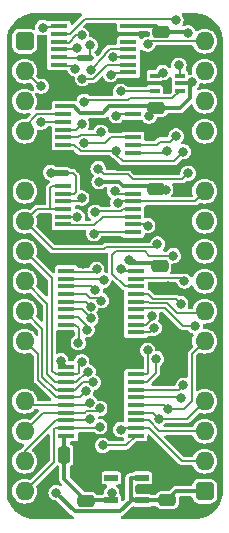
<source format=gbr>
%TF.GenerationSoftware,KiCad,Pcbnew,7.0.5*%
%TF.CreationDate,2024-01-26T10:09:01+02:00*%
%TF.ProjectId,Flags Enable Interrupt,466c6167-7320-4456-9e61-626c6520496e,rev?*%
%TF.SameCoordinates,Original*%
%TF.FileFunction,Copper,L1,Top*%
%TF.FilePolarity,Positive*%
%FSLAX46Y46*%
G04 Gerber Fmt 4.6, Leading zero omitted, Abs format (unit mm)*
G04 Created by KiCad (PCBNEW 7.0.5) date 2024-01-26 10:09:01*
%MOMM*%
%LPD*%
G01*
G04 APERTURE LIST*
G04 Aperture macros list*
%AMRoundRect*
0 Rectangle with rounded corners*
0 $1 Rounding radius*
0 $2 $3 $4 $5 $6 $7 $8 $9 X,Y pos of 4 corners*
0 Add a 4 corners polygon primitive as box body*
4,1,4,$2,$3,$4,$5,$6,$7,$8,$9,$2,$3,0*
0 Add four circle primitives for the rounded corners*
1,1,$1+$1,$2,$3*
1,1,$1+$1,$4,$5*
1,1,$1+$1,$6,$7*
1,1,$1+$1,$8,$9*
0 Add four rect primitives between the rounded corners*
20,1,$1+$1,$2,$3,$4,$5,0*
20,1,$1+$1,$4,$5,$6,$7,0*
20,1,$1+$1,$6,$7,$8,$9,0*
20,1,$1+$1,$8,$9,$2,$3,0*%
G04 Aperture macros list end*
%TA.AperFunction,SMDPad,CuDef*%
%ADD10R,1.475000X0.450000*%
%TD*%
%TA.AperFunction,SMDPad,CuDef*%
%ADD11R,1.150000X0.600000*%
%TD*%
%TA.AperFunction,SMDPad,CuDef*%
%ADD12C,0.500000*%
%TD*%
%TA.AperFunction,ComponentPad*%
%ADD13RoundRect,0.400000X-0.400000X-0.400000X0.400000X-0.400000X0.400000X0.400000X-0.400000X0.400000X0*%
%TD*%
%TA.AperFunction,ComponentPad*%
%ADD14O,1.600000X1.600000*%
%TD*%
%TA.AperFunction,ComponentPad*%
%ADD15R,1.600000X1.600000*%
%TD*%
%TA.AperFunction,SMDPad,CuDef*%
%ADD16R,0.875000X0.450000*%
%TD*%
%TA.AperFunction,SMDPad,CuDef*%
%ADD17RoundRect,0.250000X-0.475000X0.250000X-0.475000X-0.250000X0.475000X-0.250000X0.475000X0.250000X0*%
%TD*%
%TA.AperFunction,SMDPad,CuDef*%
%ADD18RoundRect,0.250000X0.475000X-0.250000X0.475000X0.250000X-0.475000X0.250000X-0.475000X-0.250000X0*%
%TD*%
%TA.AperFunction,SMDPad,CuDef*%
%ADD19RoundRect,0.250000X-0.250000X-0.475000X0.250000X-0.475000X0.250000X0.475000X-0.250000X0.475000X0*%
%TD*%
%TA.AperFunction,ViaPad*%
%ADD20C,0.800000*%
%TD*%
%TA.AperFunction,Conductor*%
%ADD21C,0.200000*%
%TD*%
%TA.AperFunction,Conductor*%
%ADD22C,0.380000*%
%TD*%
G04 APERTURE END LIST*
%TA.AperFunction,EtchedComponent*%
%TO.C,NT2*%
G36*
X119880000Y-54987000D02*
G01*
X118880000Y-54987000D01*
X118880000Y-54487000D01*
X119880000Y-54487000D01*
X119880000Y-54987000D01*
G37*
%TD.AperFunction*%
%TA.AperFunction,EtchedComponent*%
%TO.C,NT1*%
G36*
X117848000Y-64766000D02*
G01*
X116848000Y-64766000D01*
X116848000Y-64266000D01*
X117848000Y-64266000D01*
X117848000Y-64766000D01*
G37*
%TD.AperFunction*%
%TD*%
D10*
%TO.P,IC8,1,~{OE}*%
%TO.N,/GND*%
X117839000Y-72132000D03*
%TO.P,IC8,2,D0*%
%TO.N,/D0*%
X117839000Y-72782000D03*
%TO.P,IC8,3,D1*%
%TO.N,/D1*%
X117839000Y-73432000D03*
%TO.P,IC8,4,D2*%
%TO.N,/D2*%
X117839000Y-74082000D03*
%TO.P,IC8,5,D3*%
%TO.N,/D3*%
X117839000Y-74732000D03*
%TO.P,IC8,6,D4*%
%TO.N,/D4*%
X117839000Y-75382000D03*
%TO.P,IC8,7,D5*%
%TO.N,/D5*%
X117839000Y-76032000D03*
%TO.P,IC8,8,D6*%
%TO.N,/D6*%
X117839000Y-76682000D03*
%TO.P,IC8,9,D7*%
%TO.N,/D7*%
X117839000Y-77332000D03*
%TO.P,IC8,10,GND*%
%TO.N,/GND*%
X117839000Y-77982000D03*
%TO.P,IC8,11,LE*%
%TO.N,/Write Flags*%
X123715000Y-77982000D03*
%TO.P,IC8,12,Q7*%
%TO.N,/F_{Interrupt Enable}*%
X123715000Y-77332000D03*
%TO.P,IC8,13,Q6*%
%TO.N,unconnected-(IC8-Q6-Pad13)*%
X123715000Y-76682000D03*
%TO.P,IC8,14,Q5*%
%TO.N,/F5*%
X123715000Y-76032000D03*
%TO.P,IC8,15,Q4*%
%TO.N,/F4*%
X123715000Y-75382000D03*
%TO.P,IC8,16,Q3*%
%TO.N,/F3*%
X123715000Y-74732000D03*
%TO.P,IC8,17,Q2*%
%TO.N,/F2*%
X123715000Y-74082000D03*
%TO.P,IC8,18,Q1*%
%TO.N,/F1*%
X123715000Y-73432000D03*
%TO.P,IC8,19,Q0*%
%TO.N,/F0*%
X123715000Y-72782000D03*
%TO.P,IC8,20,3V*%
%TO.N,/3.3V*%
X123715000Y-72132000D03*
%TD*%
%TO.P,IC7,1,1A*%
%TO.N,/Write Flags*%
X117568000Y-65599000D03*
%TO.P,IC7,2,1B*%
%TO.N,/Enable Bit_{1}*%
X117568000Y-66249000D03*
%TO.P,IC7,3,1Y*%
%TO.N,/~{Set Enable}*%
X117568000Y-66899000D03*
%TO.P,IC7,4,2A*%
%TO.N,/Write Flags*%
X117568000Y-67549000D03*
%TO.P,IC7,5,2B*%
%TO.N,/~{Enable Bit}*%
X117568000Y-68199000D03*
%TO.P,IC7,6,2Y*%
%TO.N,Net-(IC7B-2Y)*%
X117568000Y-68849000D03*
%TO.P,IC7,7,GND*%
%TO.N,/GND*%
X117568000Y-69499000D03*
%TO.P,IC7,8,3Y*%
%TO.N,/Set Disable*%
X123444000Y-69499000D03*
%TO.P,IC7,9,3A*%
%TO.N,/~{Reset}*%
X123444000Y-68849000D03*
%TO.P,IC7,10,3B*%
%TO.N,Net-(IC7B-2Y)*%
X123444000Y-68199000D03*
%TO.P,IC7,11,4Y*%
%TO.N,/~{Interrupt Enable}*%
X123444000Y-67549000D03*
%TO.P,IC7,12,4A*%
%TO.N,/Enable*%
X123444000Y-66899000D03*
%TO.P,IC7,13,4B*%
%TO.N,/F_{Interrupt Enable}*%
X123444000Y-66249000D03*
%TO.P,IC7,14,3V*%
%TO.N,/3.3V*%
X123444000Y-65599000D03*
%TD*%
%TO.P,IC6,1,~{OE}*%
%TO.N,/~{Read Flags}*%
X123698000Y-86745000D03*
%TO.P,IC6,2,D0*%
%TO.N,/F0*%
X123698000Y-86095000D03*
%TO.P,IC6,3,D1*%
%TO.N,/F1*%
X123698000Y-85445000D03*
%TO.P,IC6,4,D2*%
%TO.N,/F2*%
X123698000Y-84795000D03*
%TO.P,IC6,5,D3*%
%TO.N,/F3*%
X123698000Y-84145000D03*
%TO.P,IC6,6,D4*%
%TO.N,/F4*%
X123698000Y-83495000D03*
%TO.P,IC6,7,D5*%
%TO.N,/F5*%
X123698000Y-82845000D03*
%TO.P,IC6,8,D6*%
%TO.N,/Enable*%
X123698000Y-82195000D03*
%TO.P,IC6,9,D7*%
%TO.N,/Interrupt*%
X123698000Y-81545000D03*
%TO.P,IC6,10,GND*%
%TO.N,/GND*%
X123698000Y-80895000D03*
%TO.P,IC6,11,LE*%
%TO.N,/Read Flags*%
X117822000Y-80895000D03*
%TO.P,IC6,12,Q7*%
%TO.N,/D7*%
X117822000Y-81545000D03*
%TO.P,IC6,13,Q6*%
%TO.N,/D6*%
X117822000Y-82195000D03*
%TO.P,IC6,14,Q5*%
%TO.N,/D5*%
X117822000Y-82845000D03*
%TO.P,IC6,15,Q4*%
%TO.N,/D4*%
X117822000Y-83495000D03*
%TO.P,IC6,16,Q3*%
%TO.N,/D3*%
X117822000Y-84145000D03*
%TO.P,IC6,17,Q2*%
%TO.N,/D2*%
X117822000Y-84795000D03*
%TO.P,IC6,18,Q1*%
%TO.N,/D1*%
X117822000Y-85445000D03*
%TO.P,IC6,19,Q0*%
%TO.N,/D0*%
X117822000Y-86095000D03*
%TO.P,IC6,20,3V*%
%TO.N,/3.3V*%
X117822000Y-86745000D03*
%TD*%
D11*
%TO.P,IC5,1,VIN*%
%TO.N,/5V*%
X124236000Y-92213000D03*
%TO.P,IC5,2,GND*%
%TO.N,/GND*%
X124236000Y-91263000D03*
%TO.P,IC5,3,EN*%
%TO.N,/5V*%
X124236000Y-90313000D03*
%TO.P,IC5,4,ADJ*%
%TO.N,unconnected-(IC5-ADJ-Pad4)*%
X121636000Y-90313000D03*
%TO.P,IC5,5,VOUT*%
%TO.N,/3.3V*%
X121636000Y-92213000D03*
%TD*%
D10*
%TO.P,IC3,14,3V*%
%TO.N,/3.3V*%
X123080000Y-52070000D03*
%TO.P,IC3,13,6A*%
%TO.N,/GND*%
X123080000Y-52720000D03*
%TO.P,IC3,12,6Y*%
%TO.N,unconnected-(IC3F-6Y-Pad12)*%
X123080000Y-53370000D03*
%TO.P,IC3,11,5A*%
%TO.N,/~{Interrupt Enable}*%
X123080000Y-54020000D03*
%TO.P,IC3,10,5Y*%
%TO.N,/Interrupt Enable*%
X123080000Y-54670000D03*
%TO.P,IC3,9,4A*%
%TO.N,/Set Disable*%
X123080000Y-55320000D03*
%TO.P,IC3,8,4Y*%
%TO.N,/~{Set Disable}*%
X123080000Y-55970000D03*
%TO.P,IC3,7,GND*%
%TO.N,/GND*%
X117204000Y-55970000D03*
%TO.P,IC3,6,3Y*%
%TO.N,/~{Enable Bit}*%
X117204000Y-55320000D03*
%TO.P,IC3,5,3A*%
%TO.N,/Enable Bit_{2}*%
X117204000Y-54670000D03*
%TO.P,IC3,4,2Y*%
%TO.N,/~{Read Flags}*%
X117204000Y-54020000D03*
%TO.P,IC3,3,2A*%
%TO.N,/Read Flags*%
X117204000Y-53370000D03*
%TO.P,IC3,2,1Y*%
%TO.N,/~{Write Clear Interrupt}*%
X117204000Y-52720000D03*
%TO.P,IC3,1,1A*%
%TO.N,/Write Clear Interrupt*%
X117204000Y-52070000D03*
%TD*%
%TO.P,IC2,1,~{1RD}*%
%TO.N,/3.3V*%
X117568000Y-58868000D03*
%TO.P,IC2,2,1D*%
%TO.N,/~{Set Interrupt on CLK}*%
X117568000Y-59518000D03*
%TO.P,IC2,3,1CP*%
%TO.N,/CLK*%
X117568000Y-60168000D03*
%TO.P,IC2,4,~{1SD}*%
%TO.N,/~{Clear Interrupt}*%
X117568000Y-60818000D03*
%TO.P,IC2,5,1Q*%
%TO.N,/~{Interrupt}*%
X117568000Y-61468000D03*
%TO.P,IC2,6,~{1Q}*%
%TO.N,/Interrupt*%
X117568000Y-62118000D03*
%TO.P,IC2,7,GND*%
%TO.N,/GND*%
X117568000Y-62768000D03*
%TO.P,IC2,8,~{2Q}*%
%TO.N,/~{Enable}*%
X123444000Y-62768000D03*
%TO.P,IC2,9,2Q*%
%TO.N,/Enable*%
X123444000Y-62118000D03*
%TO.P,IC2,10,~{2SD}*%
%TO.N,/~{Set Enable}*%
X123444000Y-61468000D03*
%TO.P,IC2,11,2CP*%
%TO.N,/GND*%
X123444000Y-60818000D03*
%TO.P,IC2,12,2D*%
X123444000Y-60168000D03*
%TO.P,IC2,13,~{2RD}*%
%TO.N,/~{Set Disable}*%
X123444000Y-59518000D03*
%TO.P,IC2,14,3V*%
%TO.N,/3.3V*%
X123444000Y-58868000D03*
%TD*%
D12*
%TO.P,NT2,1,1*%
%TO.N,/D6*%
X119880000Y-54737000D03*
%TO.P,NT2,2,2*%
%TO.N,/Enable Bit_{2}*%
X118880000Y-54737000D03*
%TD*%
D13*
%TO.P,J1,1,Pin_1*%
%TO.N,/5V*%
X114300000Y-53340000D03*
D14*
%TO.P,J1,2,Pin_2*%
%TO.N,/CLK*%
X114300000Y-55880000D03*
%TO.P,J1,3,Pin_3*%
%TO.N,/Write Clear Interrupt*%
X114300000Y-58420000D03*
%TO.P,J1,4,Pin_4*%
%TO.N,/~{Set Interrupt on CLK}*%
X114300000Y-60960000D03*
D15*
%TO.P,J1,5,Pin_5*%
%TO.N,/GND*%
X114300000Y-63500000D03*
D14*
%TO.P,J1,6,Pin_6*%
%TO.N,/Read Flags*%
X114300000Y-66040000D03*
%TO.P,J1,7,Pin_7*%
%TO.N,/Write Flags*%
X114300000Y-68580000D03*
%TO.P,J1,8,Pin_8*%
%TO.N,/D7*%
X114300000Y-71120000D03*
%TO.P,J1,9,Pin_9*%
%TO.N,/D6*%
X114300000Y-73660000D03*
%TO.P,J1,10,Pin_10*%
%TO.N,/D5*%
X114300000Y-76200000D03*
%TO.P,J1,11,Pin_11*%
%TO.N,/D4*%
X114300000Y-78740000D03*
D15*
%TO.P,J1,12,Pin_12*%
%TO.N,/GND*%
X114300000Y-81280000D03*
D14*
%TO.P,J1,13,Pin_13*%
%TO.N,/D3*%
X114300000Y-83820000D03*
%TO.P,J1,14,Pin_14*%
%TO.N,/D2*%
X114300000Y-86360000D03*
%TO.P,J1,15,Pin_15*%
%TO.N,/D1*%
X114300000Y-88900000D03*
%TO.P,J1,16,Pin_16*%
%TO.N,/D0*%
X114300000Y-91440000D03*
D13*
%TO.P,J1,17,Pin_17*%
%TO.N,/5V*%
X129540000Y-91440000D03*
D14*
%TO.P,J1,18,Pin_18*%
%TO.N,/F0*%
X129540000Y-88900000D03*
%TO.P,J1,19,Pin_19*%
%TO.N,/F1*%
X129540000Y-86360000D03*
%TO.P,J1,20,Pin_20*%
%TO.N,/F2*%
X129540000Y-83820000D03*
D15*
%TO.P,J1,21,Pin_21*%
%TO.N,/GND*%
X129540000Y-81280000D03*
D14*
%TO.P,J1,22,Pin_22*%
%TO.N,/F3*%
X129540000Y-78740000D03*
%TO.P,J1,23,Pin_23*%
%TO.N,/F4*%
X129540000Y-76200000D03*
%TO.P,J1,24,Pin_24*%
%TO.N,/F5*%
X129540000Y-73660000D03*
%TO.P,J1,25,Pin_25*%
%TO.N,unconnected-(J1-Pin_25-Pad25)*%
X129540000Y-71120000D03*
%TO.P,J1,26,Pin_26*%
%TO.N,/~{Enable}*%
X129540000Y-68580000D03*
%TO.P,J1,27,Pin_27*%
%TO.N,/Enable*%
X129540000Y-66040000D03*
D15*
%TO.P,J1,28,Pin_28*%
%TO.N,/GND*%
X129540000Y-63500000D03*
D14*
%TO.P,J1,29,Pin_29*%
%TO.N,/~{Interrupt}*%
X129540000Y-60960000D03*
%TO.P,J1,30,Pin_30*%
%TO.N,/Interrupt*%
X129540000Y-58420000D03*
%TO.P,J1,31,Pin_31*%
%TO.N,unconnected-(J1-Pin_31-Pad31)*%
X129540000Y-55880000D03*
%TO.P,J1,32,Pin_32*%
%TO.N,/~{Reset}*%
X129540000Y-53340000D03*
%TD*%
D16*
%TO.P,IC1,1,A*%
%TO.N,/Enable*%
X125303000Y-56246000D03*
%TO.P,IC1,2,GND*%
%TO.N,/GND*%
X125303000Y-56896000D03*
%TO.P,IC1,3,B*%
%TO.N,/Interrupt Enable*%
X125303000Y-57546000D03*
%TO.P,IC1,4,Y*%
%TO.N,/~{Clear Interrupt}*%
X127427000Y-57546000D03*
%TO.P,IC1,5,3V*%
%TO.N,/3.3V*%
X127427000Y-56896000D03*
%TO.P,IC1,6,C*%
%TO.N,/~{Write Clear Interrupt}*%
X127427000Y-56246000D03*
%TD*%
D17*
%TO.P,C8,1*%
%TO.N,/3.3V*%
X125730000Y-72345000D03*
%TO.P,C8,2*%
%TO.N,/GND*%
X125730000Y-74245000D03*
%TD*%
D18*
%TO.P,C5,1*%
%TO.N,/3.3V*%
X119507000Y-92247000D03*
%TO.P,C5,2*%
%TO.N,/GND*%
X119507000Y-90347000D03*
%TD*%
D17*
%TO.P,C1,1*%
%TO.N,/3.3V*%
X125459000Y-59010000D03*
%TO.P,C1,2*%
%TO.N,/GND*%
X125459000Y-60910000D03*
%TD*%
D18*
%TO.P,C4,1*%
%TO.N,/5V*%
X126365000Y-92197000D03*
%TO.P,C4,2*%
%TO.N,/GND*%
X126365000Y-90297000D03*
%TD*%
D19*
%TO.P,C2,2*%
%TO.N,/GND*%
X119567000Y-88392000D03*
%TO.P,C2,1*%
%TO.N,/3.3V*%
X117667000Y-88392000D03*
%TD*%
D17*
%TO.P,C7,1*%
%TO.N,/3.3V*%
X125857000Y-52533000D03*
%TO.P,C7,2*%
%TO.N,/GND*%
X125857000Y-54433000D03*
%TD*%
%TO.P,C9,1*%
%TO.N,/3.3V*%
X125459000Y-65868000D03*
%TO.P,C9,2*%
%TO.N,/GND*%
X125459000Y-67768000D03*
%TD*%
D12*
%TO.P,NT1,1,1*%
%TO.N,/D6*%
X116848000Y-64516000D03*
%TO.P,NT1,2,2*%
%TO.N,/Enable Bit_{1}*%
X117848000Y-64516000D03*
%TD*%
D20*
%TO.N,/GND*%
X118745000Y-89662000D03*
X126365000Y-89281000D03*
X122047000Y-60706000D03*
X120901000Y-57404107D03*
X120777000Y-53086000D03*
%TO.N,/3.3V*%
X128143000Y-52639958D03*
X128460500Y-56832500D03*
%TO.N,/~{Reset}*%
X124714000Y-53594000D03*
%TO.N,/~{Write Clear Interrupt}*%
X127091956Y-51575164D03*
X127352990Y-55372000D03*
%TO.N,/D6*%
X119837413Y-53672101D03*
%TO.N,/Interrupt*%
X127740000Y-62700030D03*
%TO.N,/3.3V*%
X126237982Y-65913004D03*
X124840992Y-59690000D03*
%TO.N,/CLK*%
X115696995Y-60197995D03*
X115697000Y-57150000D03*
%TO.N,/Interrupt Enable*%
X122413007Y-57593000D03*
X121793000Y-54672000D03*
%TO.N,/~{Enable Bit}*%
X118768710Y-68235611D03*
X118570160Y-55657401D03*
%TO.N,/Read Flags*%
X119126000Y-52832000D03*
%TO.N,/~{Interrupt}*%
X128143252Y-64526000D03*
X120523000Y-64135000D03*
X120739588Y-61044163D03*
%TO.N,/~{Clear Interrupt}*%
X119333790Y-58456342D03*
X119125992Y-60370781D03*
%TO.N,/Write Clear Interrupt*%
X115824000Y-52196996D03*
%TO.N,/~{Interrupt Enable}*%
X119888056Y-55742940D03*
X120267215Y-67836981D03*
%TO.N,/Enable*%
X125983998Y-56007000D03*
X127116697Y-61359871D03*
%TO.N,/GND*%
X125646000Y-64271714D03*
X126365000Y-60452000D03*
%TO.N,/~{Enable}*%
X126340000Y-62660896D03*
%TO.N,/3.3V*%
X120606767Y-65239538D03*
%TO.N,/~{Set Disable}*%
X121582337Y-56167355D03*
X122047000Y-59658006D03*
%TO.N,/Set Disable*%
X119188000Y-56515000D03*
X120142000Y-69633537D03*
%TO.N,/~{Reset}*%
X124713994Y-68961000D03*
%TO.N,/GND*%
X119253000Y-72197997D03*
X118810006Y-69977000D03*
%TO.N,/Enable*%
X122199245Y-67000223D03*
%TO.N,/Interrupt*%
X122047000Y-62643029D03*
%TO.N,/Enable*%
X125435500Y-80224656D03*
%TO.N,/Interrupt*%
X124714000Y-79502000D03*
%TO.N,/5V*%
X116967000Y-91567000D03*
%TO.N,/F2*%
X126873000Y-71501000D03*
X125649237Y-85313054D03*
%TO.N,/Read Flags*%
X117348000Y-80391000D03*
%TO.N,/D6*%
X116500000Y-64468271D03*
%TO.N,/3.3V*%
X121666000Y-91567006D03*
X123106000Y-71839000D03*
%TO.N,/Write Flags*%
X125538850Y-70523379D03*
X125252266Y-77621572D03*
%TO.N,/~{Set Enable}*%
X119326033Y-61943029D03*
X119124500Y-66611500D03*
%TO.N,/F_{Interrupt Enable}*%
X125052377Y-76641751D03*
X121920000Y-66040000D03*
%TO.N,/F0*%
X122418000Y-72627780D03*
X122428000Y-86233000D03*
%TO.N,/F3*%
X127507977Y-75565004D03*
X126445299Y-84455000D03*
%TO.N,/GND*%
X125983994Y-78349573D03*
%TO.N,/F1*%
X127830000Y-73660000D03*
%TO.N,/GND*%
X126430000Y-74084991D03*
%TO.N,/F5*%
X127740000Y-82477003D03*
X128740012Y-77470000D03*
%TO.N,/F4*%
X127561564Y-83519567D03*
%TO.N,/~{Read Flags}*%
X118732084Y-53878149D03*
X120898381Y-87562000D03*
%TO.N,/D0*%
X120665444Y-85982000D03*
X120396000Y-72644000D03*
%TO.N,/D1*%
X120978633Y-73588508D03*
X119865166Y-85342970D03*
%TO.N,/D2*%
X120683542Y-84428878D03*
X120269000Y-74407179D03*
%TO.N,/D3*%
X120777000Y-75311000D03*
X119809530Y-83942970D03*
%TO.N,/D4*%
X119481802Y-82998195D03*
X119887889Y-75807197D03*
%TO.N,/D5*%
X120113195Y-82222729D03*
X119897305Y-76807155D03*
%TO.N,/D6*%
X119660259Y-81331184D03*
X119580355Y-77755621D03*
%TO.N,/D7*%
X118838159Y-78902187D03*
X119131857Y-80482187D03*
%TD*%
D21*
%TO.N,/~{Write Clear Interrupt}*%
X127427000Y-55446010D02*
X127352990Y-55372000D01*
X127427000Y-56246000D02*
X127427000Y-55446010D01*
D22*
%TO.N,/3.3V*%
X122262538Y-65239538D02*
X120606767Y-65239538D01*
X122622000Y-65599000D02*
X122262538Y-65239538D01*
X123444000Y-65599000D02*
X122622000Y-65599000D01*
X126192978Y-65868000D02*
X126237982Y-65913004D01*
X125459000Y-65868000D02*
X126192978Y-65868000D01*
D21*
%TO.N,/F3*%
X126135299Y-84145000D02*
X126445299Y-84455000D01*
X127786470Y-84455000D02*
X126445299Y-84455000D01*
X123698000Y-84145000D02*
X126135299Y-84145000D01*
X129540000Y-78740000D02*
X128440000Y-79840000D01*
%TO.N,/F4*%
X123698000Y-83495000D02*
X127536997Y-83495000D01*
X127536997Y-83495000D02*
X127561564Y-83519567D01*
%TO.N,/F3*%
X128440000Y-79840000D02*
X128440000Y-83801470D01*
X128440000Y-83801470D02*
X127786470Y-84455000D01*
%TO.N,/F2*%
X128046946Y-85313054D02*
X125649237Y-85313054D01*
X125131183Y-84795000D02*
X125649237Y-85313054D01*
X123698000Y-84795000D02*
X125131183Y-84795000D01*
X129540000Y-83820000D02*
X128046946Y-85313054D01*
%TO.N,/F5*%
X127372003Y-82845000D02*
X127740000Y-82477003D01*
X123698000Y-82845000D02*
X127372003Y-82845000D01*
%TO.N,/F1*%
X125706233Y-86360000D02*
X129540000Y-86360000D01*
X124791233Y-85445000D02*
X125706233Y-86360000D01*
X123698000Y-85445000D02*
X124791233Y-85445000D01*
%TO.N,/F0*%
X127635000Y-88900000D02*
X129540000Y-88900000D01*
X124830000Y-86095000D02*
X127635000Y-88900000D01*
X123698000Y-86095000D02*
X124830000Y-86095000D01*
%TO.N,/CLK*%
X114300000Y-55880000D02*
X115570000Y-57150000D01*
X115570000Y-57150000D02*
X115697000Y-57150000D01*
D22*
%TO.N,/GND*%
X123444000Y-60818000D02*
X125367000Y-60818000D01*
X125922000Y-60895000D02*
X126365000Y-60452000D01*
%TO.N,/3.3V*%
X128254500Y-58181500D02*
X128254500Y-57007500D01*
X127426000Y-59010000D02*
X128254500Y-58181500D01*
X123444000Y-58868000D02*
X125317000Y-58868000D01*
X125459000Y-59010000D02*
X127426000Y-59010000D01*
X125444000Y-59086992D02*
X124840992Y-59690000D01*
D21*
%TO.N,/D1*%
X120822125Y-73432000D02*
X120978633Y-73588508D01*
X117839000Y-73432000D02*
X120822125Y-73432000D01*
%TO.N,/D0*%
X120141997Y-72898003D02*
X120396000Y-72644000D01*
X117955003Y-72898003D02*
X120141997Y-72898003D01*
%TO.N,/D2*%
X119943821Y-74082000D02*
X120269000Y-74407179D01*
X117839000Y-74082000D02*
X119943821Y-74082000D01*
%TO.N,/D3*%
X120573197Y-75107197D02*
X120777000Y-75311000D01*
X119454518Y-74732000D02*
X119829715Y-75107197D01*
X119829715Y-75107197D02*
X120573197Y-75107197D01*
X117839000Y-74732000D02*
X119454518Y-74732000D01*
%TO.N,/D6*%
X119580355Y-77485855D02*
X119580355Y-77755621D01*
X118776500Y-76682000D02*
X119580355Y-77485855D01*
X117839000Y-76682000D02*
X118776500Y-76682000D01*
%TO.N,/D4*%
X117839000Y-75382000D02*
X119462692Y-75382000D01*
%TO.N,/D5*%
X119122150Y-76032000D02*
X119897305Y-76807155D01*
X117839000Y-76032000D02*
X119122150Y-76032000D01*
D22*
%TO.N,/GND*%
X119567000Y-87722771D02*
X119567000Y-88392000D01*
X120517771Y-86772000D02*
X119567000Y-87722771D01*
X121455444Y-86309229D02*
X120992673Y-86772000D01*
X121473542Y-84756107D02*
X121455444Y-84774205D01*
X121473542Y-84101649D02*
X121473542Y-84756107D01*
X121455444Y-84083551D02*
X121473542Y-84101649D01*
X122580500Y-80895000D02*
X121455444Y-82020056D01*
X123698000Y-80895000D02*
X122580500Y-80895000D01*
D21*
%TO.N,/D2*%
X120497339Y-84615081D02*
X120683542Y-84428878D01*
X120127369Y-84615081D02*
X120497339Y-84615081D01*
X120099480Y-84642970D02*
X120127369Y-84615081D01*
%TO.N,/D4*%
X119462692Y-75382000D02*
X119887889Y-75807197D01*
%TO.N,/D2*%
X119528110Y-84642970D02*
X120099480Y-84642970D01*
%TO.N,/D3*%
X119607500Y-84145000D02*
X119809530Y-83942970D01*
X117822000Y-84145000D02*
X119607500Y-84145000D01*
%TO.N,/D2*%
X117822000Y-84795000D02*
X119376080Y-84795000D01*
%TO.N,/D4*%
X117822000Y-83495000D02*
X118984997Y-83495000D01*
D22*
%TO.N,/GND*%
X121455444Y-84774205D02*
X121455444Y-86309229D01*
D21*
%TO.N,/D5*%
X119215731Y-82222729D02*
X120113195Y-82222729D01*
X118593460Y-82845000D02*
X119215731Y-82222729D01*
X117822000Y-82845000D02*
X118593460Y-82845000D01*
%TO.N,/D1*%
X117822000Y-85445000D02*
X119763136Y-85445000D01*
%TO.N,/D7*%
X118859500Y-81445000D02*
X118859500Y-80754544D01*
D22*
%TO.N,/GND*%
X124288018Y-78657982D02*
X125675585Y-78657982D01*
D21*
%TO.N,/D6*%
X117822000Y-82195000D02*
X118677774Y-82195000D01*
D22*
%TO.N,/GND*%
X119417758Y-79457000D02*
X123489000Y-79457000D01*
X119195418Y-79665071D02*
X119270177Y-79590312D01*
D21*
%TO.N,/D2*%
X119376080Y-84795000D02*
X119528110Y-84642970D01*
D22*
%TO.N,/GND*%
X118510930Y-79692187D02*
X119165388Y-79692187D01*
X119270177Y-79590312D02*
X119284446Y-79590312D01*
X117839000Y-77982000D02*
X117839000Y-79020257D01*
D21*
%TO.N,/D7*%
X117822000Y-81545000D02*
X118759500Y-81545000D01*
X118591069Y-77332000D02*
X118876500Y-77617431D01*
X117839000Y-77332000D02*
X118591069Y-77332000D01*
D22*
%TO.N,/GND*%
X123489000Y-79457000D02*
X124288018Y-78657982D01*
X120992673Y-86772000D02*
X120517771Y-86772000D01*
X119192504Y-79665071D02*
X119195418Y-79665071D01*
X125675585Y-78657982D02*
X125983994Y-78349573D01*
X119165388Y-79692187D02*
X119192504Y-79665071D01*
D21*
%TO.N,/D7*%
X118859500Y-80754544D02*
X119131857Y-80482187D01*
D22*
%TO.N,/GND*%
X119284446Y-79590312D02*
X119417758Y-79457000D01*
X117839000Y-79020257D02*
X118510930Y-79692187D01*
D21*
%TO.N,/D4*%
X118984997Y-83495000D02*
X119481802Y-82998195D01*
%TO.N,/D1*%
X119763136Y-85445000D02*
X119865166Y-85342970D01*
%TO.N,/D6*%
X119541590Y-81331184D02*
X119660259Y-81331184D01*
%TO.N,/D7*%
X118876500Y-78863846D02*
X118838159Y-78902187D01*
X118876500Y-77617431D02*
X118876500Y-78863846D01*
%TO.N,/D6*%
X118677774Y-82195000D02*
X119541590Y-81331184D01*
D22*
%TO.N,/GND*%
X121455444Y-82020056D02*
X121455444Y-84083551D01*
D21*
%TO.N,/D7*%
X118759500Y-81545000D02*
X118859500Y-81445000D01*
%TO.N,/~{Reset}*%
X124601994Y-68849000D02*
X124713994Y-68961000D01*
X123444000Y-68849000D02*
X124601994Y-68849000D01*
D22*
%TO.N,/GND*%
X119284006Y-70451000D02*
X118810006Y-69977000D01*
X121034512Y-70231000D02*
X120814512Y-70451000D01*
X120814512Y-70451000D02*
X119284006Y-70451000D01*
X125631000Y-67940000D02*
X125631000Y-69314000D01*
X124714000Y-70231000D02*
X121034512Y-70231000D01*
X125631000Y-69314000D02*
X124714000Y-70231000D01*
D21*
%TO.N,/~{Write Clear Interrupt}*%
X126951792Y-51435000D02*
X127091956Y-51575164D01*
X117286000Y-52720000D02*
X118095000Y-52720000D01*
X118095000Y-52720000D02*
X119380000Y-51435000D01*
X119380000Y-51435000D02*
X126951792Y-51435000D01*
%TO.N,/Read Flags*%
X118652185Y-52832000D02*
X119126000Y-52832000D01*
X118032185Y-53452000D02*
X118652185Y-52832000D01*
X117204000Y-53452000D02*
X118032185Y-53452000D01*
%TO.N,/D6*%
X119837413Y-54694413D02*
X119837413Y-53672101D01*
%TO.N,/~{Read Flags}*%
X117286000Y-54020000D02*
X118590233Y-54020000D01*
X118590233Y-54020000D02*
X118732084Y-53878149D01*
%TO.N,/Enable Bit_{2}*%
X118880000Y-54737000D02*
X117271000Y-54737000D01*
D22*
%TO.N,/3.3V*%
X125394000Y-52070000D02*
X123080000Y-52070000D01*
X125857000Y-52533000D02*
X125394000Y-52070000D01*
D21*
%TO.N,/~{Clear Interrupt}*%
X119497132Y-58293000D02*
X119333790Y-58456342D01*
X123185077Y-58166000D02*
X123058077Y-58293000D01*
X126807000Y-58166000D02*
X123185077Y-58166000D01*
X127427000Y-57546000D02*
X126807000Y-58166000D01*
D22*
%TO.N,/GND*%
X121973771Y-56853563D02*
X121423227Y-57404107D01*
X122035215Y-56853563D02*
X121973771Y-56853563D01*
X122246778Y-56642000D02*
X122035215Y-56853563D01*
X124333000Y-56642000D02*
X122246778Y-56642000D01*
D21*
%TO.N,/~{Clear Interrupt}*%
X123058077Y-58293000D02*
X119497132Y-58293000D01*
D22*
%TO.N,/GND*%
X121423227Y-57404107D02*
X120901000Y-57404107D01*
D21*
%TO.N,/Interrupt Enable*%
X122460007Y-57546000D02*
X122413007Y-57593000D01*
X125303000Y-57546000D02*
X122460007Y-57546000D01*
%TO.N,/Set Disable*%
X120105946Y-56515000D02*
X119188000Y-56515000D01*
X121248946Y-55372000D02*
X120105946Y-56515000D01*
X123028000Y-55372000D02*
X121248946Y-55372000D01*
%TO.N,/~{Interrupt Enable}*%
X121093000Y-54537996D02*
X119888056Y-55742940D01*
X121093000Y-54382050D02*
X121093000Y-54537996D01*
X121503050Y-53972000D02*
X121093000Y-54382050D01*
%TO.N,/Interrupt Enable*%
X123000000Y-54672000D02*
X121793000Y-54672000D01*
%TO.N,/~{Interrupt Enable}*%
X122950000Y-53972000D02*
X121503050Y-53972000D01*
D22*
%TO.N,/GND*%
X121131000Y-52732000D02*
X123080000Y-52732000D01*
X120777000Y-53086000D02*
X121131000Y-52732000D01*
D21*
%TO.N,/Write Clear Interrupt*%
X117204000Y-52152000D02*
X115868996Y-52152000D01*
X115868996Y-52152000D02*
X115824000Y-52196996D01*
%TO.N,/~{Set Disable}*%
X121697692Y-56052000D02*
X121582337Y-56167355D01*
X123080000Y-56052000D02*
X121697692Y-56052000D01*
D22*
%TO.N,/GND*%
X118556107Y-57404107D02*
X120901000Y-57404107D01*
X117204000Y-56052000D02*
X118556107Y-57404107D01*
D21*
%TO.N,/~{Enable Bit}*%
X117204000Y-55402000D02*
X118314759Y-55402000D01*
X118314759Y-55402000D02*
X118570160Y-55657401D01*
%TO.N,/~{Read Flags}*%
X123698000Y-86745000D02*
X122881000Y-87562000D01*
X122881000Y-87562000D02*
X120898381Y-87562000D01*
%TO.N,/D0*%
X120552444Y-86095000D02*
X120665444Y-85982000D01*
X117822000Y-86095000D02*
X120552444Y-86095000D01*
%TO.N,/F3*%
X127084724Y-75141751D02*
X127507977Y-75565004D01*
X125123934Y-75141751D02*
X127084724Y-75141751D01*
%TO.N,/F4*%
X124875925Y-75541751D02*
X126367801Y-75541751D01*
%TO.N,/F5*%
X127730365Y-77470000D02*
X128740012Y-77470000D01*
%TO.N,/F4*%
X124716174Y-75382000D02*
X124875925Y-75541751D01*
X123715000Y-75382000D02*
X124716174Y-75382000D01*
X127218050Y-76392000D02*
X129348000Y-76392000D01*
%TO.N,/F3*%
X124714183Y-74732000D02*
X125123934Y-75141751D01*
X123715000Y-74732000D02*
X124714183Y-74732000D01*
%TO.N,/F5*%
X123805249Y-75941751D02*
X126202116Y-75941751D01*
%TO.N,/F4*%
X126367801Y-75541751D02*
X127218050Y-76392000D01*
%TO.N,/F5*%
X126202116Y-75941751D02*
X127730365Y-77470000D01*
D22*
%TO.N,/GND*%
X119430000Y-90347000D02*
X118745000Y-89662000D01*
D21*
%TO.N,/Interrupt*%
X124735500Y-79523500D02*
X124714000Y-79502000D01*
X124735500Y-81445000D02*
X124735500Y-79523500D01*
X124635500Y-81545000D02*
X124735500Y-81445000D01*
%TO.N,/Enable*%
X125435500Y-81395000D02*
X125435500Y-80224656D01*
X124635500Y-82195000D02*
X125435500Y-81395000D01*
X123698000Y-82195000D02*
X124635500Y-82195000D01*
%TO.N,/Interrupt*%
X123698000Y-81545000D02*
X124635500Y-81545000D01*
D22*
%TO.N,/GND*%
X126365000Y-90297000D02*
X126365000Y-89281000D01*
D21*
%TO.N,/F_{Interrupt Enable}*%
X125052377Y-76830169D02*
X125052377Y-76641751D01*
X123715000Y-77332000D02*
X124550546Y-77332000D01*
%TO.N,/Write Flags*%
X123715000Y-77982000D02*
X124891838Y-77982000D01*
%TO.N,/F_{Interrupt Enable}*%
X124550546Y-77332000D02*
X125052377Y-76830169D01*
%TO.N,/Write Flags*%
X124891838Y-77982000D02*
X125252266Y-77621572D01*
D22*
%TO.N,/GND*%
X129968000Y-90250000D02*
X126412000Y-90250000D01*
X130730000Y-89488000D02*
X129968000Y-90250000D01*
X130730000Y-82470000D02*
X130730000Y-89488000D01*
X129540000Y-81280000D02*
X130730000Y-82470000D01*
X130730000Y-80090000D02*
X129540000Y-81280000D01*
X130730000Y-64690000D02*
X130730000Y-80090000D01*
X129540000Y-63500000D02*
X130730000Y-64690000D01*
X113110000Y-80090000D02*
X114300000Y-81280000D01*
X113110000Y-64690000D02*
X113110000Y-80090000D01*
X114300000Y-63500000D02*
X113110000Y-64690000D01*
X123444000Y-60818000D02*
X122159000Y-60818000D01*
X122159000Y-60818000D02*
X122047000Y-60706000D01*
D21*
%TO.N,/~{Set Disable}*%
X122187006Y-59518000D02*
X122047000Y-59658006D01*
X123444000Y-59518000D02*
X122187006Y-59518000D01*
D22*
%TO.N,/3.3V*%
X120948994Y-59391006D02*
X121472000Y-58868000D01*
X119006561Y-59391006D02*
X120948994Y-59391006D01*
X117568000Y-58868000D02*
X118483555Y-58868000D01*
X118483555Y-58868000D02*
X119006561Y-59391006D01*
X121472000Y-58868000D02*
X123444000Y-58868000D01*
%TO.N,/GND*%
X123444000Y-60168000D02*
X123444000Y-60818000D01*
D21*
%TO.N,/~{Clear Interrupt}*%
X118678773Y-60818000D02*
X119125992Y-60370781D01*
X117568000Y-60818000D02*
X118678773Y-60818000D01*
%TO.N,/~{Reset}*%
X129540000Y-53340000D02*
X124968000Y-53340000D01*
X124968000Y-53340000D02*
X124714000Y-53594000D01*
D22*
%TO.N,/3.3V*%
X128429500Y-56832500D02*
X128460500Y-56832500D01*
X128254500Y-57007500D02*
X128429500Y-56832500D01*
X125857000Y-52533000D02*
X128036042Y-52533000D01*
X128036042Y-52533000D02*
X128143000Y-52639958D01*
%TO.N,/GND*%
X124587000Y-56896000D02*
X125303000Y-56896000D01*
X124333000Y-56642000D02*
X124587000Y-56896000D01*
X124333000Y-55957000D02*
X124333000Y-56642000D01*
X125857000Y-54433000D02*
X124333000Y-55957000D01*
X125509286Y-64135000D02*
X125646000Y-64271714D01*
X122106196Y-64135000D02*
X125509286Y-64135000D01*
X118759033Y-63133033D02*
X121104229Y-63133033D01*
X117568000Y-62768000D02*
X118394000Y-62768000D01*
X118394000Y-62768000D02*
X118759033Y-63133033D01*
X121104229Y-63133033D02*
X122106196Y-64135000D01*
D21*
%TO.N,/Interrupt*%
X119030529Y-62643029D02*
X122047000Y-62643029D01*
X117568000Y-62118000D02*
X118505500Y-62118000D01*
X118505500Y-62118000D02*
X119030529Y-62643029D01*
%TO.N,/~{Interrupt}*%
X120540722Y-61243029D02*
X120739588Y-61044163D01*
X119036083Y-61243029D02*
X120540722Y-61243029D01*
X118811112Y-61468000D02*
X119036083Y-61243029D01*
X117568000Y-61468000D02*
X118811112Y-61468000D01*
%TO.N,/~{Set Enable}*%
X123444000Y-61468000D02*
X121586186Y-61468000D01*
X121586186Y-61468000D02*
X121111157Y-61943029D01*
X121111157Y-61943029D02*
X119326033Y-61943029D01*
%TO.N,/~{Enable}*%
X126232896Y-62768000D02*
X126340000Y-62660896D01*
%TO.N,/Interrupt*%
X126942169Y-63497861D02*
X127740000Y-62700030D01*
X122611361Y-63497861D02*
X126942169Y-63497861D01*
X122047000Y-62933500D02*
X122611361Y-63497861D01*
X122047000Y-62643029D02*
X122047000Y-62933500D01*
%TO.N,/~{Enable}*%
X123444000Y-62768000D02*
X126232896Y-62768000D01*
D22*
%TO.N,/GND*%
X126924252Y-64271714D02*
X125646000Y-64271714D01*
X127459966Y-63736000D02*
X126924252Y-64271714D01*
X129304000Y-63736000D02*
X127459966Y-63736000D01*
D21*
%TO.N,/Enable*%
X126637851Y-61838717D02*
X127116697Y-61359871D01*
X125476767Y-62118000D02*
X125756050Y-61838717D01*
X125756050Y-61838717D02*
X126637851Y-61838717D01*
X123444000Y-62118000D02*
X125476767Y-62118000D01*
%TO.N,/~{Interrupt}*%
X123045000Y-64625000D02*
X123436000Y-65016000D01*
X120523000Y-64135000D02*
X121013000Y-64625000D01*
X123436000Y-65016000D02*
X127653252Y-65016000D01*
X127653252Y-65016000D02*
X128143252Y-64526000D01*
X121013000Y-64625000D02*
X123045000Y-64625000D01*
%TO.N,/~{Interrupt Enable}*%
X120403973Y-67700223D02*
X120267215Y-67836981D01*
X122489195Y-67700223D02*
X120403973Y-67700223D01*
X122640418Y-67549000D02*
X122489195Y-67700223D01*
%TO.N,/Enable*%
X122300468Y-66899000D02*
X122199245Y-67000223D01*
%TO.N,/F_{Interrupt Enable}*%
X123444000Y-66249000D02*
X122129000Y-66249000D01*
X122129000Y-66249000D02*
X121920000Y-66040000D01*
%TO.N,/~{Interrupt Enable}*%
X123444000Y-67549000D02*
X122640418Y-67549000D01*
%TO.N,/Enable*%
X123444000Y-66899000D02*
X122300468Y-66899000D01*
D22*
%TO.N,/3.3V*%
X128143000Y-56896000D02*
X127427000Y-56896000D01*
X128254500Y-57007500D02*
X128143000Y-56896000D01*
D21*
%TO.N,/Enable*%
X125744998Y-56246000D02*
X125983998Y-56007000D01*
X125303000Y-56246000D02*
X125744998Y-56246000D01*
%TO.N,/~{Set Interrupt on CLK}*%
X115381001Y-59497999D02*
X114300000Y-60579000D01*
X117547999Y-59497999D02*
X115381001Y-59497999D01*
%TO.N,/CLK*%
X115726990Y-60168000D02*
X115696995Y-60197995D01*
X117568000Y-60168000D02*
X115726990Y-60168000D01*
%TO.N,/~{Set Enable}*%
X118837000Y-66899000D02*
X119124500Y-66611500D01*
X117568000Y-66899000D02*
X118837000Y-66899000D01*
%TO.N,/Enable Bit_{1}*%
X118605500Y-64757500D02*
X118364000Y-64516000D01*
X118605500Y-66140550D02*
X118605500Y-64757500D01*
X117568000Y-66249000D02*
X118497050Y-66249000D01*
X118497050Y-66249000D02*
X118605500Y-66140550D01*
X118364000Y-64516000D02*
X117848000Y-64516000D01*
%TO.N,Net-(IC7B-2Y)*%
X120895164Y-68199000D02*
X123444000Y-68199000D01*
X120160627Y-68933537D02*
X120895164Y-68199000D01*
X119060734Y-68933537D02*
X120160627Y-68933537D01*
X119058660Y-68935611D02*
X119060734Y-68933537D01*
X117654611Y-68935611D02*
X119058660Y-68935611D01*
%TO.N,/~{Enable Bit}*%
X117568000Y-68199000D02*
X118732099Y-68199000D01*
X118732099Y-68199000D02*
X118768710Y-68235611D01*
%TO.N,/Set Disable*%
X123444000Y-69499000D02*
X120276537Y-69499000D01*
X120276537Y-69499000D02*
X120142000Y-69633537D01*
%TO.N,/Write Flags*%
X125323229Y-70739000D02*
X125538850Y-70523379D01*
X121219476Y-70739000D02*
X125323229Y-70739000D01*
X121017477Y-70941000D02*
X121219476Y-70739000D01*
X116661000Y-70941000D02*
X121017477Y-70941000D01*
X114300000Y-68580000D02*
X116661000Y-70941000D01*
D22*
%TO.N,/3.3V*%
X123715000Y-72132000D02*
X123422000Y-71839000D01*
D21*
%TO.N,/F2*%
X124836986Y-71501000D02*
X126873000Y-71501000D01*
X124474986Y-71139000D02*
X124836986Y-71501000D01*
X122054050Y-71139000D02*
X124474986Y-71139000D01*
X121718000Y-71475050D02*
X122054050Y-71139000D01*
X121718000Y-73022500D02*
X121718000Y-71475050D01*
X122777500Y-74082000D02*
X121718000Y-73022500D01*
X123715000Y-74082000D02*
X122777500Y-74082000D01*
D22*
%TO.N,/3.3V*%
X123422000Y-71839000D02*
X123106000Y-71839000D01*
D21*
%TO.N,/Read Flags*%
X117822000Y-80865000D02*
X117348000Y-80391000D01*
D22*
%TO.N,/GND*%
X119187003Y-72132000D02*
X119253000Y-72197997D01*
X117839000Y-72132000D02*
X119187003Y-72132000D01*
X118332006Y-69499000D02*
X118810006Y-69977000D01*
X117568000Y-69499000D02*
X118332006Y-69499000D01*
X116937000Y-62768000D02*
X116205000Y-63500000D01*
X117568000Y-62768000D02*
X116937000Y-62768000D01*
X114300000Y-63500000D02*
X116205000Y-63500000D01*
D21*
%TO.N,/F1*%
X127554991Y-73384991D02*
X127830000Y-73660000D01*
X123762009Y-73384991D02*
X127554991Y-73384991D01*
D22*
%TO.N,/GND*%
X125890009Y-74084991D02*
X126430000Y-74084991D01*
D21*
%TO.N,/F0*%
X122572220Y-72782000D02*
X122418000Y-72627780D01*
X123715000Y-72782000D02*
X122572220Y-72782000D01*
D22*
%TO.N,/5V*%
X122367000Y-93137000D02*
X118537000Y-93137000D01*
X123271000Y-91953000D02*
X123271000Y-92233000D01*
X123271000Y-92233000D02*
X122367000Y-93137000D01*
X118537000Y-93137000D02*
X116967000Y-91567000D01*
%TO.N,/3.3V*%
X121636000Y-91597006D02*
X121666000Y-91567006D01*
X121636000Y-92213000D02*
X121636000Y-91597006D01*
D21*
%TO.N,/Enable*%
X128681000Y-66899000D02*
X129540000Y-66040000D01*
X123444000Y-66899000D02*
X128681000Y-66899000D01*
D22*
%TO.N,/3.3V*%
X125190000Y-65599000D02*
X123444000Y-65599000D01*
D21*
%TO.N,/F0*%
X122566000Y-86095000D02*
X122428000Y-86233000D01*
X123698000Y-86095000D02*
X122566000Y-86095000D01*
D22*
%TO.N,/3.3V*%
X125517000Y-72132000D02*
X123715000Y-72132000D01*
D21*
%TO.N,/Write Flags*%
X117568000Y-65599000D02*
X116630500Y-65599000D01*
X116459000Y-65770500D02*
X116459000Y-67549000D01*
X116459000Y-67549000D02*
X117568000Y-67549000D01*
X116630500Y-65599000D02*
X116459000Y-65770500D01*
X115331000Y-67549000D02*
X116459000Y-67549000D01*
X114300000Y-68580000D02*
X115331000Y-67549000D01*
D22*
%TO.N,/GND*%
X125399000Y-91263000D02*
X124236000Y-91263000D01*
X126365000Y-90297000D02*
X125399000Y-91263000D01*
%TO.N,/5V*%
X127122000Y-91440000D02*
X126365000Y-92197000D01*
X129540000Y-91440000D02*
X127122000Y-91440000D01*
X123271000Y-90343000D02*
X123301000Y-90313000D01*
X123531000Y-92213000D02*
X123271000Y-91953000D01*
X123301000Y-90313000D02*
X124236000Y-90313000D01*
X124236000Y-92213000D02*
X123531000Y-92213000D01*
X123271000Y-91953000D02*
X123271000Y-90343000D01*
X124236000Y-92213000D02*
X126349000Y-92213000D01*
%TO.N,/3.3V*%
X121636000Y-92213000D02*
X119541000Y-92213000D01*
%TO.N,/GND*%
X119567000Y-88392000D02*
X119567000Y-90287000D01*
%TO.N,/3.3V*%
X117667000Y-90407000D02*
X117667000Y-88392000D01*
X119507000Y-92247000D02*
X117667000Y-90407000D01*
X117667000Y-86900000D02*
X117822000Y-86745000D01*
X117667000Y-88392000D02*
X117667000Y-86900000D01*
D21*
%TO.N,/D7*%
X116600000Y-73420000D02*
X114300000Y-71120000D01*
X117822000Y-81545000D02*
X116909500Y-81545000D01*
X116909500Y-81545000D02*
X116600000Y-81235500D01*
%TO.N,/D6*%
X116200000Y-75560000D02*
X114300000Y-73660000D01*
%TO.N,/D7*%
X116600000Y-81235500D02*
X116600000Y-73420000D01*
%TO.N,/D6*%
X116200000Y-81510500D02*
X116200000Y-75560000D01*
X116884500Y-82195000D02*
X116200000Y-81510500D01*
X117822000Y-82195000D02*
X116884500Y-82195000D01*
%TO.N,/D5*%
X115800000Y-77700000D02*
X114300000Y-76200000D01*
X115800000Y-81735500D02*
X115800000Y-77700000D01*
X116909500Y-82845000D02*
X115800000Y-81735500D01*
X117822000Y-82845000D02*
X116909500Y-82845000D01*
%TO.N,/D4*%
X115400000Y-79840000D02*
X114300000Y-78740000D01*
X115400000Y-81985500D02*
X115400000Y-79840000D01*
X116909500Y-83495000D02*
X115400000Y-81985500D01*
X117822000Y-83495000D02*
X116909500Y-83495000D01*
%TO.N,/D3*%
X117822000Y-84145000D02*
X114625000Y-84145000D01*
%TO.N,/D2*%
X115865000Y-84795000D02*
X117822000Y-84795000D01*
X114300000Y-86360000D02*
X115865000Y-84795000D01*
%TO.N,/D1*%
X116909500Y-85445000D02*
X117822000Y-85445000D01*
X114300000Y-88054500D02*
X116909500Y-85445000D01*
X114300000Y-88900000D02*
X114300000Y-88054500D01*
%TO.N,/D0*%
X116884500Y-86095000D02*
X117822000Y-86095000D01*
X116784500Y-86195000D02*
X116884500Y-86095000D01*
X116784500Y-88955500D02*
X116784500Y-86195000D01*
X114300000Y-91440000D02*
X116784500Y-88955500D01*
%TD*%
%TA.AperFunction,Conductor*%
%TO.N,/GND*%
G36*
X119109779Y-50996452D02*
G01*
X119155534Y-51049256D01*
X119165478Y-51118414D01*
X119136453Y-51181970D01*
X119133965Y-51184755D01*
X119127910Y-51191332D01*
X119126138Y-51193178D01*
X118403681Y-51915636D01*
X118342358Y-51949121D01*
X118272667Y-51944137D01*
X118216733Y-51902265D01*
X118192316Y-51836801D01*
X118192000Y-51827955D01*
X118192000Y-51820323D01*
X118191999Y-51820321D01*
X118177467Y-51747264D01*
X118177466Y-51747260D01*
X118167258Y-51731982D01*
X118122101Y-51664399D01*
X118039240Y-51609034D01*
X118039239Y-51609033D01*
X118039235Y-51609032D01*
X117966177Y-51594500D01*
X117966174Y-51594500D01*
X116441826Y-51594500D01*
X116441823Y-51594500D01*
X116368764Y-51609032D01*
X116368761Y-51609033D01*
X116313327Y-51646072D01*
X116246649Y-51666948D01*
X116186812Y-51652764D01*
X116056365Y-51584299D01*
X115902986Y-51546496D01*
X115902985Y-51546496D01*
X115745015Y-51546496D01*
X115745014Y-51546496D01*
X115591634Y-51584299D01*
X115451762Y-51657711D01*
X115333516Y-51762467D01*
X115243781Y-51892471D01*
X115243780Y-51892472D01*
X115187762Y-52040177D01*
X115168722Y-52196995D01*
X115168722Y-52196999D01*
X115172993Y-52232180D01*
X115161532Y-52301103D01*
X115114627Y-52352888D01*
X115047171Y-52371094D01*
X114986776Y-52353856D01*
X114960396Y-52338255D01*
X114960393Y-52338254D01*
X114802573Y-52292402D01*
X114802567Y-52292401D01*
X114765701Y-52289500D01*
X114765694Y-52289500D01*
X113834306Y-52289500D01*
X113834298Y-52289500D01*
X113797432Y-52292401D01*
X113797426Y-52292402D01*
X113639606Y-52338254D01*
X113639603Y-52338255D01*
X113498137Y-52421917D01*
X113498129Y-52421923D01*
X113381923Y-52538129D01*
X113381917Y-52538137D01*
X113298255Y-52679603D01*
X113298254Y-52679606D01*
X113252402Y-52837426D01*
X113252401Y-52837432D01*
X113249500Y-52874298D01*
X113249500Y-53805701D01*
X113252401Y-53842567D01*
X113252402Y-53842573D01*
X113298254Y-54000393D01*
X113298255Y-54000396D01*
X113381917Y-54141862D01*
X113381923Y-54141870D01*
X113498129Y-54258076D01*
X113498133Y-54258079D01*
X113498135Y-54258081D01*
X113639602Y-54341744D01*
X113658588Y-54347260D01*
X113797426Y-54387597D01*
X113797429Y-54387597D01*
X113797431Y-54387598D01*
X113834306Y-54390500D01*
X113834314Y-54390500D01*
X114765686Y-54390500D01*
X114765694Y-54390500D01*
X114802569Y-54387598D01*
X114802571Y-54387597D01*
X114802573Y-54387597D01*
X114878148Y-54365640D01*
X114960398Y-54341744D01*
X115101865Y-54258081D01*
X115218081Y-54141865D01*
X115301744Y-54000398D01*
X115347598Y-53842569D01*
X115350500Y-53805694D01*
X115350500Y-52888254D01*
X115370185Y-52821216D01*
X115422989Y-52775461D01*
X115492147Y-52765517D01*
X115532125Y-52778458D01*
X115591635Y-52809692D01*
X115638391Y-52821216D01*
X115745014Y-52847496D01*
X115745015Y-52847496D01*
X115902985Y-52847496D01*
X116062325Y-52808223D01*
X116132128Y-52811292D01*
X116189190Y-52851612D01*
X116215395Y-52916382D01*
X116216000Y-52928620D01*
X116216000Y-52969673D01*
X116226171Y-53020809D01*
X116226171Y-53069188D01*
X116216000Y-53120325D01*
X116216000Y-53619676D01*
X116226171Y-53670807D01*
X116226171Y-53719190D01*
X116216000Y-53770321D01*
X116216000Y-53770326D01*
X116216000Y-54269674D01*
X116217078Y-54275095D01*
X116226171Y-54320809D01*
X116226171Y-54369188D01*
X116216000Y-54420325D01*
X116216000Y-54919673D01*
X116226171Y-54970810D01*
X116226171Y-55019190D01*
X116216000Y-55070326D01*
X116216000Y-55569678D01*
X116230532Y-55642735D01*
X116230533Y-55642739D01*
X116240330Y-55657401D01*
X116285899Y-55725601D01*
X116368760Y-55780966D01*
X116368764Y-55780967D01*
X116441821Y-55795499D01*
X116441824Y-55795500D01*
X116441826Y-55795500D01*
X117841233Y-55795500D01*
X117908272Y-55815185D01*
X117954027Y-55867989D01*
X117957172Y-55875522D01*
X117989940Y-55961924D01*
X118079677Y-56091931D01*
X118197920Y-56196684D01*
X118197922Y-56196685D01*
X118337794Y-56270097D01*
X118371407Y-56278381D01*
X118449267Y-56297571D01*
X118509647Y-56332726D01*
X118541436Y-56394945D01*
X118542688Y-56432913D01*
X118532722Y-56514998D01*
X118532721Y-56515000D01*
X118551762Y-56671818D01*
X118592810Y-56780051D01*
X118607780Y-56819523D01*
X118697517Y-56949530D01*
X118815760Y-57054283D01*
X118815762Y-57054284D01*
X118955634Y-57127696D01*
X119109014Y-57165500D01*
X119109015Y-57165500D01*
X119266985Y-57165500D01*
X119420365Y-57127696D01*
X119433251Y-57120933D01*
X119560240Y-57054283D01*
X119678483Y-56949530D01*
X119699513Y-56919061D01*
X119753795Y-56875070D01*
X119801564Y-56865500D01*
X120056735Y-56865500D01*
X120082180Y-56868138D01*
X120091261Y-56870043D01*
X120106951Y-56868087D01*
X120123885Y-56865977D01*
X120131561Y-56865500D01*
X120134981Y-56865500D01*
X120134986Y-56865500D01*
X120144249Y-56863954D01*
X120155224Y-56862123D01*
X120157757Y-56861753D01*
X120207339Y-56855573D01*
X120207345Y-56855569D01*
X120214397Y-56853470D01*
X120221323Y-56851092D01*
X120221327Y-56851092D01*
X120250212Y-56835459D01*
X120265275Y-56827308D01*
X120267536Y-56826143D01*
X120312430Y-56804198D01*
X120312433Y-56804194D01*
X120318399Y-56799935D01*
X120324200Y-56795419D01*
X120324204Y-56795418D01*
X120358047Y-56758653D01*
X120359772Y-56756854D01*
X120768239Y-56348387D01*
X120829560Y-56314904D01*
X120899252Y-56319888D01*
X120955185Y-56361760D01*
X120971860Y-56392098D01*
X120988873Y-56436956D01*
X121002117Y-56471878D01*
X121091854Y-56601885D01*
X121210097Y-56706638D01*
X121210099Y-56706639D01*
X121349971Y-56780051D01*
X121503351Y-56817855D01*
X121503352Y-56817855D01*
X121661322Y-56817855D01*
X121814702Y-56780051D01*
X121858991Y-56756806D01*
X121954577Y-56706638D01*
X122072820Y-56601885D01*
X122151011Y-56488605D01*
X122205292Y-56444616D01*
X122274741Y-56436956D01*
X122277217Y-56437422D01*
X122297853Y-56441527D01*
X122317825Y-56445500D01*
X122317826Y-56445500D01*
X123842176Y-56445500D01*
X123842177Y-56445499D01*
X123915240Y-56430966D01*
X123998101Y-56375601D01*
X124053466Y-56292740D01*
X124068000Y-56219674D01*
X124068000Y-55720326D01*
X124065596Y-55708243D01*
X124064973Y-55705107D01*
X124057827Y-55669188D01*
X124057827Y-55620811D01*
X124068000Y-55569674D01*
X124068000Y-55070326D01*
X124057828Y-55019188D01*
X124057828Y-54970810D01*
X124068000Y-54919674D01*
X124068000Y-54420326D01*
X124068000Y-54420325D01*
X124068000Y-54420323D01*
X124067999Y-54420321D01*
X124057829Y-54369190D01*
X124057829Y-54320807D01*
X124068000Y-54269676D01*
X124068000Y-54166270D01*
X124087685Y-54099231D01*
X124140489Y-54053476D01*
X124209647Y-54043532D01*
X124273203Y-54072557D01*
X124274162Y-54073397D01*
X124288851Y-54086410D01*
X124341762Y-54133285D01*
X124481634Y-54206696D01*
X124635014Y-54244500D01*
X124635015Y-54244500D01*
X124792985Y-54244500D01*
X124946365Y-54206696D01*
X125011542Y-54172488D01*
X125086240Y-54133283D01*
X125204483Y-54028530D01*
X125294220Y-53898523D01*
X125342762Y-53770529D01*
X125384940Y-53714826D01*
X125450538Y-53690769D01*
X125458704Y-53690500D01*
X128461873Y-53690500D01*
X128528912Y-53710185D01*
X128571231Y-53756046D01*
X128578864Y-53770326D01*
X128662315Y-53926450D01*
X128662317Y-53926452D01*
X128793589Y-54086410D01*
X128866869Y-54146548D01*
X128953550Y-54217685D01*
X129136046Y-54315232D01*
X129334066Y-54375300D01*
X129334065Y-54375300D01*
X129352529Y-54377118D01*
X129540000Y-54395583D01*
X129745934Y-54375300D01*
X129943954Y-54315232D01*
X130126450Y-54217685D01*
X130286410Y-54086410D01*
X130417685Y-53926450D01*
X130515232Y-53743954D01*
X130575300Y-53545934D01*
X130595583Y-53340000D01*
X130575300Y-53134066D01*
X130515232Y-52936046D01*
X130417685Y-52753550D01*
X130356998Y-52679602D01*
X130286410Y-52593589D01*
X130151825Y-52483140D01*
X130126450Y-52462315D01*
X129943954Y-52364768D01*
X129745934Y-52304700D01*
X129745932Y-52304699D01*
X129745934Y-52304699D01*
X129540000Y-52284417D01*
X129334067Y-52304699D01*
X129136043Y-52364769D01*
X128953544Y-52462318D01*
X128947992Y-52466875D01*
X128883681Y-52494185D01*
X128814814Y-52482390D01*
X128763256Y-52435236D01*
X128753390Y-52414988D01*
X128746746Y-52397470D01*
X128723220Y-52335435D01*
X128633483Y-52205428D01*
X128515240Y-52100675D01*
X128515238Y-52100674D01*
X128515237Y-52100673D01*
X128375365Y-52027261D01*
X128221986Y-51989458D01*
X128221985Y-51989458D01*
X128064015Y-51989458D01*
X128064014Y-51989458D01*
X127910634Y-52027261D01*
X127822448Y-52073546D01*
X127753940Y-52087272D01*
X127688886Y-52061780D01*
X127647942Y-52005164D01*
X127644106Y-51935400D01*
X127662772Y-51893310D01*
X127672176Y-51879687D01*
X127728193Y-51731982D01*
X127747234Y-51575164D01*
X127728193Y-51418346D01*
X127719382Y-51395114D01*
X127706948Y-51362328D01*
X127672176Y-51270641D01*
X127603542Y-51171207D01*
X127581659Y-51104852D01*
X127599124Y-51037201D01*
X127650392Y-50989731D01*
X127705592Y-50976767D01*
X128702395Y-50976767D01*
X128706138Y-50976880D01*
X128706155Y-50976881D01*
X128985390Y-50993767D01*
X128992823Y-50994671D01*
X129017541Y-50999200D01*
X129266153Y-51044757D01*
X129273415Y-51046548D01*
X129538710Y-51129215D01*
X129545716Y-51131872D01*
X129799109Y-51245911D01*
X129805740Y-51249391D01*
X130043553Y-51393152D01*
X130049700Y-51397395D01*
X130268452Y-51568773D01*
X130274049Y-51573733D01*
X130470543Y-51770224D01*
X130475510Y-51775829D01*
X130556878Y-51879687D01*
X130646879Y-51994564D01*
X130651136Y-52000731D01*
X130794893Y-52238532D01*
X130798375Y-52245167D01*
X130912419Y-52498557D01*
X130915072Y-52505551D01*
X130969309Y-52679602D01*
X130997742Y-52770847D01*
X130999535Y-52778123D01*
X131049624Y-53051448D01*
X131050527Y-53058887D01*
X131067386Y-53337568D01*
X131067499Y-53341313D01*
X131067499Y-91438138D01*
X131067386Y-91441883D01*
X131050494Y-91721108D01*
X131049591Y-91728547D01*
X130999504Y-92001864D01*
X130997711Y-92009140D01*
X130915044Y-92274428D01*
X130912386Y-92281435D01*
X130798348Y-92534815D01*
X130794865Y-92541451D01*
X130651111Y-92779246D01*
X130646854Y-92785413D01*
X130475489Y-93004143D01*
X130470519Y-93009752D01*
X130274032Y-93206237D01*
X130268423Y-93211206D01*
X130049687Y-93382573D01*
X130043520Y-93386830D01*
X129805730Y-93530576D01*
X129799095Y-93534058D01*
X129545708Y-93648095D01*
X129538702Y-93650752D01*
X129273405Y-93733419D01*
X129266129Y-93735213D01*
X128992820Y-93785295D01*
X128985381Y-93786199D01*
X128705610Y-93803119D01*
X128701867Y-93803232D01*
X122541158Y-93803232D01*
X122474119Y-93783547D01*
X122428364Y-93730743D01*
X122418420Y-93661585D01*
X122447445Y-93598029D01*
X122491212Y-93569480D01*
X122489891Y-93566738D01*
X122491119Y-93566146D01*
X122501624Y-93562688D01*
X122504614Y-93560739D01*
X122506289Y-93560222D01*
X122514127Y-93557479D01*
X122514127Y-93557478D01*
X122514131Y-93557478D01*
X122564529Y-93530840D01*
X122566575Y-93529808D01*
X122617946Y-93505070D01*
X122617948Y-93505067D01*
X122624804Y-93500393D01*
X122631532Y-93495429D01*
X122631531Y-93495428D01*
X122671837Y-93455122D01*
X122673460Y-93453558D01*
X122715287Y-93414750D01*
X122715289Y-93414746D01*
X122721082Y-93407482D01*
X122721758Y-93408021D01*
X122731031Y-93395928D01*
X123380244Y-92746715D01*
X123441565Y-92713232D01*
X123511257Y-92718216D01*
X123536812Y-92731295D01*
X123559894Y-92746717D01*
X123563260Y-92748966D01*
X123563263Y-92748966D01*
X123563264Y-92748967D01*
X123636321Y-92763499D01*
X123636324Y-92763500D01*
X123636326Y-92763500D01*
X124835676Y-92763500D01*
X124835677Y-92763499D01*
X124908740Y-92748966D01*
X124991601Y-92693601D01*
X124991603Y-92693597D01*
X124995387Y-92689815D01*
X125056712Y-92656333D01*
X125083065Y-92653500D01*
X125357311Y-92653500D01*
X125424350Y-92673185D01*
X125456577Y-92703188D01*
X125501066Y-92762618D01*
X125518147Y-92785435D01*
X125532455Y-92804547D01*
X125647664Y-92890793D01*
X125647671Y-92890797D01*
X125782517Y-92941091D01*
X125782516Y-92941091D01*
X125789444Y-92941835D01*
X125842127Y-92947500D01*
X126887872Y-92947499D01*
X126947483Y-92941091D01*
X127082331Y-92890796D01*
X127197546Y-92804546D01*
X127283796Y-92689331D01*
X127334091Y-92554483D01*
X127340500Y-92494873D01*
X127340499Y-92004499D01*
X127360183Y-91937461D01*
X127412987Y-91891706D01*
X127464499Y-91880500D01*
X128381267Y-91880500D01*
X128448306Y-91900185D01*
X128494061Y-91952989D01*
X128500343Y-91969905D01*
X128538253Y-92100393D01*
X128538255Y-92100396D01*
X128538256Y-92100398D01*
X128541737Y-92106284D01*
X128621917Y-92241862D01*
X128621923Y-92241870D01*
X128738129Y-92358076D01*
X128738133Y-92358079D01*
X128738135Y-92358081D01*
X128879602Y-92441744D01*
X128921224Y-92453836D01*
X129037426Y-92487597D01*
X129037429Y-92487597D01*
X129037431Y-92487598D01*
X129074306Y-92490500D01*
X129074314Y-92490500D01*
X130005686Y-92490500D01*
X130005694Y-92490500D01*
X130042569Y-92487598D01*
X130042571Y-92487597D01*
X130042573Y-92487597D01*
X130084899Y-92475300D01*
X130200398Y-92441744D01*
X130341865Y-92358081D01*
X130458081Y-92241865D01*
X130541744Y-92100398D01*
X130587598Y-91942569D01*
X130590500Y-91905694D01*
X130590500Y-90974306D01*
X130587598Y-90937431D01*
X130587179Y-90935989D01*
X130541745Y-90779606D01*
X130541744Y-90779603D01*
X130541744Y-90779602D01*
X130458081Y-90638135D01*
X130458079Y-90638133D01*
X130458076Y-90638129D01*
X130341870Y-90521923D01*
X130341862Y-90521917D01*
X130245229Y-90464769D01*
X130200398Y-90438256D01*
X130200397Y-90438255D01*
X130200396Y-90438255D01*
X130200393Y-90438254D01*
X130042573Y-90392402D01*
X130042567Y-90392401D01*
X130005701Y-90389500D01*
X130005694Y-90389500D01*
X129074306Y-90389500D01*
X129074298Y-90389500D01*
X129037432Y-90392401D01*
X129037426Y-90392402D01*
X128879606Y-90438254D01*
X128879603Y-90438255D01*
X128738137Y-90521917D01*
X128738129Y-90521923D01*
X128621923Y-90638129D01*
X128621917Y-90638137D01*
X128538255Y-90779603D01*
X128538253Y-90779606D01*
X128500343Y-90910095D01*
X128462737Y-90968981D01*
X128399264Y-90998187D01*
X128381267Y-90999500D01*
X127150228Y-90999500D01*
X127143289Y-90999110D01*
X127130073Y-90997621D01*
X127105344Y-90994834D01*
X127049317Y-91005434D01*
X127047034Y-91005822D01*
X126990692Y-91014315D01*
X126982714Y-91016776D01*
X126974868Y-91019522D01*
X126924493Y-91046145D01*
X126922426Y-91047188D01*
X126871053Y-91071929D01*
X126864197Y-91076603D01*
X126857464Y-91081573D01*
X126817185Y-91121852D01*
X126815517Y-91123459D01*
X126773710Y-91162251D01*
X126767919Y-91169514D01*
X126767249Y-91168980D01*
X126757968Y-91181069D01*
X126528856Y-91410181D01*
X126467533Y-91443666D01*
X126441175Y-91446500D01*
X125842129Y-91446500D01*
X125842123Y-91446501D01*
X125782516Y-91452908D01*
X125647671Y-91503202D01*
X125647664Y-91503206D01*
X125532455Y-91589452D01*
X125532452Y-91589455D01*
X125446206Y-91704664D01*
X125444422Y-91707932D01*
X125441791Y-91710562D01*
X125440888Y-91711769D01*
X125440714Y-91711639D01*
X125395014Y-91757335D01*
X125335592Y-91772500D01*
X125083065Y-91772500D01*
X125016026Y-91752815D01*
X124995387Y-91736185D01*
X124991602Y-91732400D01*
X124974708Y-91721112D01*
X124950092Y-91704664D01*
X124908739Y-91677033D01*
X124908735Y-91677032D01*
X124835677Y-91662500D01*
X124835674Y-91662500D01*
X123835500Y-91662500D01*
X123768461Y-91642815D01*
X123722706Y-91590011D01*
X123711500Y-91538500D01*
X123711500Y-90987500D01*
X123731185Y-90920461D01*
X123783989Y-90874706D01*
X123835500Y-90863500D01*
X124835676Y-90863500D01*
X124835677Y-90863499D01*
X124908740Y-90848966D01*
X124991601Y-90793601D01*
X125046966Y-90710740D01*
X125061500Y-90637674D01*
X125061500Y-89988326D01*
X125061500Y-89988323D01*
X125061499Y-89988321D01*
X125046967Y-89915264D01*
X125046966Y-89915260D01*
X124991601Y-89832399D01*
X124936235Y-89795405D01*
X124908739Y-89777033D01*
X124908735Y-89777032D01*
X124835677Y-89762500D01*
X124835674Y-89762500D01*
X123636326Y-89762500D01*
X123636323Y-89762500D01*
X123563264Y-89777032D01*
X123563260Y-89777033D01*
X123480397Y-89832400D01*
X123476613Y-89836185D01*
X123415288Y-89869667D01*
X123388935Y-89872500D01*
X123329221Y-89872500D01*
X123322281Y-89872110D01*
X123311174Y-89870859D01*
X123284345Y-89867835D01*
X123228364Y-89878427D01*
X123226080Y-89878815D01*
X123169692Y-89887315D01*
X123161753Y-89889763D01*
X123153869Y-89892522D01*
X123153868Y-89892523D01*
X123153866Y-89892523D01*
X123153866Y-89892524D01*
X123103499Y-89919142D01*
X123101432Y-89920186D01*
X123050055Y-89944928D01*
X123043197Y-89949603D01*
X123036464Y-89954573D01*
X122996185Y-89994852D01*
X122994515Y-89996461D01*
X122968573Y-90020531D01*
X122965061Y-90023554D01*
X122944447Y-90039994D01*
X122944442Y-90039999D01*
X122912332Y-90087096D01*
X122910991Y-90088985D01*
X122877147Y-90134844D01*
X122873248Y-90142221D01*
X122869640Y-90149715D01*
X122852841Y-90204172D01*
X122852117Y-90206372D01*
X122833290Y-90260178D01*
X122831745Y-90268340D01*
X122830500Y-90276605D01*
X122830500Y-90333595D01*
X122830457Y-90335879D01*
X122829634Y-90357869D01*
X122828324Y-90392877D01*
X122829365Y-90402110D01*
X122828508Y-90402206D01*
X122830500Y-90417319D01*
X122830500Y-91924771D01*
X122830110Y-91931719D01*
X122825834Y-91969658D01*
X122825834Y-91969659D01*
X122827262Y-91977205D01*
X122820381Y-92046735D01*
X122793105Y-92087934D01*
X122673179Y-92207859D01*
X122611859Y-92241343D01*
X122542167Y-92236359D01*
X122486233Y-92194488D01*
X122461816Y-92129024D01*
X122461500Y-92120177D01*
X122461500Y-91888323D01*
X122461499Y-91888321D01*
X122446967Y-91815264D01*
X122446966Y-91815260D01*
X122405242Y-91752815D01*
X122391601Y-91732399D01*
X122391599Y-91732398D01*
X122391599Y-91732397D01*
X122371374Y-91718883D01*
X122326569Y-91665270D01*
X122317170Y-91600835D01*
X122321278Y-91567006D01*
X122302237Y-91410188D01*
X122246220Y-91262483D01*
X122177035Y-91162251D01*
X122156482Y-91132474D01*
X122097606Y-91080316D01*
X122060479Y-91021127D01*
X122061245Y-90951261D01*
X122099663Y-90892901D01*
X122163533Y-90864576D01*
X122179832Y-90863500D01*
X122235676Y-90863500D01*
X122235677Y-90863499D01*
X122308740Y-90848966D01*
X122391601Y-90793601D01*
X122446966Y-90710740D01*
X122461500Y-90637674D01*
X122461500Y-89988326D01*
X122461500Y-89988325D01*
X122461500Y-89988323D01*
X122461499Y-89988321D01*
X122446967Y-89915264D01*
X122446966Y-89915260D01*
X122391601Y-89832399D01*
X122336235Y-89795405D01*
X122308739Y-89777033D01*
X122308735Y-89777032D01*
X122235677Y-89762500D01*
X122235674Y-89762500D01*
X121036326Y-89762500D01*
X121036323Y-89762500D01*
X120963264Y-89777032D01*
X120963260Y-89777033D01*
X120880399Y-89832399D01*
X120825033Y-89915260D01*
X120825032Y-89915264D01*
X120810500Y-89988321D01*
X120810500Y-90637678D01*
X120825032Y-90710735D01*
X120825033Y-90710739D01*
X120826865Y-90713481D01*
X120880399Y-90793601D01*
X120963259Y-90848966D01*
X120963260Y-90848966D01*
X120963264Y-90848967D01*
X121036321Y-90863499D01*
X121036324Y-90863500D01*
X121152168Y-90863500D01*
X121219207Y-90883185D01*
X121264962Y-90935989D01*
X121274906Y-91005147D01*
X121245881Y-91068703D01*
X121234394Y-91080316D01*
X121175517Y-91132474D01*
X121085781Y-91262481D01*
X121085780Y-91262482D01*
X121029762Y-91410187D01*
X121010722Y-91567005D01*
X121010722Y-91574506D01*
X121008541Y-91574506D01*
X120998862Y-91632687D01*
X120956122Y-91681803D01*
X120880398Y-91732399D01*
X120876613Y-91736185D01*
X120815288Y-91769667D01*
X120788935Y-91772500D01*
X120501214Y-91772500D01*
X120434175Y-91752815D01*
X120401948Y-91722811D01*
X120339547Y-91639455D01*
X120339544Y-91639452D01*
X120224335Y-91553206D01*
X120224328Y-91553202D01*
X120089482Y-91502908D01*
X120089483Y-91502908D01*
X120029883Y-91496501D01*
X120029881Y-91496500D01*
X120029873Y-91496500D01*
X120029865Y-91496500D01*
X119430823Y-91496500D01*
X119363784Y-91476815D01*
X119343142Y-91460181D01*
X118143819Y-90260858D01*
X118110334Y-90199535D01*
X118107500Y-90173177D01*
X118107500Y-89411666D01*
X118127185Y-89344627D01*
X118157189Y-89312399D01*
X118159329Y-89310796D01*
X118159331Y-89310796D01*
X118274546Y-89224546D01*
X118360796Y-89109331D01*
X118411091Y-88974483D01*
X118417500Y-88914873D01*
X118417499Y-87869128D01*
X118411091Y-87809517D01*
X118409651Y-87805657D01*
X118360797Y-87674671D01*
X118360793Y-87674664D01*
X118274547Y-87559455D01*
X118269560Y-87555722D01*
X118199000Y-87502900D01*
X118157188Y-87471599D01*
X118115318Y-87415665D01*
X118107500Y-87372333D01*
X118107500Y-87344500D01*
X118127185Y-87277461D01*
X118179989Y-87231706D01*
X118231500Y-87220500D01*
X118584176Y-87220500D01*
X118584177Y-87220499D01*
X118657240Y-87205966D01*
X118740101Y-87150601D01*
X118795466Y-87067740D01*
X118810000Y-86994674D01*
X118810000Y-86569500D01*
X118829685Y-86502461D01*
X118882489Y-86456706D01*
X118934000Y-86445500D01*
X120160635Y-86445500D01*
X120227674Y-86465185D01*
X120242860Y-86476682D01*
X120293204Y-86521283D01*
X120293206Y-86521284D01*
X120433078Y-86594696D01*
X120586458Y-86632500D01*
X120586459Y-86632500D01*
X120744429Y-86632500D01*
X120897809Y-86594696D01*
X120945815Y-86569500D01*
X121037684Y-86521283D01*
X121155927Y-86416530D01*
X121245664Y-86286523D01*
X121301681Y-86138818D01*
X121320722Y-85982000D01*
X121301681Y-85825182D01*
X121293760Y-85804297D01*
X121260697Y-85717116D01*
X121245664Y-85677477D01*
X121155927Y-85547470D01*
X121037684Y-85442717D01*
X121037682Y-85442716D01*
X121037681Y-85442715D01*
X120897809Y-85369303D01*
X120744430Y-85331500D01*
X120744429Y-85331500D01*
X120628906Y-85331500D01*
X120561867Y-85311815D01*
X120516112Y-85259011D01*
X120505812Y-85222461D01*
X120505311Y-85218339D01*
X120516763Y-85149414D01*
X120563661Y-85097623D01*
X120628405Y-85079378D01*
X120762527Y-85079378D01*
X120915907Y-85041574D01*
X120921657Y-85038556D01*
X121055782Y-84968161D01*
X121174025Y-84863408D01*
X121263762Y-84733401D01*
X121319779Y-84585696D01*
X121338820Y-84428878D01*
X121319920Y-84273217D01*
X121319779Y-84272059D01*
X121298534Y-84216041D01*
X121263762Y-84124355D01*
X121174025Y-83994348D01*
X121055782Y-83889595D01*
X121055780Y-83889594D01*
X121055779Y-83889593D01*
X120915907Y-83816181D01*
X120762528Y-83778378D01*
X120762527Y-83778378D01*
X120604557Y-83778378D01*
X120604556Y-83778378D01*
X120563305Y-83788545D01*
X120493503Y-83785475D01*
X120436441Y-83745155D01*
X120417691Y-83712121D01*
X120389750Y-83638447D01*
X120300013Y-83508440D01*
X120181770Y-83403687D01*
X120181768Y-83403686D01*
X120181767Y-83403685D01*
X120147235Y-83385561D01*
X120097023Y-83336977D01*
X120081048Y-83268958D01*
X120088920Y-83231793D01*
X120118038Y-83155017D01*
X120118038Y-83155015D01*
X120118039Y-83155013D01*
X120137080Y-82998195D01*
X120137080Y-82998194D01*
X120137080Y-82990695D01*
X120138590Y-82990695D01*
X120148644Y-82930187D01*
X120195543Y-82878396D01*
X120230606Y-82863757D01*
X120345560Y-82835425D01*
X120485435Y-82762012D01*
X120603678Y-82657259D01*
X120693415Y-82527252D01*
X120749432Y-82379547D01*
X120768473Y-82222729D01*
X120762372Y-82172478D01*
X120749432Y-82065910D01*
X120725739Y-82003437D01*
X120693415Y-81918206D01*
X120603678Y-81788199D01*
X120485435Y-81683446D01*
X120443638Y-81661509D01*
X120361291Y-81618289D01*
X120311079Y-81569704D01*
X120295105Y-81501685D01*
X120295822Y-81493546D01*
X120296494Y-81488005D01*
X120296496Y-81488002D01*
X120315537Y-81331184D01*
X120296496Y-81174366D01*
X120240479Y-81026661D01*
X120150742Y-80896654D01*
X120032499Y-80791901D01*
X120032497Y-80791900D01*
X120032496Y-80791899D01*
X119892625Y-80718488D01*
X119869004Y-80712666D01*
X119808623Y-80677509D01*
X119776835Y-80615290D01*
X119775583Y-80577325D01*
X119787135Y-80482187D01*
X119768094Y-80325369D01*
X119762434Y-80310446D01*
X119733511Y-80234181D01*
X119712077Y-80177664D01*
X119622340Y-80047657D01*
X119504097Y-79942904D01*
X119504095Y-79942903D01*
X119504094Y-79942902D01*
X119364222Y-79869490D01*
X119210843Y-79831687D01*
X119210842Y-79831687D01*
X119052872Y-79831687D01*
X119052871Y-79831687D01*
X118899491Y-79869490D01*
X118759619Y-79942902D01*
X118641373Y-80047658D01*
X118551638Y-80177662D01*
X118551637Y-80177663D01*
X118492960Y-80332382D01*
X118491740Y-80331919D01*
X118460515Y-80385553D01*
X118398297Y-80417343D01*
X118375271Y-80419500D01*
X118116593Y-80419500D01*
X118049554Y-80399815D01*
X118003799Y-80347011D01*
X117993497Y-80310446D01*
X117984237Y-80234182D01*
X117928220Y-80086477D01*
X117838483Y-79956470D01*
X117720240Y-79851717D01*
X117720238Y-79851716D01*
X117720237Y-79851715D01*
X117580365Y-79778303D01*
X117426986Y-79740500D01*
X117426985Y-79740500D01*
X117269015Y-79740500D01*
X117269014Y-79740500D01*
X117108351Y-79780099D01*
X117107845Y-79778047D01*
X117048805Y-79782594D01*
X116987299Y-79749445D01*
X116953480Y-79688306D01*
X116950500Y-79661286D01*
X116950500Y-77931500D01*
X116970185Y-77864461D01*
X117022989Y-77818706D01*
X117074500Y-77807500D01*
X117076826Y-77807500D01*
X118402000Y-77807500D01*
X118469039Y-77827185D01*
X118514794Y-77879989D01*
X118526000Y-77931500D01*
X118526000Y-78256410D01*
X118506315Y-78323449D01*
X118470486Y-78356321D01*
X118472090Y-78358645D01*
X118465919Y-78362904D01*
X118402507Y-78419082D01*
X118347675Y-78467658D01*
X118257940Y-78597662D01*
X118257939Y-78597663D01*
X118201921Y-78745368D01*
X118182881Y-78902186D01*
X118182881Y-78902187D01*
X118201921Y-79059005D01*
X118252822Y-79193217D01*
X118257939Y-79206710D01*
X118347676Y-79336717D01*
X118465919Y-79441470D01*
X118465921Y-79441471D01*
X118605793Y-79514883D01*
X118759173Y-79552687D01*
X118759174Y-79552687D01*
X118917144Y-79552687D01*
X119070524Y-79514883D01*
X119095072Y-79501999D01*
X119210399Y-79441470D01*
X119328642Y-79336717D01*
X119418379Y-79206710D01*
X119474396Y-79059005D01*
X119493437Y-78902187D01*
X119474396Y-78745369D01*
X119472359Y-78739999D01*
X119453151Y-78689350D01*
X119418379Y-78597664D01*
X119418377Y-78597661D01*
X119414892Y-78591020D01*
X119416885Y-78589973D01*
X119398496Y-78534200D01*
X119415965Y-78466549D01*
X119467235Y-78419082D01*
X119522429Y-78406121D01*
X119659340Y-78406121D01*
X119812720Y-78368317D01*
X119861328Y-78342805D01*
X119952595Y-78294904D01*
X120070838Y-78190151D01*
X120160575Y-78060144D01*
X120216592Y-77912439D01*
X120235633Y-77755621D01*
X120233245Y-77735958D01*
X120216592Y-77598803D01*
X120216592Y-77598802D01*
X120184514Y-77514221D01*
X120179148Y-77444563D01*
X120212295Y-77383057D01*
X120242829Y-77360459D01*
X120269545Y-77346438D01*
X120387788Y-77241685D01*
X120477525Y-77111678D01*
X120533542Y-76963973D01*
X120552583Y-76807155D01*
X120551541Y-76798569D01*
X120533542Y-76650336D01*
X120510975Y-76590833D01*
X120477525Y-76502632D01*
X120465308Y-76484933D01*
X120410778Y-76405932D01*
X120387788Y-76372625D01*
X120387785Y-76372623D01*
X120386524Y-76370795D01*
X120364641Y-76304441D01*
X120382106Y-76236789D01*
X120386498Y-76229953D01*
X120468109Y-76111720D01*
X120500908Y-76025234D01*
X120543086Y-75969532D01*
X120608683Y-75945475D01*
X120646524Y-75948808D01*
X120698015Y-75961500D01*
X120855985Y-75961500D01*
X121009365Y-75923696D01*
X121009364Y-75923696D01*
X121149240Y-75850283D01*
X121267483Y-75745530D01*
X121357220Y-75615523D01*
X121413237Y-75467818D01*
X121432278Y-75311000D01*
X121413237Y-75154182D01*
X121357220Y-75006477D01*
X121267483Y-74876470D01*
X121149240Y-74771717D01*
X121149238Y-74771716D01*
X121149237Y-74771715D01*
X121009365Y-74698303D01*
X120999087Y-74695770D01*
X120938708Y-74660612D01*
X120906921Y-74598391D01*
X120905670Y-74560427D01*
X120908432Y-74537685D01*
X120924278Y-74407179D01*
X120924185Y-74406410D01*
X120920730Y-74377953D01*
X120932191Y-74309030D01*
X120979096Y-74257244D01*
X121043826Y-74239008D01*
X121057618Y-74239008D01*
X121210998Y-74201204D01*
X121261860Y-74174509D01*
X121350873Y-74127791D01*
X121469116Y-74023038D01*
X121558853Y-73893031D01*
X121614870Y-73745326D01*
X121619933Y-73703626D01*
X121647554Y-73639449D01*
X121705488Y-73600392D01*
X121775341Y-73598857D01*
X121830710Y-73630892D01*
X122494862Y-74295044D01*
X122510986Y-74314899D01*
X122516063Y-74322669D01*
X122542008Y-74342862D01*
X122547760Y-74347942D01*
X122550193Y-74350375D01*
X122566935Y-74362328D01*
X122568934Y-74363819D01*
X122608375Y-74394518D01*
X122614821Y-74398006D01*
X122621430Y-74401237D01*
X122621432Y-74401237D01*
X122621434Y-74401239D01*
X122638382Y-74406284D01*
X122697016Y-74444277D01*
X122725803Y-74507941D01*
X122727000Y-74525129D01*
X122727000Y-74981673D01*
X122737171Y-75032809D01*
X122737171Y-75081188D01*
X122727000Y-75132325D01*
X122727000Y-75631673D01*
X122737171Y-75682809D01*
X122737171Y-75731188D01*
X122727000Y-75782325D01*
X122727000Y-76281673D01*
X122737171Y-76332810D01*
X122737171Y-76381190D01*
X122727000Y-76432326D01*
X122727000Y-76931673D01*
X122737171Y-76982810D01*
X122737171Y-77031190D01*
X122727000Y-77082326D01*
X122727000Y-77581676D01*
X122737171Y-77632807D01*
X122737171Y-77681190D01*
X122727000Y-77732321D01*
X122727000Y-78231678D01*
X122741532Y-78304735D01*
X122741533Y-78304739D01*
X122741534Y-78304740D01*
X122796899Y-78387601D01*
X122879759Y-78442965D01*
X122879760Y-78442966D01*
X122879764Y-78442967D01*
X122952821Y-78457499D01*
X122952824Y-78457500D01*
X122952826Y-78457500D01*
X124477176Y-78457500D01*
X124477177Y-78457499D01*
X124550240Y-78442966D01*
X124633101Y-78387601D01*
X124633105Y-78387594D01*
X124641734Y-78378967D01*
X124642509Y-78379742D01*
X124686704Y-78342805D01*
X124736197Y-78332500D01*
X124842627Y-78332500D01*
X124868072Y-78335138D01*
X124877153Y-78337043D01*
X124892843Y-78335087D01*
X124909777Y-78332977D01*
X124917453Y-78332500D01*
X124920873Y-78332500D01*
X124920878Y-78332500D01*
X124930141Y-78330954D01*
X124941116Y-78329123D01*
X124943649Y-78328753D01*
X124993231Y-78322573D01*
X124993237Y-78322569D01*
X125000289Y-78320470D01*
X125007215Y-78318092D01*
X125007219Y-78318092D01*
X125036104Y-78302459D01*
X125051167Y-78294308D01*
X125053428Y-78293143D01*
X125075805Y-78282204D01*
X125081828Y-78279261D01*
X125150701Y-78267505D01*
X125165957Y-78270266D01*
X125173281Y-78272072D01*
X125331251Y-78272072D01*
X125484631Y-78234268D01*
X125501344Y-78225496D01*
X125624506Y-78160855D01*
X125742749Y-78056102D01*
X125832486Y-77926095D01*
X125888503Y-77778390D01*
X125907544Y-77621572D01*
X125888503Y-77464754D01*
X125832486Y-77317049D01*
X125742749Y-77187042D01*
X125653494Y-77107970D01*
X125616368Y-77048781D01*
X125617136Y-76978916D01*
X125629587Y-76953168D01*
X125629110Y-76952918D01*
X125632592Y-76946280D01*
X125632597Y-76946274D01*
X125688614Y-76798569D01*
X125707655Y-76641751D01*
X125688614Y-76484933D01*
X125688613Y-76484930D01*
X125688613Y-76484929D01*
X125679243Y-76460221D01*
X125673876Y-76390558D01*
X125707024Y-76329052D01*
X125768163Y-76295231D01*
X125795185Y-76292251D01*
X126005572Y-76292251D01*
X126072611Y-76311936D01*
X126093253Y-76328570D01*
X127447727Y-77683044D01*
X127463851Y-77702899D01*
X127468928Y-77710668D01*
X127468928Y-77710669D01*
X127468930Y-77710671D01*
X127494870Y-77730860D01*
X127500633Y-77735950D01*
X127503058Y-77738375D01*
X127503060Y-77738377D01*
X127519755Y-77750297D01*
X127521810Y-77751829D01*
X127528941Y-77757379D01*
X127561239Y-77782517D01*
X127561243Y-77782518D01*
X127567711Y-77786018D01*
X127574295Y-77789237D01*
X127574298Y-77789239D01*
X127622207Y-77803502D01*
X127624609Y-77804272D01*
X127671877Y-77820500D01*
X127671879Y-77820500D01*
X127679119Y-77821708D01*
X127686411Y-77822617D01*
X127736315Y-77820552D01*
X127738876Y-77820500D01*
X128126448Y-77820500D01*
X128193487Y-77840185D01*
X128228499Y-77874062D01*
X128249527Y-77904528D01*
X128249528Y-77904529D01*
X128249529Y-77904530D01*
X128367772Y-78009283D01*
X128507647Y-78082696D01*
X128522895Y-78086454D01*
X128583274Y-78121608D01*
X128615065Y-78183827D01*
X128608170Y-78253355D01*
X128602580Y-78265303D01*
X128564769Y-78336042D01*
X128504699Y-78534067D01*
X128484417Y-78739999D01*
X128504699Y-78945932D01*
X128504700Y-78945934D01*
X128541567Y-79067471D01*
X128560788Y-79130832D01*
X128561411Y-79200699D01*
X128529808Y-79254508D01*
X128226955Y-79557361D01*
X128207106Y-79573482D01*
X128199331Y-79578562D01*
X128179143Y-79604498D01*
X128174067Y-79610248D01*
X128171634Y-79612681D01*
X128171624Y-79612694D01*
X128159695Y-79629401D01*
X128158164Y-79631453D01*
X128127483Y-79670872D01*
X128123975Y-79677353D01*
X128120761Y-79683931D01*
X128106506Y-79731809D01*
X128105725Y-79734246D01*
X128089499Y-79781512D01*
X128088294Y-79788733D01*
X128087382Y-79796046D01*
X128089447Y-79845948D01*
X128089500Y-79848510D01*
X128089500Y-81734904D01*
X128069815Y-81801943D01*
X128017011Y-81847698D01*
X127947853Y-81857642D01*
X127935825Y-81855301D01*
X127818985Y-81826503D01*
X127661015Y-81826503D01*
X127661014Y-81826503D01*
X127507634Y-81864306D01*
X127367762Y-81937718D01*
X127330403Y-81970815D01*
X127256779Y-82036040D01*
X127249516Y-82042474D01*
X127159781Y-82172478D01*
X127159780Y-82172479D01*
X127103763Y-82320184D01*
X127095839Y-82385446D01*
X127068217Y-82449624D01*
X127010283Y-82488681D01*
X126972743Y-82494500D01*
X125131043Y-82494500D01*
X125064004Y-82474815D01*
X125018249Y-82422011D01*
X125008305Y-82352853D01*
X125037330Y-82289297D01*
X125043362Y-82282819D01*
X125181351Y-82144830D01*
X125648543Y-81677636D01*
X125668394Y-81661516D01*
X125676169Y-81656437D01*
X125696364Y-81630488D01*
X125701442Y-81624737D01*
X125703875Y-81622306D01*
X125715801Y-81605600D01*
X125717304Y-81603584D01*
X125748017Y-81564126D01*
X125748019Y-81564117D01*
X125751517Y-81557655D01*
X125754741Y-81551063D01*
X125756076Y-81546577D01*
X125769006Y-81503144D01*
X125769764Y-81500777D01*
X125786000Y-81453488D01*
X125786000Y-81453481D01*
X125787206Y-81446258D01*
X125788117Y-81438951D01*
X125786053Y-81389041D01*
X125786000Y-81386479D01*
X125786000Y-81139399D01*
X125786000Y-80839002D01*
X125805683Y-80771967D01*
X125827764Y-80746199D01*
X125925983Y-80659186D01*
X126015720Y-80529179D01*
X126071737Y-80381474D01*
X126090778Y-80224656D01*
X126071737Y-80067838D01*
X126064083Y-80047657D01*
X126040389Y-79985181D01*
X126015720Y-79920133D01*
X125925983Y-79790126D01*
X125807740Y-79685373D01*
X125807738Y-79685372D01*
X125807737Y-79685371D01*
X125667865Y-79611959D01*
X125514486Y-79574156D01*
X125514485Y-79574156D01*
X125487894Y-79574156D01*
X125420855Y-79554471D01*
X125375100Y-79501667D01*
X125364798Y-79465103D01*
X125363549Y-79454819D01*
X125350237Y-79345182D01*
X125294220Y-79197477D01*
X125204483Y-79067470D01*
X125086240Y-78962717D01*
X125086238Y-78962716D01*
X125086237Y-78962715D01*
X124946365Y-78889303D01*
X124792986Y-78851500D01*
X124792985Y-78851500D01*
X124635015Y-78851500D01*
X124635014Y-78851500D01*
X124481634Y-78889303D01*
X124341762Y-78962715D01*
X124223516Y-79067471D01*
X124133781Y-79197475D01*
X124133780Y-79197476D01*
X124077762Y-79345181D01*
X124058721Y-79501999D01*
X124058721Y-79502000D01*
X124077762Y-79658818D01*
X124124705Y-79782594D01*
X124133780Y-79806523D01*
X124223517Y-79936530D01*
X124341760Y-80041283D01*
X124341761Y-80041283D01*
X124343227Y-80042582D01*
X124380353Y-80101771D01*
X124385000Y-80135398D01*
X124385000Y-80945500D01*
X124365315Y-81012539D01*
X124312511Y-81058294D01*
X124261000Y-81069500D01*
X122935823Y-81069500D01*
X122862764Y-81084032D01*
X122862760Y-81084033D01*
X122779899Y-81139399D01*
X122724533Y-81222260D01*
X122724532Y-81222264D01*
X122710000Y-81295321D01*
X122710000Y-81794673D01*
X122720171Y-81845810D01*
X122720171Y-81894190D01*
X122710000Y-81945326D01*
X122710000Y-82444673D01*
X122720171Y-82495810D01*
X122720171Y-82544190D01*
X122710000Y-82595326D01*
X122710000Y-83094673D01*
X122720171Y-83145809D01*
X122720171Y-83194188D01*
X122710000Y-83245325D01*
X122710000Y-83744673D01*
X122720171Y-83795810D01*
X122720171Y-83844190D01*
X122710000Y-83895326D01*
X122710000Y-84394673D01*
X122720171Y-84445809D01*
X122720171Y-84494188D01*
X122710000Y-84545325D01*
X122710000Y-85044673D01*
X122720171Y-85095810D01*
X122720171Y-85144190D01*
X122710000Y-85195326D01*
X122710000Y-85474264D01*
X122690315Y-85541303D01*
X122637511Y-85587058D01*
X122568353Y-85597002D01*
X122556325Y-85594661D01*
X122506985Y-85582500D01*
X122349015Y-85582500D01*
X122349014Y-85582500D01*
X122195634Y-85620303D01*
X122055762Y-85693715D01*
X121937516Y-85798471D01*
X121847781Y-85928475D01*
X121847780Y-85928476D01*
X121791762Y-86076181D01*
X121772721Y-86232999D01*
X121772721Y-86233000D01*
X121791762Y-86389818D01*
X121831777Y-86495326D01*
X121847780Y-86537523D01*
X121937517Y-86667530D01*
X122055760Y-86772283D01*
X122055762Y-86772284D01*
X122195634Y-86845696D01*
X122349014Y-86883500D01*
X122349015Y-86883500D01*
X122506985Y-86883500D01*
X122556325Y-86871339D01*
X122626128Y-86874408D01*
X122683190Y-86914728D01*
X122709395Y-86979498D01*
X122710000Y-86991736D01*
X122710000Y-86994674D01*
X122710000Y-86994676D01*
X122709999Y-86994676D01*
X122723652Y-87063308D01*
X122717425Y-87132900D01*
X122674562Y-87188077D01*
X122608673Y-87211322D01*
X122602035Y-87211500D01*
X121511945Y-87211500D01*
X121444906Y-87191815D01*
X121409894Y-87157938D01*
X121388865Y-87127471D01*
X121321442Y-87067740D01*
X121270621Y-87022717D01*
X121270619Y-87022716D01*
X121270618Y-87022715D01*
X121130746Y-86949303D01*
X120977367Y-86911500D01*
X120977366Y-86911500D01*
X120819396Y-86911500D01*
X120819395Y-86911500D01*
X120666015Y-86949303D01*
X120526143Y-87022715D01*
X120407897Y-87127471D01*
X120318162Y-87257475D01*
X120318161Y-87257476D01*
X120262143Y-87405181D01*
X120243103Y-87561999D01*
X120243103Y-87562000D01*
X120262143Y-87718818D01*
X120310732Y-87846935D01*
X120318161Y-87866523D01*
X120407898Y-87996530D01*
X120526141Y-88101283D01*
X120526143Y-88101284D01*
X120666015Y-88174696D01*
X120819395Y-88212500D01*
X120819396Y-88212500D01*
X120977366Y-88212500D01*
X121130746Y-88174696D01*
X121130745Y-88174696D01*
X121270621Y-88101283D01*
X121388864Y-87996530D01*
X121409894Y-87966061D01*
X121464176Y-87922070D01*
X121511945Y-87912500D01*
X122831789Y-87912500D01*
X122857234Y-87915138D01*
X122866315Y-87917043D01*
X122882005Y-87915087D01*
X122898939Y-87912977D01*
X122906615Y-87912500D01*
X122910035Y-87912500D01*
X122910040Y-87912500D01*
X122919303Y-87910954D01*
X122930278Y-87909123D01*
X122932811Y-87908753D01*
X122982393Y-87902573D01*
X122982399Y-87902569D01*
X122989451Y-87900470D01*
X122996377Y-87898092D01*
X122996381Y-87898092D01*
X123025266Y-87882459D01*
X123040329Y-87874308D01*
X123042590Y-87873143D01*
X123087484Y-87851198D01*
X123087487Y-87851194D01*
X123093453Y-87846935D01*
X123099254Y-87842419D01*
X123099258Y-87842418D01*
X123133101Y-87805653D01*
X123134826Y-87803854D01*
X123681862Y-87256819D01*
X123743186Y-87223334D01*
X123769544Y-87220500D01*
X124460176Y-87220500D01*
X124460177Y-87220499D01*
X124533240Y-87205966D01*
X124616101Y-87150601D01*
X124671466Y-87067740D01*
X124686000Y-86994674D01*
X124686000Y-86746040D01*
X124705683Y-86679005D01*
X124758487Y-86633250D01*
X124827646Y-86623306D01*
X124891201Y-86652331D01*
X124897680Y-86658363D01*
X127352362Y-89113044D01*
X127368486Y-89132899D01*
X127373563Y-89140669D01*
X127399508Y-89160862D01*
X127405260Y-89165942D01*
X127407693Y-89168375D01*
X127424414Y-89180313D01*
X127426421Y-89181809D01*
X127465874Y-89212517D01*
X127465876Y-89212517D01*
X127472357Y-89216025D01*
X127478933Y-89219240D01*
X127526822Y-89233497D01*
X127529242Y-89234272D01*
X127576512Y-89250500D01*
X127576514Y-89250500D01*
X127583751Y-89251707D01*
X127591046Y-89252617D01*
X127640950Y-89250552D01*
X127643511Y-89250500D01*
X128461873Y-89250500D01*
X128528912Y-89270185D01*
X128571231Y-89316046D01*
X128662315Y-89486450D01*
X128662317Y-89486452D01*
X128793589Y-89646410D01*
X128890209Y-89725702D01*
X128953550Y-89777685D01*
X129136046Y-89875232D01*
X129334066Y-89935300D01*
X129334065Y-89935300D01*
X129352529Y-89937118D01*
X129540000Y-89955583D01*
X129745934Y-89935300D01*
X129943954Y-89875232D01*
X130126450Y-89777685D01*
X130286410Y-89646410D01*
X130417685Y-89486450D01*
X130515232Y-89303954D01*
X130575300Y-89105934D01*
X130595583Y-88900000D01*
X130575300Y-88694066D01*
X130515232Y-88496046D01*
X130417685Y-88313550D01*
X130334756Y-88212500D01*
X130286410Y-88153589D01*
X130168677Y-88056969D01*
X130126450Y-88022315D01*
X129943954Y-87924768D01*
X129745934Y-87864700D01*
X129745932Y-87864699D01*
X129745934Y-87864699D01*
X129555554Y-87845949D01*
X129540000Y-87844417D01*
X129539999Y-87844417D01*
X129334067Y-87864699D01*
X129136043Y-87924769D01*
X129058791Y-87966062D01*
X128953550Y-88022315D01*
X128953548Y-88022316D01*
X128953547Y-88022317D01*
X128793589Y-88153589D01*
X128662317Y-88313547D01*
X128571231Y-88483954D01*
X128522268Y-88533798D01*
X128461873Y-88549500D01*
X127831544Y-88549500D01*
X127764505Y-88529815D01*
X127743863Y-88513181D01*
X126152863Y-86922181D01*
X126119378Y-86860858D01*
X126124362Y-86791166D01*
X126166234Y-86735233D01*
X126231698Y-86710816D01*
X126240544Y-86710500D01*
X128461873Y-86710500D01*
X128528912Y-86730185D01*
X128571231Y-86776046D01*
X128662315Y-86946450D01*
X128689437Y-86979498D01*
X128793589Y-87106410D01*
X128825868Y-87132900D01*
X128953550Y-87237685D01*
X129136046Y-87335232D01*
X129334066Y-87395300D01*
X129334065Y-87395300D01*
X129352529Y-87397118D01*
X129540000Y-87415583D01*
X129745934Y-87395300D01*
X129943954Y-87335232D01*
X130126450Y-87237685D01*
X130286410Y-87106410D01*
X130417685Y-86946450D01*
X130515232Y-86763954D01*
X130575300Y-86565934D01*
X130595583Y-86360000D01*
X130575300Y-86154066D01*
X130515232Y-85956046D01*
X130417685Y-85773550D01*
X130352168Y-85693717D01*
X130286410Y-85613589D01*
X130126452Y-85482317D01*
X130126453Y-85482317D01*
X130126450Y-85482315D01*
X129943954Y-85384768D01*
X129745934Y-85324700D01*
X129745932Y-85324699D01*
X129745934Y-85324699D01*
X129540000Y-85304417D01*
X129334067Y-85324699D01*
X129158692Y-85377898D01*
X129140909Y-85383293D01*
X129136043Y-85384769D01*
X129027636Y-85442715D01*
X128953550Y-85482315D01*
X128953548Y-85482316D01*
X128953547Y-85482317D01*
X128793589Y-85613589D01*
X128662317Y-85773547D01*
X128662315Y-85773550D01*
X128620202Y-85852337D01*
X128571231Y-85943954D01*
X128522268Y-85993798D01*
X128461873Y-86009500D01*
X126171038Y-86009500D01*
X126103999Y-85989815D01*
X126058244Y-85937011D01*
X126048300Y-85867853D01*
X126077325Y-85804297D01*
X126088812Y-85792684D01*
X126110410Y-85773550D01*
X126139720Y-85747584D01*
X126160750Y-85717115D01*
X126215032Y-85673124D01*
X126262801Y-85663554D01*
X127997735Y-85663554D01*
X128023180Y-85666192D01*
X128032261Y-85668097D01*
X128047951Y-85666141D01*
X128064885Y-85664031D01*
X128072561Y-85663554D01*
X128075981Y-85663554D01*
X128075986Y-85663554D01*
X128085249Y-85662008D01*
X128096224Y-85660177D01*
X128098757Y-85659807D01*
X128148339Y-85653627D01*
X128148345Y-85653623D01*
X128155397Y-85651524D01*
X128162323Y-85649146D01*
X128162327Y-85649146D01*
X128191212Y-85633513D01*
X128206275Y-85625362D01*
X128208536Y-85624197D01*
X128253430Y-85602252D01*
X128253433Y-85602248D01*
X128259399Y-85597989D01*
X128265200Y-85593473D01*
X128265204Y-85593472D01*
X128299047Y-85556707D01*
X128300772Y-85554908D01*
X129025491Y-84830189D01*
X129086812Y-84796706D01*
X129149162Y-84799210D01*
X129334066Y-84855300D01*
X129334065Y-84855300D01*
X129354347Y-84857297D01*
X129540000Y-84875583D01*
X129745934Y-84855300D01*
X129943954Y-84795232D01*
X130126450Y-84697685D01*
X130286410Y-84566410D01*
X130417685Y-84406450D01*
X130515232Y-84223954D01*
X130575300Y-84025934D01*
X130595583Y-83820000D01*
X130575300Y-83614066D01*
X130515232Y-83416046D01*
X130417685Y-83233550D01*
X130344604Y-83144500D01*
X130286410Y-83073589D01*
X130168677Y-82976969D01*
X130126450Y-82942315D01*
X129943954Y-82844768D01*
X129745934Y-82784700D01*
X129745932Y-82784699D01*
X129745934Y-82784699D01*
X129558463Y-82766235D01*
X129540000Y-82764417D01*
X129539999Y-82764417D01*
X129334067Y-82784699D01*
X129136041Y-82844769D01*
X128972953Y-82931943D01*
X128904551Y-82946185D01*
X128839307Y-82921185D01*
X128797936Y-82864880D01*
X128790500Y-82822585D01*
X128790500Y-80036542D01*
X128810185Y-79969503D01*
X128826814Y-79948866D01*
X129025491Y-79750189D01*
X129086812Y-79716706D01*
X129149162Y-79719210D01*
X129334066Y-79775300D01*
X129334065Y-79775300D01*
X129354347Y-79777297D01*
X129540000Y-79795583D01*
X129745934Y-79775300D01*
X129943954Y-79715232D01*
X130126450Y-79617685D01*
X130286410Y-79486410D01*
X130417685Y-79326450D01*
X130515232Y-79143954D01*
X130575300Y-78945934D01*
X130595583Y-78740000D01*
X130575300Y-78534066D01*
X130515232Y-78336046D01*
X130417685Y-78153550D01*
X130337712Y-78056102D01*
X130286410Y-77993589D01*
X130140764Y-77874062D01*
X130126450Y-77862315D01*
X129943954Y-77764768D01*
X129745934Y-77704700D01*
X129745932Y-77704699D01*
X129745934Y-77704699D01*
X129558463Y-77686235D01*
X129540000Y-77684417D01*
X129539999Y-77684417D01*
X129539995Y-77684417D01*
X129521073Y-77686280D01*
X129452428Y-77673259D01*
X129401719Y-77625193D01*
X129385047Y-77557341D01*
X129385825Y-77547947D01*
X129395290Y-77470000D01*
X129385827Y-77392067D01*
X129397287Y-77323146D01*
X129444191Y-77271359D01*
X129511646Y-77253152D01*
X129521071Y-77253718D01*
X129540000Y-77255583D01*
X129745934Y-77235300D01*
X129943954Y-77175232D01*
X130126450Y-77077685D01*
X130286410Y-76946410D01*
X130417685Y-76786450D01*
X130515232Y-76603954D01*
X130575300Y-76405934D01*
X130595583Y-76200000D01*
X130575300Y-75994066D01*
X130515232Y-75796046D01*
X130417685Y-75613550D01*
X130365702Y-75550209D01*
X130286410Y-75453589D01*
X130126452Y-75322317D01*
X130126453Y-75322317D01*
X130126450Y-75322315D01*
X129943954Y-75224768D01*
X129745934Y-75164700D01*
X129745932Y-75164699D01*
X129745934Y-75164699D01*
X129540000Y-75144417D01*
X129334067Y-75164699D01*
X129136043Y-75224769D01*
X129069236Y-75260479D01*
X128953550Y-75322315D01*
X128953548Y-75322316D01*
X128953547Y-75322317D01*
X128793589Y-75453589D01*
X128702155Y-75565004D01*
X128662315Y-75613550D01*
X128632750Y-75668862D01*
X128564769Y-75796043D01*
X128517007Y-75953495D01*
X128478709Y-76011934D01*
X128414897Y-76040390D01*
X128398346Y-76041500D01*
X128202621Y-76041500D01*
X128135582Y-76021815D01*
X128089827Y-75969011D01*
X128079883Y-75899853D01*
X128086679Y-75873529D01*
X128116065Y-75796046D01*
X128144214Y-75721822D01*
X128163255Y-75565004D01*
X128144214Y-75408186D01*
X128088197Y-75260481D01*
X127998460Y-75130474D01*
X127880217Y-75025721D01*
X127880215Y-75025720D01*
X127880214Y-75025719D01*
X127740342Y-74952307D01*
X127586963Y-74914504D01*
X127586962Y-74914504D01*
X127428992Y-74914504D01*
X127428989Y-74914504D01*
X127423006Y-74915230D01*
X127354083Y-74903765D01*
X127331911Y-74889991D01*
X127320216Y-74880888D01*
X127314466Y-74875811D01*
X127312031Y-74873376D01*
X127295333Y-74861454D01*
X127293279Y-74859922D01*
X127267999Y-74840247D01*
X127253850Y-74829234D01*
X127253848Y-74829233D01*
X127247372Y-74825728D01*
X127240790Y-74822510D01*
X127192906Y-74808254D01*
X127190467Y-74807473D01*
X127143208Y-74791249D01*
X127135993Y-74790045D01*
X127128677Y-74789133D01*
X127079863Y-74791152D01*
X127078773Y-74791198D01*
X127076213Y-74791251D01*
X125320478Y-74791251D01*
X125253439Y-74771566D01*
X125232797Y-74754932D01*
X124996820Y-74518955D01*
X124980694Y-74499098D01*
X124975620Y-74491331D01*
X124949670Y-74471133D01*
X124943924Y-74466059D01*
X124941490Y-74463625D01*
X124924792Y-74451703D01*
X124922738Y-74450171D01*
X124897458Y-74430496D01*
X124883309Y-74419483D01*
X124883307Y-74419482D01*
X124876831Y-74415977D01*
X124870249Y-74412759D01*
X124822365Y-74398503D01*
X124819926Y-74397722D01*
X124786739Y-74386329D01*
X124729722Y-74345945D01*
X124703591Y-74281146D01*
X124703000Y-74269067D01*
X124702999Y-73859490D01*
X124722685Y-73792451D01*
X124775489Y-73746697D01*
X124827000Y-73735491D01*
X127077328Y-73735491D01*
X127144367Y-73755176D01*
X127190122Y-73807980D01*
X127193270Y-73815519D01*
X127193763Y-73816818D01*
X127249780Y-73964523D01*
X127339517Y-74094530D01*
X127457760Y-74199283D01*
X127457762Y-74199284D01*
X127597634Y-74272696D01*
X127751014Y-74310500D01*
X127751015Y-74310500D01*
X127908985Y-74310500D01*
X128062365Y-74272696D01*
X128126551Y-74239008D01*
X128202240Y-74199283D01*
X128320483Y-74094530D01*
X128351833Y-74049110D01*
X128406115Y-74005121D01*
X128475564Y-73997461D01*
X128538129Y-74028564D01*
X128563241Y-74061097D01*
X128564767Y-74063953D01*
X128564768Y-74063954D01*
X128662315Y-74246450D01*
X128690789Y-74281146D01*
X128793589Y-74406410D01*
X128848780Y-74451703D01*
X128953550Y-74537685D01*
X129136046Y-74635232D01*
X129334066Y-74695300D01*
X129334065Y-74695300D01*
X129352529Y-74697118D01*
X129540000Y-74715583D01*
X129745934Y-74695300D01*
X129943954Y-74635232D01*
X130126450Y-74537685D01*
X130286410Y-74406410D01*
X130417685Y-74246450D01*
X130515232Y-74063954D01*
X130575300Y-73865934D01*
X130595583Y-73660000D01*
X130575300Y-73454066D01*
X130515232Y-73256046D01*
X130417685Y-73073550D01*
X130345957Y-72986149D01*
X130286410Y-72913589D01*
X130126452Y-72782317D01*
X130126453Y-72782317D01*
X130126450Y-72782315D01*
X129943954Y-72684768D01*
X129745934Y-72624700D01*
X129745932Y-72624699D01*
X129745934Y-72624699D01*
X129558463Y-72606235D01*
X129540000Y-72604417D01*
X129539999Y-72604417D01*
X129334067Y-72624699D01*
X129136043Y-72684769D01*
X129025897Y-72743643D01*
X128953550Y-72782315D01*
X128953548Y-72782316D01*
X128953547Y-72782317D01*
X128793589Y-72913589D01*
X128668422Y-73066108D01*
X128662315Y-73073550D01*
X128614372Y-73163243D01*
X128563241Y-73258902D01*
X128514278Y-73308746D01*
X128446140Y-73324206D01*
X128380461Y-73300374D01*
X128351833Y-73270888D01*
X128330841Y-73240476D01*
X128320483Y-73225470D01*
X128202240Y-73120717D01*
X128202238Y-73120716D01*
X128202237Y-73120715D01*
X128062365Y-73047303D01*
X127908986Y-73009500D01*
X127908985Y-73009500D01*
X127751015Y-73009500D01*
X127751014Y-73009500D01*
X127659873Y-73031963D01*
X127623754Y-73033341D01*
X127623754Y-73034491D01*
X127619782Y-73034491D01*
X127612105Y-73034014D01*
X127610701Y-73033839D01*
X127609785Y-73033874D01*
X127606255Y-73033284D01*
X127598944Y-73032373D01*
X127550130Y-73034392D01*
X127549040Y-73034438D01*
X127546480Y-73034491D01*
X126748925Y-73034491D01*
X126681886Y-73014806D01*
X126636131Y-72962002D01*
X126626187Y-72892844D01*
X126645696Y-72845742D01*
X126644546Y-72845114D01*
X126648793Y-72837334D01*
X126648796Y-72837331D01*
X126699091Y-72702483D01*
X126705500Y-72642873D01*
X126705499Y-72275499D01*
X126725183Y-72208461D01*
X126777987Y-72162706D01*
X126829499Y-72151500D01*
X126951985Y-72151500D01*
X127105365Y-72113696D01*
X127122477Y-72104715D01*
X127245240Y-72040283D01*
X127363483Y-71935530D01*
X127453220Y-71805523D01*
X127509237Y-71657818D01*
X127528278Y-71501000D01*
X127526161Y-71483560D01*
X127509237Y-71344181D01*
X127479392Y-71265488D01*
X127453220Y-71196477D01*
X127400432Y-71120000D01*
X128484417Y-71120000D01*
X128504699Y-71325932D01*
X128504700Y-71325934D01*
X128564768Y-71523954D01*
X128662315Y-71706450D01*
X128662317Y-71706452D01*
X128793589Y-71866410D01*
X128877811Y-71935528D01*
X128953550Y-71997685D01*
X129136046Y-72095232D01*
X129334066Y-72155300D01*
X129334065Y-72155300D01*
X129354347Y-72157297D01*
X129540000Y-72175583D01*
X129745934Y-72155300D01*
X129943954Y-72095232D01*
X130126450Y-71997685D01*
X130286410Y-71866410D01*
X130417685Y-71706450D01*
X130515232Y-71523954D01*
X130575300Y-71325934D01*
X130595583Y-71120000D01*
X130575300Y-70914066D01*
X130515232Y-70716046D01*
X130417685Y-70533550D01*
X130330955Y-70427868D01*
X130286410Y-70373589D01*
X130126452Y-70242317D01*
X130126453Y-70242317D01*
X130126450Y-70242315D01*
X129943954Y-70144768D01*
X129745934Y-70084700D01*
X129745932Y-70084699D01*
X129745934Y-70084699D01*
X129540000Y-70064417D01*
X129334067Y-70084699D01*
X129136043Y-70144769D01*
X129025897Y-70203643D01*
X128953550Y-70242315D01*
X128953548Y-70242316D01*
X128953547Y-70242317D01*
X128793589Y-70373589D01*
X128670662Y-70523379D01*
X128662315Y-70533550D01*
X128642396Y-70570815D01*
X128564769Y-70716043D01*
X128504699Y-70914067D01*
X128484417Y-71120000D01*
X127400432Y-71120000D01*
X127363483Y-71066470D01*
X127245240Y-70961717D01*
X127245238Y-70961716D01*
X127245237Y-70961715D01*
X127105365Y-70888303D01*
X126951986Y-70850500D01*
X126951985Y-70850500D01*
X126794015Y-70850500D01*
X126794014Y-70850500D01*
X126640634Y-70888303D01*
X126500762Y-70961715D01*
X126382515Y-71066471D01*
X126361487Y-71096938D01*
X126307205Y-71140930D01*
X126259436Y-71150500D01*
X126132659Y-71150500D01*
X126065620Y-71130815D01*
X126019865Y-71078011D01*
X126009921Y-71008853D01*
X126030609Y-70956060D01*
X126119070Y-70827902D01*
X126175087Y-70680197D01*
X126194128Y-70523379D01*
X126185832Y-70455050D01*
X126175087Y-70366560D01*
X126143790Y-70284037D01*
X126119070Y-70218856D01*
X126029333Y-70088849D01*
X125911090Y-69984096D01*
X125911088Y-69984095D01*
X125911087Y-69984094D01*
X125771215Y-69910682D01*
X125617836Y-69872879D01*
X125617835Y-69872879D01*
X125459865Y-69872879D01*
X125459864Y-69872879D01*
X125306484Y-69910682D01*
X125166612Y-69984094D01*
X125166609Y-69984096D01*
X125166610Y-69984096D01*
X125053052Y-70084699D01*
X125048366Y-70088850D01*
X124958631Y-70218854D01*
X124958630Y-70218855D01*
X124924644Y-70308471D01*
X124882466Y-70364174D01*
X124816869Y-70388231D01*
X124808702Y-70388500D01*
X121268683Y-70388500D01*
X121243236Y-70385861D01*
X121240988Y-70385389D01*
X121234158Y-70383957D01*
X121201545Y-70388023D01*
X121193868Y-70388500D01*
X121190436Y-70388500D01*
X121170191Y-70391878D01*
X121167658Y-70392247D01*
X121118084Y-70398426D01*
X121111038Y-70400524D01*
X121104094Y-70402908D01*
X121060135Y-70426696D01*
X121057859Y-70427868D01*
X121012990Y-70449803D01*
X121007015Y-70454068D01*
X121001217Y-70458582D01*
X120967375Y-70495342D01*
X120965602Y-70497190D01*
X120908613Y-70554180D01*
X120847292Y-70587666D01*
X120820932Y-70590500D01*
X116857544Y-70590500D01*
X116790505Y-70570815D01*
X116769863Y-70554181D01*
X115310191Y-69094509D01*
X115276706Y-69033186D01*
X115279210Y-68970837D01*
X115335300Y-68785934D01*
X115355583Y-68580000D01*
X115335300Y-68374066D01*
X115279210Y-68189163D01*
X115278588Y-68119298D01*
X115310187Y-68065493D01*
X115439864Y-67935816D01*
X115501187Y-67902334D01*
X115527544Y-67899500D01*
X116400512Y-67899500D01*
X116441938Y-67899500D01*
X116447059Y-67899712D01*
X116461796Y-67900932D01*
X116466236Y-67901300D01*
X116531421Y-67926452D01*
X116572661Y-67982853D01*
X116579999Y-68024877D01*
X116579999Y-68448673D01*
X116590171Y-68499810D01*
X116590171Y-68548190D01*
X116580000Y-68599326D01*
X116580000Y-69098678D01*
X116594532Y-69171735D01*
X116594533Y-69171739D01*
X116594534Y-69171740D01*
X116649899Y-69254601D01*
X116723415Y-69303722D01*
X116732760Y-69309966D01*
X116732764Y-69309967D01*
X116805821Y-69324499D01*
X116805824Y-69324500D01*
X116805826Y-69324500D01*
X118330176Y-69324500D01*
X118330177Y-69324499D01*
X118403240Y-69309966D01*
X118405479Y-69308469D01*
X118407665Y-69307010D01*
X118474342Y-69286131D01*
X118476557Y-69286111D01*
X119009449Y-69286111D01*
X119034894Y-69288749D01*
X119043975Y-69290654D01*
X119059665Y-69288698D01*
X119076599Y-69286588D01*
X119084275Y-69286111D01*
X119087699Y-69286111D01*
X119087700Y-69286111D01*
X119089996Y-69285727D01*
X119110404Y-69284037D01*
X119399192Y-69284037D01*
X119466231Y-69303722D01*
X119511986Y-69356526D01*
X119521930Y-69425684D01*
X119515134Y-69452007D01*
X119505763Y-69476715D01*
X119505763Y-69476717D01*
X119486721Y-69633536D01*
X119486721Y-69633537D01*
X119505762Y-69790355D01*
X119549091Y-69904602D01*
X119561780Y-69938060D01*
X119651517Y-70068067D01*
X119769760Y-70172820D01*
X119769762Y-70172821D01*
X119909634Y-70246233D01*
X120063014Y-70284037D01*
X120063015Y-70284037D01*
X120220985Y-70284037D01*
X120374365Y-70246233D01*
X120381830Y-70242315D01*
X120514240Y-70172820D01*
X120632483Y-70068067D01*
X120722220Y-69938060D01*
X120725455Y-69929528D01*
X120767633Y-69873827D01*
X120833230Y-69849769D01*
X120841397Y-69849500D01*
X122422803Y-69849500D01*
X122489842Y-69869185D01*
X122517186Y-69896046D01*
X122517266Y-69895967D01*
X122525896Y-69904597D01*
X122525899Y-69904601D01*
X122608760Y-69959966D01*
X122608763Y-69959966D01*
X122608764Y-69959967D01*
X122681821Y-69974499D01*
X122681824Y-69974500D01*
X122681826Y-69974500D01*
X124206176Y-69974500D01*
X124206177Y-69974499D01*
X124279240Y-69959966D01*
X124362101Y-69904601D01*
X124417466Y-69821740D01*
X124432000Y-69748674D01*
X124432000Y-69719736D01*
X124451685Y-69652698D01*
X124504489Y-69606943D01*
X124573647Y-69596999D01*
X124585665Y-69599338D01*
X124635009Y-69611500D01*
X124792979Y-69611500D01*
X124946359Y-69573696D01*
X124946358Y-69573696D01*
X125086234Y-69500283D01*
X125204477Y-69395530D01*
X125294214Y-69265523D01*
X125350231Y-69117818D01*
X125369272Y-68961000D01*
X125367123Y-68943297D01*
X125350231Y-68804181D01*
X125328986Y-68748163D01*
X125294214Y-68656477D01*
X125241425Y-68579999D01*
X128484417Y-68579999D01*
X128504699Y-68785932D01*
X128504700Y-68785934D01*
X128564768Y-68983954D01*
X128662315Y-69166450D01*
X128696969Y-69208677D01*
X128793589Y-69326410D01*
X128877811Y-69395528D01*
X128953550Y-69457685D01*
X129136046Y-69555232D01*
X129334066Y-69615300D01*
X129334065Y-69615300D01*
X129352529Y-69617118D01*
X129540000Y-69635583D01*
X129745934Y-69615300D01*
X129943954Y-69555232D01*
X130126450Y-69457685D01*
X130286410Y-69326410D01*
X130417685Y-69166450D01*
X130515232Y-68983954D01*
X130575300Y-68785934D01*
X130595583Y-68580000D01*
X130575300Y-68374066D01*
X130515232Y-68176046D01*
X130417685Y-67993550D01*
X130362619Y-67926452D01*
X130286410Y-67833589D01*
X130126452Y-67702317D01*
X130126453Y-67702317D01*
X130126450Y-67702315D01*
X129943954Y-67604768D01*
X129745934Y-67544700D01*
X129745932Y-67544699D01*
X129745934Y-67544699D01*
X129557138Y-67526105D01*
X129540000Y-67524417D01*
X129539999Y-67524417D01*
X129334067Y-67544699D01*
X129209906Y-67582363D01*
X129140909Y-67603293D01*
X129136043Y-67604769D01*
X129025898Y-67663643D01*
X128953550Y-67702315D01*
X128953548Y-67702316D01*
X128953547Y-67702317D01*
X128793589Y-67833589D01*
X128662317Y-67993547D01*
X128564769Y-68176043D01*
X128504699Y-68374067D01*
X128484417Y-68579999D01*
X125241425Y-68579999D01*
X125204477Y-68526470D01*
X125086234Y-68421717D01*
X125086232Y-68421716D01*
X125086231Y-68421715D01*
X124946359Y-68348303D01*
X124792980Y-68310500D01*
X124792979Y-68310500D01*
X124635009Y-68310500D01*
X124635005Y-68310500D01*
X124585673Y-68322659D01*
X124515871Y-68319589D01*
X124458810Y-68279269D01*
X124432605Y-68214499D01*
X124432000Y-68202262D01*
X124432000Y-67949325D01*
X124422811Y-67903132D01*
X124421827Y-67898188D01*
X124421827Y-67849811D01*
X124432000Y-67798674D01*
X124432000Y-67373500D01*
X124451685Y-67306461D01*
X124504489Y-67260706D01*
X124556000Y-67249500D01*
X128631789Y-67249500D01*
X128657234Y-67252138D01*
X128666315Y-67254043D01*
X128682005Y-67252087D01*
X128698939Y-67249977D01*
X128706615Y-67249500D01*
X128710035Y-67249500D01*
X128710040Y-67249500D01*
X128719303Y-67247954D01*
X128730278Y-67246123D01*
X128732811Y-67245753D01*
X128782393Y-67239573D01*
X128782399Y-67239569D01*
X128789451Y-67237470D01*
X128796377Y-67235092D01*
X128796381Y-67235092D01*
X128837372Y-67212908D01*
X128840329Y-67211308D01*
X128842590Y-67210143D01*
X128887484Y-67188198D01*
X128887487Y-67188194D01*
X128893453Y-67183935D01*
X128899254Y-67179419D01*
X128899258Y-67179418D01*
X128933101Y-67142653D01*
X128934826Y-67140854D01*
X129025491Y-67050189D01*
X129086812Y-67016706D01*
X129149162Y-67019210D01*
X129334066Y-67075300D01*
X129334065Y-67075300D01*
X129354347Y-67077297D01*
X129540000Y-67095583D01*
X129745934Y-67075300D01*
X129943954Y-67015232D01*
X130126450Y-66917685D01*
X130286410Y-66786410D01*
X130417685Y-66626450D01*
X130515232Y-66443954D01*
X130575300Y-66245934D01*
X130595583Y-66040000D01*
X130575300Y-65834066D01*
X130515232Y-65636046D01*
X130417685Y-65453550D01*
X130356885Y-65379464D01*
X130286410Y-65293589D01*
X130144919Y-65177472D01*
X130126450Y-65162315D01*
X129944919Y-65065284D01*
X129943956Y-65064769D01*
X129943955Y-65064768D01*
X129943954Y-65064768D01*
X129745934Y-65004700D01*
X129745932Y-65004699D01*
X129745934Y-65004699D01*
X129540000Y-64984417D01*
X129334067Y-65004699D01*
X129136043Y-65064769D01*
X129035014Y-65118771D01*
X128953550Y-65162315D01*
X128953548Y-65162316D01*
X128953547Y-65162317D01*
X128793589Y-65293589D01*
X128662317Y-65453547D01*
X128662315Y-65453550D01*
X128623643Y-65525897D01*
X128564769Y-65636043D01*
X128504699Y-65834067D01*
X128484417Y-66039999D01*
X128504699Y-66245932D01*
X128547948Y-66388505D01*
X128548571Y-66458372D01*
X128511323Y-66517485D01*
X128448028Y-66547076D01*
X128429287Y-66548500D01*
X126825941Y-66548500D01*
X126758902Y-66528815D01*
X126713147Y-66476011D01*
X126703203Y-66406853D01*
X126726690Y-66355423D01*
X126724204Y-66353707D01*
X126728465Y-66347534D01*
X126818202Y-66217527D01*
X126874219Y-66069822D01*
X126893260Y-65913004D01*
X126890472Y-65890038D01*
X126874219Y-65756185D01*
X126828656Y-65636046D01*
X126818202Y-65608481D01*
X126785386Y-65560938D01*
X126763504Y-65494585D01*
X126780969Y-65426934D01*
X126832237Y-65379464D01*
X126887437Y-65366500D01*
X127604041Y-65366500D01*
X127629486Y-65369138D01*
X127638567Y-65371043D01*
X127654257Y-65369087D01*
X127671191Y-65366977D01*
X127678867Y-65366500D01*
X127682287Y-65366500D01*
X127682292Y-65366500D01*
X127691555Y-65364954D01*
X127702530Y-65363123D01*
X127705063Y-65362753D01*
X127754645Y-65356573D01*
X127754651Y-65356569D01*
X127761703Y-65354470D01*
X127768629Y-65352092D01*
X127768633Y-65352092D01*
X127797518Y-65336459D01*
X127812581Y-65328308D01*
X127814842Y-65327143D01*
X127859736Y-65305198D01*
X127859739Y-65305194D01*
X127865705Y-65300935D01*
X127871506Y-65296419D01*
X127871510Y-65296418D01*
X127905353Y-65259653D01*
X127907078Y-65257854D01*
X127953977Y-65210955D01*
X128015298Y-65177472D01*
X128056523Y-65178039D01*
X128056820Y-65175596D01*
X128064266Y-65176500D01*
X128064267Y-65176500D01*
X128222237Y-65176500D01*
X128375617Y-65138696D01*
X128413580Y-65118771D01*
X128515492Y-65065283D01*
X128633735Y-64960530D01*
X128723472Y-64830523D01*
X128779489Y-64682818D01*
X128798530Y-64526000D01*
X128779489Y-64369182D01*
X128775647Y-64359052D01*
X128754373Y-64302956D01*
X128723472Y-64221477D01*
X128633735Y-64091470D01*
X128515492Y-63986717D01*
X128515490Y-63986716D01*
X128515489Y-63986715D01*
X128375617Y-63913303D01*
X128222238Y-63875500D01*
X128222237Y-63875500D01*
X128064267Y-63875500D01*
X128064266Y-63875500D01*
X127910886Y-63913303D01*
X127771014Y-63986715D01*
X127652768Y-64091471D01*
X127563033Y-64221475D01*
X127563032Y-64221476D01*
X127507014Y-64369181D01*
X127487974Y-64525999D01*
X127488042Y-64526559D01*
X127487974Y-64526967D01*
X127487974Y-64533500D01*
X127486887Y-64533500D01*
X127476578Y-64595482D01*
X127429672Y-64647266D01*
X127364945Y-64665500D01*
X123632544Y-64665500D01*
X123565505Y-64645815D01*
X123544863Y-64629181D01*
X123327637Y-64411955D01*
X123311511Y-64392098D01*
X123306437Y-64384331D01*
X123280487Y-64364133D01*
X123274741Y-64359059D01*
X123272307Y-64356625D01*
X123255609Y-64344703D01*
X123253555Y-64343171D01*
X123228275Y-64323496D01*
X123214126Y-64312483D01*
X123214124Y-64312482D01*
X123207648Y-64308977D01*
X123201066Y-64305759D01*
X123153182Y-64291503D01*
X123150743Y-64290722D01*
X123103484Y-64274498D01*
X123096269Y-64273294D01*
X123088953Y-64272382D01*
X123040139Y-64274401D01*
X123039049Y-64274447D01*
X123036489Y-64274500D01*
X121301307Y-64274500D01*
X121234268Y-64254815D01*
X121188513Y-64202011D01*
X121179286Y-64142500D01*
X121178278Y-64142500D01*
X121178277Y-64135997D01*
X121178210Y-64135559D01*
X121178278Y-64135000D01*
X121159237Y-63978182D01*
X121140579Y-63928986D01*
X121110183Y-63848838D01*
X121103220Y-63830477D01*
X121013483Y-63700470D01*
X120895240Y-63595717D01*
X120895238Y-63595716D01*
X120895237Y-63595715D01*
X120755365Y-63522303D01*
X120601986Y-63484500D01*
X120601985Y-63484500D01*
X120444015Y-63484500D01*
X120444014Y-63484500D01*
X120290634Y-63522303D01*
X120150762Y-63595715D01*
X120032516Y-63700471D01*
X119942781Y-63830475D01*
X119942780Y-63830476D01*
X119886762Y-63978181D01*
X119867721Y-64134999D01*
X119867721Y-64135000D01*
X119886762Y-64291818D01*
X119942780Y-64439523D01*
X119942781Y-64439524D01*
X120002470Y-64526000D01*
X120032517Y-64569530D01*
X120063576Y-64597046D01*
X120103514Y-64632427D01*
X120140641Y-64691617D01*
X120139873Y-64761482D01*
X120119390Y-64798037D01*
X120120545Y-64798835D01*
X120026548Y-64935013D01*
X120026547Y-64935014D01*
X119970529Y-65082719D01*
X119951489Y-65239537D01*
X119951489Y-65239538D01*
X119970529Y-65396356D01*
X120001673Y-65478474D01*
X120026547Y-65544061D01*
X120116284Y-65674068D01*
X120234527Y-65778821D01*
X120234529Y-65778822D01*
X120374401Y-65852234D01*
X120527781Y-65890038D01*
X120527782Y-65890038D01*
X120685752Y-65890038D01*
X120839132Y-65852234D01*
X120847182Y-65848009D01*
X120979007Y-65778821D01*
X121055311Y-65711221D01*
X121118545Y-65681501D01*
X121137538Y-65680038D01*
X121181160Y-65680038D01*
X121248199Y-65699723D01*
X121293954Y-65752527D01*
X121303898Y-65821685D01*
X121297102Y-65848009D01*
X121283763Y-65883181D01*
X121264721Y-66039999D01*
X121264721Y-66040000D01*
X121283762Y-66196818D01*
X121339780Y-66344523D01*
X121429517Y-66474530D01*
X121547760Y-66579283D01*
X121547761Y-66579283D01*
X121547764Y-66579286D01*
X121553934Y-66583545D01*
X121553039Y-66584840D01*
X121596959Y-66627339D01*
X121612932Y-66695358D01*
X121605061Y-66732518D01*
X121563008Y-66843404D01*
X121543967Y-67000222D01*
X121543967Y-67000223D01*
X121563008Y-67157042D01*
X121563008Y-67157044D01*
X121572379Y-67181753D01*
X121577746Y-67251416D01*
X121544598Y-67312922D01*
X121483459Y-67346743D01*
X121456437Y-67349723D01*
X120745206Y-67349723D01*
X120678167Y-67330038D01*
X120662987Y-67318545D01*
X120639455Y-67297698D01*
X120639450Y-67297695D01*
X120639447Y-67297693D01*
X120499580Y-67224284D01*
X120346201Y-67186481D01*
X120346200Y-67186481D01*
X120188230Y-67186481D01*
X120188229Y-67186481D01*
X120034849Y-67224284D01*
X119894977Y-67297696D01*
X119776731Y-67402452D01*
X119686996Y-67532456D01*
X119686995Y-67532457D01*
X119630977Y-67680162D01*
X119611937Y-67836980D01*
X119611937Y-67836981D01*
X119629509Y-67981707D01*
X119625570Y-68005391D01*
X119643410Y-68026917D01*
X119645453Y-68031967D01*
X119658166Y-68065488D01*
X119686995Y-68141504D01*
X119776732Y-68271511D01*
X119883639Y-68366221D01*
X119920766Y-68425411D01*
X119919998Y-68495276D01*
X119881581Y-68553636D01*
X119817710Y-68581961D01*
X119801412Y-68583037D01*
X119512304Y-68583037D01*
X119445265Y-68563352D01*
X119399510Y-68510548D01*
X119389566Y-68441390D01*
X119396362Y-68415065D01*
X119404947Y-68392428D01*
X119407177Y-68374067D01*
X119423988Y-68235611D01*
X119406415Y-68090884D01*
X119410353Y-68067199D01*
X119392514Y-68045674D01*
X119390471Y-68040624D01*
X119372713Y-67993799D01*
X119348930Y-67931088D01*
X119259193Y-67801081D01*
X119140950Y-67696328D01*
X119140948Y-67696327D01*
X119140947Y-67696326D01*
X119001075Y-67622914D01*
X118847696Y-67585111D01*
X118847695Y-67585111D01*
X118689725Y-67585111D01*
X118682225Y-67585111D01*
X118682225Y-67582363D01*
X118626015Y-67573013D01*
X118574232Y-67526105D01*
X118556000Y-67461381D01*
X118556000Y-67373500D01*
X118575685Y-67306461D01*
X118628489Y-67260706D01*
X118680000Y-67249500D01*
X118787789Y-67249500D01*
X118813234Y-67252138D01*
X118822315Y-67254043D01*
X118838005Y-67252087D01*
X118854939Y-67249977D01*
X118862615Y-67249500D01*
X118866035Y-67249500D01*
X118866040Y-67249500D01*
X118881147Y-67246978D01*
X118886277Y-67246123D01*
X118888804Y-67245754D01*
X118926357Y-67241073D01*
X118971366Y-67243723D01*
X119045515Y-67262000D01*
X119045516Y-67262000D01*
X119203485Y-67262000D01*
X119356865Y-67224196D01*
X119378374Y-67212907D01*
X119496740Y-67150783D01*
X119614983Y-67046030D01*
X119704720Y-66916023D01*
X119760737Y-66768318D01*
X119779778Y-66611500D01*
X119760737Y-66454682D01*
X119756668Y-66443954D01*
X119720101Y-66347534D01*
X119704720Y-66306977D01*
X119614983Y-66176970D01*
X119496740Y-66072217D01*
X119496738Y-66072216D01*
X119496737Y-66072215D01*
X119356865Y-65998803D01*
X119203486Y-65961000D01*
X119203485Y-65961000D01*
X119080000Y-65961000D01*
X119012961Y-65941315D01*
X118967206Y-65888511D01*
X118956000Y-65837000D01*
X118956000Y-64806711D01*
X118958639Y-64781264D01*
X118960543Y-64772185D01*
X118958770Y-64757963D01*
X118956477Y-64739561D01*
X118956000Y-64731885D01*
X118956000Y-64728462D01*
X118956000Y-64728460D01*
X118952620Y-64708214D01*
X118952253Y-64705688D01*
X118948338Y-64674283D01*
X118946073Y-64656108D01*
X118946070Y-64656103D01*
X118943977Y-64649072D01*
X118941593Y-64642128D01*
X118941592Y-64642119D01*
X118917812Y-64598178D01*
X118916639Y-64595898D01*
X118894699Y-64551018D01*
X118890428Y-64545038D01*
X118885920Y-64539247D01*
X118885918Y-64539242D01*
X118868025Y-64522770D01*
X118849147Y-64505391D01*
X118847298Y-64503617D01*
X118746542Y-64402861D01*
X118646632Y-64302950D01*
X118630513Y-64283100D01*
X118625437Y-64275331D01*
X118599487Y-64255133D01*
X118593741Y-64250059D01*
X118591307Y-64247625D01*
X118574609Y-64235703D01*
X118572555Y-64234171D01*
X118547275Y-64214496D01*
X118533126Y-64203483D01*
X118533124Y-64203482D01*
X118526648Y-64199977D01*
X118520066Y-64196759D01*
X118472182Y-64182503D01*
X118469743Y-64181722D01*
X118422484Y-64165498D01*
X118415269Y-64164294D01*
X118407953Y-64163382D01*
X118359139Y-64165401D01*
X118358049Y-64165447D01*
X118355489Y-64165500D01*
X118261895Y-64165500D01*
X118194856Y-64145815D01*
X118180688Y-64135210D01*
X118179132Y-64133862D01*
X118179128Y-64133857D01*
X118058053Y-64056047D01*
X118058051Y-64056046D01*
X118058049Y-64056045D01*
X118058050Y-64056045D01*
X117919963Y-64015500D01*
X117919961Y-64015500D01*
X117884886Y-64015500D01*
X117860694Y-64013117D01*
X117848001Y-64010592D01*
X117847999Y-64010592D01*
X117835306Y-64013117D01*
X117811114Y-64015500D01*
X117016920Y-64015500D01*
X116949881Y-63995815D01*
X116934694Y-63984316D01*
X116872240Y-63928988D01*
X116872238Y-63928986D01*
X116732365Y-63855574D01*
X116578986Y-63817771D01*
X116578985Y-63817771D01*
X116421015Y-63817771D01*
X116421014Y-63817771D01*
X116267634Y-63855574D01*
X116127762Y-63928986D01*
X116009516Y-64033742D01*
X115919781Y-64163746D01*
X115919780Y-64163747D01*
X115863762Y-64311452D01*
X115844721Y-64468270D01*
X115844721Y-64468271D01*
X115863762Y-64625089D01*
X115907176Y-64739561D01*
X115919780Y-64772794D01*
X116009517Y-64902801D01*
X116127760Y-65007554D01*
X116127762Y-65007555D01*
X116267634Y-65080967D01*
X116274743Y-65082719D01*
X116361052Y-65103991D01*
X116421432Y-65139146D01*
X116453221Y-65201365D01*
X116446326Y-65270894D01*
X116417322Y-65309299D01*
X116419198Y-65311026D01*
X116378403Y-65355339D01*
X116376630Y-65357187D01*
X116245952Y-65487864D01*
X116226102Y-65503984D01*
X116218332Y-65509060D01*
X116218332Y-65509061D01*
X116198143Y-65534998D01*
X116193067Y-65540748D01*
X116190634Y-65543181D01*
X116190624Y-65543194D01*
X116178695Y-65559901D01*
X116177164Y-65561953D01*
X116146483Y-65601372D01*
X116142975Y-65607853D01*
X116139761Y-65614431D01*
X116125506Y-65662309D01*
X116124725Y-65664746D01*
X116108499Y-65712012D01*
X116107295Y-65719228D01*
X116106382Y-65726546D01*
X116108447Y-65776448D01*
X116108500Y-65779010D01*
X116108500Y-67074500D01*
X116088815Y-67141539D01*
X116036011Y-67187294D01*
X115984500Y-67198500D01*
X115380206Y-67198500D01*
X115354761Y-67195861D01*
X115345685Y-67193958D01*
X115345682Y-67193958D01*
X115313068Y-67198023D01*
X115305392Y-67198500D01*
X115301960Y-67198500D01*
X115281716Y-67201877D01*
X115279193Y-67202245D01*
X115229606Y-67208426D01*
X115222575Y-67210519D01*
X115215618Y-67212907D01*
X115171687Y-67236682D01*
X115169411Y-67237853D01*
X115124513Y-67259803D01*
X115118566Y-67264048D01*
X115112739Y-67268584D01*
X115078913Y-67305329D01*
X115077139Y-67307177D01*
X114814508Y-67569808D01*
X114753185Y-67603293D01*
X114690833Y-67600788D01*
X114505934Y-67544700D01*
X114505932Y-67544699D01*
X114505934Y-67544699D01*
X114300000Y-67524417D01*
X114094067Y-67544699D01*
X113969906Y-67582363D01*
X113900909Y-67603293D01*
X113896043Y-67604769D01*
X113785898Y-67663643D01*
X113713550Y-67702315D01*
X113713548Y-67702316D01*
X113713547Y-67702317D01*
X113553589Y-67833589D01*
X113422317Y-67993547D01*
X113324769Y-68176043D01*
X113264699Y-68374067D01*
X113244417Y-68579999D01*
X113264699Y-68785932D01*
X113264700Y-68785934D01*
X113324768Y-68983954D01*
X113422315Y-69166450D01*
X113456969Y-69208677D01*
X113553589Y-69326410D01*
X113637811Y-69395528D01*
X113713550Y-69457685D01*
X113896046Y-69555232D01*
X114094066Y-69615300D01*
X114094065Y-69615300D01*
X114114348Y-69617297D01*
X114300000Y-69635583D01*
X114505934Y-69615300D01*
X114690836Y-69559210D01*
X114760699Y-69558588D01*
X114814509Y-69590191D01*
X116378362Y-71154044D01*
X116394486Y-71173899D01*
X116399563Y-71181669D01*
X116425508Y-71201862D01*
X116431260Y-71206942D01*
X116433693Y-71209375D01*
X116450435Y-71221328D01*
X116452423Y-71222811D01*
X116459102Y-71228009D01*
X116491875Y-71253518D01*
X116498321Y-71257006D01*
X116504931Y-71260237D01*
X116504934Y-71260239D01*
X116552820Y-71274494D01*
X116555202Y-71275257D01*
X116602512Y-71291500D01*
X116602516Y-71291500D01*
X116609760Y-71292709D01*
X116617046Y-71293617D01*
X116666950Y-71291552D01*
X116669511Y-71291500D01*
X120968267Y-71291500D01*
X120993712Y-71294138D01*
X121002793Y-71296043D01*
X121018483Y-71294087D01*
X121035417Y-71291977D01*
X121043093Y-71291500D01*
X121046515Y-71291500D01*
X121046517Y-71291500D01*
X121046519Y-71291499D01*
X121046525Y-71291499D01*
X121054914Y-71290098D01*
X121066763Y-71288120D01*
X121069282Y-71287754D01*
X121083088Y-71286033D01*
X121118871Y-71281573D01*
X121118872Y-71281572D01*
X121125880Y-71279486D01*
X121132850Y-71277093D01*
X121132858Y-71277092D01*
X121176828Y-71253295D01*
X121179033Y-71252161D01*
X121204387Y-71239766D01*
X121273260Y-71228009D01*
X121337556Y-71255353D01*
X121376863Y-71313118D01*
X121378699Y-71382963D01*
X121376128Y-71391427D01*
X121367498Y-71416565D01*
X121366294Y-71423783D01*
X121365382Y-71431096D01*
X121367447Y-71480998D01*
X121367500Y-71483560D01*
X121367500Y-72856111D01*
X121347815Y-72923150D01*
X121295011Y-72968905D01*
X121225853Y-72978849D01*
X121213826Y-72976508D01*
X121122211Y-72953928D01*
X121061830Y-72918773D01*
X121030041Y-72856554D01*
X121031366Y-72808268D01*
X121031333Y-72808264D01*
X121031376Y-72807902D01*
X121031488Y-72803855D01*
X121032233Y-72800827D01*
X121032237Y-72800818D01*
X121051278Y-72644000D01*
X121048935Y-72624699D01*
X121032237Y-72487181D01*
X121010992Y-72431164D01*
X120976220Y-72339477D01*
X120886483Y-72209470D01*
X120768240Y-72104717D01*
X120768238Y-72104716D01*
X120768237Y-72104715D01*
X120628365Y-72031303D01*
X120474986Y-71993500D01*
X120474985Y-71993500D01*
X120317015Y-71993500D01*
X120317014Y-71993500D01*
X120163634Y-72031303D01*
X120023762Y-72104715D01*
X119905516Y-72209471D01*
X119815781Y-72339475D01*
X119815780Y-72339476D01*
X119767237Y-72467474D01*
X119725059Y-72523177D01*
X119659461Y-72547234D01*
X119651295Y-72547503D01*
X118931783Y-72547503D01*
X118864744Y-72527818D01*
X118818989Y-72475014D01*
X118817498Y-72470395D01*
X118817140Y-72470544D01*
X118812466Y-72459260D01*
X118812465Y-72459259D01*
X118757101Y-72376399D01*
X118674240Y-72321034D01*
X118674239Y-72321033D01*
X118674235Y-72321032D01*
X118601177Y-72306500D01*
X118601174Y-72306500D01*
X117076826Y-72306500D01*
X117076823Y-72306500D01*
X117003764Y-72321032D01*
X117003760Y-72321033D01*
X116920899Y-72376399D01*
X116865533Y-72459260D01*
X116865532Y-72459264D01*
X116851000Y-72532321D01*
X116851000Y-72875956D01*
X116831315Y-72942995D01*
X116778511Y-72988750D01*
X116709353Y-72998694D01*
X116645797Y-72969669D01*
X116639319Y-72963637D01*
X115310191Y-71634509D01*
X115276706Y-71573186D01*
X115279210Y-71510837D01*
X115335300Y-71325934D01*
X115355583Y-71120000D01*
X115335300Y-70914066D01*
X115275232Y-70716046D01*
X115177685Y-70533550D01*
X115090955Y-70427868D01*
X115046410Y-70373589D01*
X114886452Y-70242317D01*
X114886453Y-70242317D01*
X114886450Y-70242315D01*
X114703954Y-70144768D01*
X114505934Y-70084700D01*
X114505932Y-70084699D01*
X114505934Y-70084699D01*
X114318463Y-70066235D01*
X114300000Y-70064417D01*
X114299999Y-70064417D01*
X114094067Y-70084699D01*
X113896043Y-70144769D01*
X113785898Y-70203643D01*
X113713550Y-70242315D01*
X113713548Y-70242316D01*
X113713547Y-70242317D01*
X113553589Y-70373589D01*
X113430662Y-70523379D01*
X113422315Y-70533550D01*
X113402396Y-70570815D01*
X113324769Y-70716043D01*
X113264699Y-70914067D01*
X113244417Y-71120000D01*
X113264699Y-71325932D01*
X113264700Y-71325934D01*
X113324768Y-71523954D01*
X113422315Y-71706450D01*
X113422317Y-71706452D01*
X113553589Y-71866410D01*
X113637811Y-71935528D01*
X113713550Y-71997685D01*
X113896046Y-72095232D01*
X114094066Y-72155300D01*
X114094065Y-72155300D01*
X114112529Y-72157118D01*
X114300000Y-72175583D01*
X114505934Y-72155300D01*
X114690836Y-72099210D01*
X114760699Y-72098588D01*
X114814509Y-72130191D01*
X116213182Y-73528864D01*
X116246666Y-73590185D01*
X116249500Y-73616543D01*
X116249500Y-74814455D01*
X116229815Y-74881494D01*
X116177011Y-74927249D01*
X116107853Y-74937193D01*
X116044297Y-74908168D01*
X116037819Y-74902136D01*
X115310191Y-74174509D01*
X115276706Y-74113186D01*
X115279210Y-74050837D01*
X115335300Y-73865934D01*
X115355583Y-73660000D01*
X115335300Y-73454066D01*
X115275232Y-73256046D01*
X115177685Y-73073550D01*
X115105957Y-72986149D01*
X115046410Y-72913589D01*
X114886452Y-72782317D01*
X114886453Y-72782317D01*
X114886450Y-72782315D01*
X114703954Y-72684768D01*
X114505934Y-72624700D01*
X114505932Y-72624699D01*
X114505934Y-72624699D01*
X114300000Y-72604417D01*
X114094067Y-72624699D01*
X113896043Y-72684769D01*
X113785898Y-72743643D01*
X113713550Y-72782315D01*
X113713548Y-72782316D01*
X113713547Y-72782317D01*
X113553589Y-72913589D01*
X113428422Y-73066108D01*
X113422315Y-73073550D01*
X113383643Y-73145897D01*
X113324769Y-73256043D01*
X113264699Y-73454067D01*
X113244417Y-73659999D01*
X113264699Y-73865932D01*
X113272920Y-73893032D01*
X113324768Y-74063954D01*
X113422315Y-74246450D01*
X113450789Y-74281146D01*
X113553589Y-74406410D01*
X113608780Y-74451703D01*
X113713550Y-74537685D01*
X113896046Y-74635232D01*
X114094066Y-74695300D01*
X114094065Y-74695300D01*
X114114347Y-74697297D01*
X114300000Y-74715583D01*
X114505934Y-74695300D01*
X114690836Y-74639210D01*
X114760699Y-74638588D01*
X114814509Y-74670191D01*
X115813180Y-75668862D01*
X115846665Y-75730185D01*
X115849499Y-75756543D01*
X115849500Y-76954456D01*
X115829815Y-77021495D01*
X115777012Y-77067250D01*
X115707853Y-77077194D01*
X115644297Y-77048169D01*
X115637819Y-77042137D01*
X115310191Y-76714509D01*
X115276706Y-76653186D01*
X115279210Y-76590837D01*
X115335300Y-76405934D01*
X115355583Y-76200000D01*
X115335300Y-75994066D01*
X115275232Y-75796046D01*
X115177685Y-75613550D01*
X115125702Y-75550209D01*
X115046410Y-75453589D01*
X114886452Y-75322317D01*
X114886453Y-75322317D01*
X114886450Y-75322315D01*
X114703954Y-75224768D01*
X114505934Y-75164700D01*
X114505932Y-75164699D01*
X114505934Y-75164699D01*
X114318463Y-75146235D01*
X114300000Y-75144417D01*
X114299999Y-75144417D01*
X114094067Y-75164699D01*
X113896043Y-75224769D01*
X113829236Y-75260479D01*
X113713550Y-75322315D01*
X113713548Y-75322316D01*
X113713547Y-75322317D01*
X113553589Y-75453589D01*
X113462155Y-75565004D01*
X113422315Y-75613550D01*
X113392750Y-75668862D01*
X113324769Y-75796043D01*
X113264699Y-75994067D01*
X113244417Y-76200000D01*
X113264699Y-76405932D01*
X113288663Y-76484929D01*
X113324768Y-76603954D01*
X113422315Y-76786450D01*
X113422317Y-76786452D01*
X113553589Y-76946410D01*
X113630173Y-77009260D01*
X113713550Y-77077685D01*
X113896046Y-77175232D01*
X114094066Y-77235300D01*
X114094065Y-77235300D01*
X114107194Y-77236593D01*
X114300000Y-77255583D01*
X114505934Y-77235300D01*
X114690836Y-77179210D01*
X114760699Y-77178588D01*
X114814509Y-77210191D01*
X115413180Y-77808862D01*
X115446665Y-77870185D01*
X115449499Y-77896543D01*
X115449499Y-78167042D01*
X115429814Y-78234081D01*
X115377010Y-78279836D01*
X115307852Y-78289780D01*
X115244296Y-78260755D01*
X115216141Y-78225496D01*
X115177685Y-78153550D01*
X115097712Y-78056102D01*
X115046410Y-77993589D01*
X114900764Y-77874062D01*
X114886450Y-77862315D01*
X114703954Y-77764768D01*
X114505934Y-77704700D01*
X114505932Y-77704699D01*
X114505934Y-77704699D01*
X114300000Y-77684417D01*
X114094067Y-77704699D01*
X113896043Y-77764769D01*
X113789520Y-77821708D01*
X113713550Y-77862315D01*
X113713548Y-77862316D01*
X113713547Y-77862317D01*
X113553589Y-77993589D01*
X113422317Y-78153547D01*
X113422315Y-78153550D01*
X113402752Y-78190149D01*
X113324769Y-78336043D01*
X113264699Y-78534067D01*
X113244417Y-78739999D01*
X113264699Y-78945932D01*
X113264700Y-78945934D01*
X113324768Y-79143954D01*
X113422315Y-79326450D01*
X113422317Y-79326452D01*
X113553589Y-79486410D01*
X113650209Y-79565702D01*
X113713550Y-79617685D01*
X113896046Y-79715232D01*
X114094066Y-79775300D01*
X114094065Y-79775300D01*
X114112529Y-79777118D01*
X114300000Y-79795583D01*
X114505934Y-79775300D01*
X114690836Y-79719210D01*
X114760701Y-79718588D01*
X114814510Y-79750191D01*
X115013181Y-79948862D01*
X115046666Y-80010185D01*
X115049500Y-80036543D01*
X115049500Y-81936288D01*
X115046861Y-81961732D01*
X115044957Y-81970811D01*
X115044957Y-81970817D01*
X115049023Y-82003437D01*
X115049500Y-82011114D01*
X115049500Y-82014540D01*
X115052232Y-82030920D01*
X115052876Y-82034776D01*
X115053245Y-82037308D01*
X115059427Y-82086893D01*
X115061520Y-82093926D01*
X115063907Y-82100879D01*
X115063908Y-82100881D01*
X115071608Y-82115109D01*
X115087691Y-82144830D01*
X115088864Y-82147108D01*
X115110802Y-82191984D01*
X115110804Y-82191986D01*
X115115071Y-82197964D01*
X115119582Y-82203759D01*
X115156341Y-82237598D01*
X115158190Y-82239372D01*
X116501637Y-83582819D01*
X116535122Y-83644142D01*
X116530138Y-83713834D01*
X116488266Y-83769767D01*
X116422802Y-83794184D01*
X116413956Y-83794500D01*
X115465458Y-83794500D01*
X115398419Y-83774815D01*
X115352664Y-83722011D01*
X115342055Y-83682653D01*
X115335300Y-83614067D01*
X115303259Y-83508441D01*
X115275232Y-83416046D01*
X115177685Y-83233550D01*
X115104604Y-83144500D01*
X115046410Y-83073589D01*
X114928677Y-82976969D01*
X114886450Y-82942315D01*
X114703954Y-82844768D01*
X114505934Y-82784700D01*
X114505932Y-82784699D01*
X114505934Y-82784699D01*
X114300000Y-82764417D01*
X114094067Y-82784699D01*
X113896043Y-82844769D01*
X113833133Y-82878396D01*
X113713550Y-82942315D01*
X113713548Y-82942316D01*
X113713547Y-82942317D01*
X113553589Y-83073589D01*
X113422317Y-83233547D01*
X113324769Y-83416043D01*
X113264699Y-83614067D01*
X113244417Y-83820000D01*
X113264699Y-84025932D01*
X113264700Y-84025934D01*
X113324768Y-84223954D01*
X113422315Y-84406450D01*
X113422317Y-84406452D01*
X113553589Y-84566410D01*
X113608920Y-84611818D01*
X113713550Y-84697685D01*
X113896046Y-84795232D01*
X114094066Y-84855300D01*
X114094065Y-84855300D01*
X114112529Y-84857118D01*
X114300000Y-84875583D01*
X114505934Y-84855300D01*
X114703954Y-84795232D01*
X114886450Y-84697685D01*
X115046410Y-84566410D01*
X115067397Y-84540836D01*
X115125143Y-84501501D01*
X115163252Y-84495500D01*
X115369455Y-84495500D01*
X115436494Y-84515185D01*
X115482249Y-84567989D01*
X115492193Y-84637147D01*
X115463168Y-84700703D01*
X115457136Y-84707181D01*
X114814508Y-85349808D01*
X114753185Y-85383293D01*
X114690833Y-85380788D01*
X114505934Y-85324700D01*
X114505932Y-85324699D01*
X114505934Y-85324699D01*
X114300000Y-85304417D01*
X114094067Y-85324699D01*
X113918692Y-85377898D01*
X113900909Y-85383293D01*
X113896043Y-85384769D01*
X113787636Y-85442715D01*
X113713550Y-85482315D01*
X113713548Y-85482316D01*
X113713547Y-85482317D01*
X113553589Y-85613589D01*
X113422317Y-85773547D01*
X113422315Y-85773550D01*
X113394717Y-85825182D01*
X113324769Y-85956043D01*
X113264699Y-86154067D01*
X113244417Y-86359999D01*
X113264699Y-86565932D01*
X113274840Y-86599361D01*
X113314524Y-86730185D01*
X113324769Y-86763956D01*
X113331231Y-86776046D01*
X113422315Y-86946450D01*
X113449437Y-86979498D01*
X113553589Y-87106410D01*
X113585868Y-87132900D01*
X113713550Y-87237685D01*
X113896046Y-87335232D01*
X114094066Y-87395300D01*
X114169478Y-87402727D01*
X114234265Y-87428887D01*
X114274624Y-87485922D01*
X114277741Y-87555722D01*
X114245005Y-87613811D01*
X114086955Y-87771861D01*
X114067106Y-87787982D01*
X114059331Y-87793062D01*
X114039143Y-87818998D01*
X114034067Y-87824748D01*
X114031634Y-87827181D01*
X114031624Y-87827194D01*
X114019694Y-87843902D01*
X114018163Y-87845955D01*
X113999786Y-87869565D01*
X113943075Y-87910377D01*
X113937933Y-87912061D01*
X113896043Y-87924769D01*
X113818791Y-87966062D01*
X113713550Y-88022315D01*
X113713548Y-88022316D01*
X113713547Y-88022317D01*
X113553589Y-88153589D01*
X113422317Y-88313547D01*
X113324769Y-88496043D01*
X113264699Y-88694067D01*
X113244417Y-88900000D01*
X113264699Y-89105932D01*
X113292692Y-89198213D01*
X113314524Y-89270185D01*
X113324769Y-89303956D01*
X113331231Y-89316046D01*
X113422315Y-89486450D01*
X113422317Y-89486452D01*
X113553589Y-89646410D01*
X113650209Y-89725702D01*
X113713550Y-89777685D01*
X113896046Y-89875232D01*
X114094066Y-89935300D01*
X114094065Y-89935300D01*
X114112529Y-89937118D01*
X114300000Y-89955583D01*
X114505934Y-89935300D01*
X114703954Y-89875232D01*
X114886450Y-89777685D01*
X115046410Y-89646410D01*
X115177685Y-89486450D01*
X115275232Y-89303954D01*
X115335300Y-89105934D01*
X115355583Y-88900000D01*
X115335300Y-88694066D01*
X115275232Y-88496046D01*
X115177685Y-88313550D01*
X115094756Y-88212500D01*
X115046410Y-88153589D01*
X114960031Y-88082701D01*
X114920696Y-88024955D01*
X114918825Y-87955111D01*
X114951012Y-87899168D01*
X116222322Y-86627859D01*
X116283641Y-86594377D01*
X116353333Y-86599361D01*
X116409266Y-86641233D01*
X116433683Y-86706697D01*
X116433999Y-86715543D01*
X116433999Y-88758955D01*
X116414314Y-88825994D01*
X116397680Y-88846636D01*
X114814508Y-90429808D01*
X114753185Y-90463293D01*
X114690833Y-90460788D01*
X114505934Y-90404700D01*
X114505932Y-90404699D01*
X114505934Y-90404699D01*
X114313219Y-90385719D01*
X114300000Y-90384417D01*
X114299999Y-90384417D01*
X114094067Y-90404699D01*
X113983445Y-90438256D01*
X113900909Y-90463293D01*
X113896043Y-90464769D01*
X113789129Y-90521917D01*
X113713550Y-90562315D01*
X113713548Y-90562316D01*
X113713547Y-90562317D01*
X113553589Y-90693589D01*
X113426076Y-90848967D01*
X113422315Y-90853550D01*
X113412193Y-90872487D01*
X113324769Y-91036043D01*
X113264699Y-91234067D01*
X113248767Y-91395830D01*
X113244417Y-91440000D01*
X113244778Y-91443666D01*
X113264699Y-91645932D01*
X113288640Y-91724854D01*
X113324768Y-91843954D01*
X113422315Y-92026450D01*
X113442084Y-92050539D01*
X113553589Y-92186410D01*
X113650209Y-92265702D01*
X113713550Y-92317685D01*
X113896046Y-92415232D01*
X114094066Y-92475300D01*
X114094065Y-92475300D01*
X114112529Y-92477118D01*
X114300000Y-92495583D01*
X114505934Y-92475300D01*
X114703954Y-92415232D01*
X114886450Y-92317685D01*
X115046410Y-92186410D01*
X115177685Y-92026450D01*
X115275232Y-91843954D01*
X115335300Y-91645934D01*
X115355583Y-91440000D01*
X115335300Y-91234066D01*
X115279210Y-91049163D01*
X115278588Y-90979298D01*
X115310189Y-90925491D01*
X116955846Y-89279834D01*
X117017167Y-89246351D01*
X117086859Y-89251335D01*
X117117836Y-89268251D01*
X117176811Y-89312400D01*
X117218682Y-89368334D01*
X117226500Y-89411666D01*
X117226500Y-90378771D01*
X117226110Y-90385719D01*
X117221834Y-90423656D01*
X117224597Y-90438255D01*
X117232438Y-90479698D01*
X117232821Y-90481952D01*
X117241315Y-90538305D01*
X117243781Y-90546301D01*
X117246521Y-90554130D01*
X117273145Y-90604504D01*
X117274190Y-90606574D01*
X117298930Y-90657948D01*
X117303586Y-90664778D01*
X117308569Y-90671528D01*
X117308571Y-90671532D01*
X117348876Y-90711837D01*
X117350459Y-90713481D01*
X117389250Y-90755287D01*
X117396516Y-90761081D01*
X117395978Y-90761754D01*
X117408072Y-90771033D01*
X117448203Y-90811164D01*
X117481688Y-90872487D01*
X117476704Y-90942179D01*
X117434832Y-90998112D01*
X117369368Y-91022529D01*
X117302896Y-91008641D01*
X117199365Y-90954303D01*
X117045986Y-90916500D01*
X117045985Y-90916500D01*
X116888015Y-90916500D01*
X116888014Y-90916500D01*
X116734634Y-90954303D01*
X116594762Y-91027715D01*
X116538401Y-91077646D01*
X116486689Y-91123459D01*
X116476516Y-91132471D01*
X116386781Y-91262475D01*
X116386780Y-91262476D01*
X116330762Y-91410181D01*
X116311721Y-91566999D01*
X116311721Y-91567000D01*
X116330762Y-91723818D01*
X116376324Y-91843954D01*
X116386780Y-91871523D01*
X116476517Y-92001530D01*
X116594760Y-92106283D01*
X116594762Y-92106284D01*
X116734634Y-92179696D01*
X116888014Y-92217500D01*
X116888015Y-92217500D01*
X116943177Y-92217500D01*
X117010216Y-92237185D01*
X117030858Y-92253819D01*
X118205555Y-93428516D01*
X118210191Y-93433704D01*
X118233999Y-93463557D01*
X118281099Y-93495669D01*
X118282982Y-93497006D01*
X118328842Y-93530852D01*
X118328846Y-93530853D01*
X118336223Y-93534752D01*
X118343713Y-93538359D01*
X118343715Y-93538360D01*
X118371679Y-93546985D01*
X118398184Y-93555161D01*
X118400370Y-93555880D01*
X118418406Y-93562191D01*
X118475181Y-93602914D01*
X118500927Y-93667867D01*
X118487470Y-93736429D01*
X118439081Y-93786831D01*
X118377449Y-93803232D01*
X115137604Y-93803232D01*
X115133861Y-93803119D01*
X114854615Y-93786232D01*
X114847175Y-93785328D01*
X114604143Y-93740794D01*
X114573858Y-93735244D01*
X114566584Y-93733451D01*
X114301288Y-93650784D01*
X114294282Y-93648127D01*
X114040890Y-93534087D01*
X114034255Y-93530605D01*
X113796457Y-93386854D01*
X113790295Y-93382601D01*
X113571549Y-93211227D01*
X113565950Y-93206266D01*
X113369456Y-93009775D01*
X113364490Y-93004171D01*
X113193120Y-92785435D01*
X113188863Y-92779268D01*
X113137075Y-92693601D01*
X113045096Y-92541451D01*
X113041632Y-92534851D01*
X112927577Y-92281432D01*
X112924930Y-92274455D01*
X112842254Y-92009140D01*
X112840463Y-92001873D01*
X112790375Y-91728551D01*
X112789471Y-91721112D01*
X112789336Y-91718883D01*
X112772613Y-91442411D01*
X112772500Y-91438667D01*
X112772500Y-72459260D01*
X112772500Y-66040000D01*
X113244417Y-66040000D01*
X113264699Y-66245932D01*
X113264700Y-66245934D01*
X113324768Y-66443954D01*
X113422315Y-66626450D01*
X113422317Y-66626452D01*
X113553589Y-66786410D01*
X113623038Y-66843404D01*
X113713550Y-66917685D01*
X113896046Y-67015232D01*
X114094066Y-67075300D01*
X114094065Y-67075300D01*
X114112529Y-67077118D01*
X114300000Y-67095583D01*
X114505934Y-67075300D01*
X114703954Y-67015232D01*
X114886450Y-66917685D01*
X115046410Y-66786410D01*
X115177685Y-66626450D01*
X115275232Y-66443954D01*
X115335300Y-66245934D01*
X115355583Y-66040000D01*
X115335300Y-65834066D01*
X115275232Y-65636046D01*
X115177685Y-65453550D01*
X115116885Y-65379464D01*
X115046410Y-65293589D01*
X114904919Y-65177472D01*
X114886450Y-65162315D01*
X114704919Y-65065284D01*
X114703956Y-65064769D01*
X114703955Y-65064768D01*
X114703954Y-65064768D01*
X114505934Y-65004700D01*
X114505932Y-65004699D01*
X114505934Y-65004699D01*
X114318463Y-64986235D01*
X114300000Y-64984417D01*
X114299999Y-64984417D01*
X114094067Y-65004699D01*
X113896043Y-65064769D01*
X113795014Y-65118771D01*
X113713550Y-65162315D01*
X113713548Y-65162316D01*
X113713547Y-65162317D01*
X113553589Y-65293589D01*
X113422317Y-65453547D01*
X113422315Y-65453550D01*
X113383643Y-65525897D01*
X113324769Y-65636043D01*
X113264699Y-65834067D01*
X113244417Y-66040000D01*
X112772500Y-66040000D01*
X112772500Y-60959999D01*
X113244417Y-60959999D01*
X113264699Y-61165932D01*
X113264700Y-61165934D01*
X113324768Y-61363954D01*
X113422315Y-61546450D01*
X113429141Y-61554767D01*
X113553589Y-61706410D01*
X113628029Y-61767500D01*
X113713550Y-61837685D01*
X113896046Y-61935232D01*
X114094066Y-61995300D01*
X114094065Y-61995300D01*
X114112529Y-61997118D01*
X114300000Y-62015583D01*
X114505934Y-61995300D01*
X114703954Y-61935232D01*
X114886450Y-61837685D01*
X115046410Y-61706410D01*
X115177685Y-61546450D01*
X115275232Y-61363954D01*
X115335300Y-61165934D01*
X115355583Y-60960000D01*
X115354987Y-60953952D01*
X115368001Y-60885308D01*
X115416063Y-60834595D01*
X115483913Y-60817916D01*
X115508061Y-60821395D01*
X115618010Y-60848495D01*
X115775980Y-60848495D01*
X115929360Y-60810691D01*
X115939611Y-60805311D01*
X116069235Y-60737278D01*
X116187478Y-60632525D01*
X116229213Y-60572060D01*
X116283497Y-60528070D01*
X116331264Y-60518500D01*
X116456000Y-60518500D01*
X116523039Y-60538185D01*
X116568794Y-60590989D01*
X116580000Y-60642500D01*
X116580000Y-61067673D01*
X116590171Y-61118810D01*
X116590171Y-61167190D01*
X116580000Y-61218326D01*
X116580000Y-61717673D01*
X116590171Y-61768809D01*
X116590171Y-61817188D01*
X116580000Y-61868325D01*
X116580000Y-62367678D01*
X116594532Y-62440735D01*
X116594533Y-62440739D01*
X116594534Y-62440740D01*
X116649899Y-62523601D01*
X116692269Y-62551911D01*
X116732760Y-62578966D01*
X116732764Y-62578967D01*
X116805821Y-62593499D01*
X116805824Y-62593500D01*
X116805826Y-62593500D01*
X118330175Y-62593500D01*
X118346165Y-62590319D01*
X118394572Y-62580690D01*
X118464162Y-62586916D01*
X118506444Y-62614626D01*
X118747891Y-62856073D01*
X118764015Y-62875928D01*
X118769092Y-62883698D01*
X118795037Y-62903891D01*
X118800789Y-62908971D01*
X118803222Y-62911404D01*
X118819943Y-62923342D01*
X118821950Y-62924838D01*
X118861403Y-62955546D01*
X118861405Y-62955546D01*
X118867886Y-62959054D01*
X118874462Y-62962269D01*
X118922351Y-62976526D01*
X118924771Y-62977301D01*
X118972041Y-62993529D01*
X118972043Y-62993529D01*
X118979280Y-62994736D01*
X118986575Y-62995646D01*
X119036479Y-62993581D01*
X119039040Y-62993529D01*
X121433436Y-62993529D01*
X121500475Y-63013214D01*
X121535487Y-63047091D01*
X121556515Y-63077557D01*
X121556516Y-63077558D01*
X121556517Y-63077559D01*
X121674760Y-63182312D01*
X121814635Y-63255725D01*
X121859246Y-63266720D01*
X121917254Y-63299436D01*
X122328723Y-63710905D01*
X122344847Y-63730760D01*
X122349924Y-63738530D01*
X122375869Y-63758723D01*
X122381621Y-63763803D01*
X122384054Y-63766236D01*
X122400775Y-63778174D01*
X122402782Y-63779670D01*
X122442235Y-63810378D01*
X122442237Y-63810378D01*
X122448718Y-63813886D01*
X122455294Y-63817101D01*
X122503183Y-63831358D01*
X122505603Y-63832133D01*
X122552873Y-63848361D01*
X122552875Y-63848361D01*
X122560112Y-63849568D01*
X122567407Y-63850478D01*
X122617311Y-63848413D01*
X122619872Y-63848361D01*
X126892958Y-63848361D01*
X126918403Y-63850999D01*
X126927484Y-63852904D01*
X126943174Y-63850948D01*
X126960108Y-63848838D01*
X126967784Y-63848361D01*
X126971204Y-63848361D01*
X126971209Y-63848361D01*
X126980472Y-63846815D01*
X126991447Y-63844984D01*
X126993980Y-63844614D01*
X127043562Y-63838434D01*
X127043568Y-63838430D01*
X127050620Y-63836331D01*
X127057546Y-63833953D01*
X127057550Y-63833953D01*
X127096660Y-63812787D01*
X127101498Y-63810169D01*
X127103759Y-63809004D01*
X127148653Y-63787059D01*
X127148656Y-63787055D01*
X127154622Y-63782796D01*
X127160423Y-63778280D01*
X127160427Y-63778279D01*
X127194270Y-63741514D01*
X127195995Y-63739715D01*
X127550725Y-63384985D01*
X127612046Y-63351502D01*
X127653271Y-63352069D01*
X127653568Y-63349626D01*
X127661014Y-63350530D01*
X127661015Y-63350530D01*
X127818985Y-63350530D01*
X127972365Y-63312726D01*
X127972364Y-63312725D01*
X128112240Y-63239313D01*
X128230483Y-63134560D01*
X128320220Y-63004553D01*
X128376237Y-62856848D01*
X128395278Y-62700030D01*
X128380579Y-62578967D01*
X128376237Y-62543211D01*
X128341008Y-62450320D01*
X128320220Y-62395507D01*
X128230483Y-62265500D01*
X128112240Y-62160747D01*
X128112238Y-62160746D01*
X128112237Y-62160745D01*
X127972365Y-62087333D01*
X127818986Y-62049530D01*
X127818985Y-62049530D01*
X127661015Y-62049530D01*
X127661011Y-62049530D01*
X127659923Y-62049662D01*
X127659130Y-62049530D01*
X127653515Y-62049530D01*
X127653514Y-62048595D01*
X127591001Y-62038193D01*
X127539221Y-61991284D01*
X127521021Y-61923826D01*
X127542181Y-61857237D01*
X127562762Y-61833751D01*
X127607180Y-61794401D01*
X127696917Y-61664394D01*
X127752934Y-61516689D01*
X127771975Y-61359871D01*
X127754789Y-61218326D01*
X127752934Y-61203052D01*
X127719487Y-61114861D01*
X127696917Y-61055348D01*
X127631103Y-60960000D01*
X128484417Y-60960000D01*
X128504699Y-61165932D01*
X128504700Y-61165934D01*
X128564768Y-61363954D01*
X128662315Y-61546450D01*
X128669141Y-61554767D01*
X128793589Y-61706410D01*
X128868029Y-61767500D01*
X128953550Y-61837685D01*
X129136046Y-61935232D01*
X129334066Y-61995300D01*
X129334065Y-61995300D01*
X129354347Y-61997297D01*
X129540000Y-62015583D01*
X129745934Y-61995300D01*
X129943954Y-61935232D01*
X130126450Y-61837685D01*
X130286410Y-61706410D01*
X130417685Y-61546450D01*
X130515232Y-61363954D01*
X130575300Y-61165934D01*
X130595583Y-60960000D01*
X130575300Y-60754066D01*
X130515232Y-60556046D01*
X130417685Y-60373550D01*
X130359537Y-60302696D01*
X130286410Y-60213589D01*
X130126452Y-60082317D01*
X130126453Y-60082317D01*
X130126450Y-60082315D01*
X129943954Y-59984768D01*
X129745934Y-59924700D01*
X129745932Y-59924699D01*
X129745934Y-59924699D01*
X129540000Y-59904417D01*
X129334067Y-59924699D01*
X129136043Y-59984769D01*
X129059008Y-60025946D01*
X128953550Y-60082315D01*
X128953548Y-60082316D01*
X128953547Y-60082317D01*
X128793589Y-60213589D01*
X128689438Y-60340500D01*
X128662315Y-60373550D01*
X128623643Y-60445897D01*
X128564769Y-60556043D01*
X128504699Y-60754067D01*
X128484417Y-60960000D01*
X127631103Y-60960000D01*
X127607180Y-60925341D01*
X127488937Y-60820588D01*
X127488935Y-60820587D01*
X127488934Y-60820586D01*
X127349062Y-60747174D01*
X127195683Y-60709371D01*
X127195682Y-60709371D01*
X127037712Y-60709371D01*
X127037711Y-60709371D01*
X126884331Y-60747174D01*
X126744459Y-60820586D01*
X126626213Y-60925342D01*
X126536478Y-61055346D01*
X126536477Y-61055347D01*
X126480460Y-61203052D01*
X126461418Y-61359871D01*
X126461419Y-61364217D01*
X126460519Y-61367280D01*
X126460515Y-61367317D01*
X126460508Y-61367316D01*
X126441734Y-61431256D01*
X126388930Y-61477011D01*
X126337419Y-61488217D01*
X125805261Y-61488217D01*
X125779815Y-61485578D01*
X125770735Y-61483674D01*
X125770734Y-61483674D01*
X125770732Y-61483674D01*
X125738111Y-61487740D01*
X125730435Y-61488217D01*
X125727010Y-61488217D01*
X125721804Y-61489085D01*
X125706750Y-61491596D01*
X125704221Y-61491964D01*
X125654658Y-61498143D01*
X125647620Y-61500238D01*
X125640667Y-61502625D01*
X125596737Y-61526399D01*
X125594461Y-61527570D01*
X125549563Y-61549520D01*
X125543616Y-61553765D01*
X125537789Y-61558301D01*
X125503963Y-61595046D01*
X125502189Y-61596894D01*
X125455584Y-61643500D01*
X125367902Y-61731182D01*
X125306582Y-61764666D01*
X125280223Y-61767500D01*
X124556000Y-61767500D01*
X124488961Y-61747815D01*
X124443206Y-61695011D01*
X124432000Y-61643500D01*
X124432000Y-61218323D01*
X124431999Y-61218321D01*
X124417467Y-61145264D01*
X124417466Y-61145260D01*
X124414446Y-61140740D01*
X124362101Y-61062399D01*
X124306734Y-61025405D01*
X124279239Y-61007033D01*
X124279235Y-61007032D01*
X124206177Y-60992500D01*
X124206174Y-60992500D01*
X122681826Y-60992500D01*
X122681823Y-60992500D01*
X122608764Y-61007032D01*
X122608760Y-61007034D01*
X122525901Y-61062397D01*
X122517266Y-61071033D01*
X122516490Y-61070257D01*
X122472296Y-61107195D01*
X122422803Y-61117500D01*
X121635392Y-61117500D01*
X121609947Y-61114861D01*
X121600871Y-61112958D01*
X121600868Y-61112958D01*
X121568254Y-61117023D01*
X121560578Y-61117500D01*
X121557146Y-61117500D01*
X121536889Y-61120879D01*
X121534364Y-61121247D01*
X121529587Y-61121842D01*
X121460629Y-61110591D01*
X121408701Y-61063844D01*
X121391172Y-61013741D01*
X121375825Y-60887345D01*
X121319808Y-60739640D01*
X121230071Y-60609633D01*
X121111828Y-60504880D01*
X121111826Y-60504879D01*
X121111825Y-60504878D01*
X120971953Y-60431466D01*
X120818574Y-60393663D01*
X120818573Y-60393663D01*
X120660603Y-60393663D01*
X120660602Y-60393663D01*
X120507222Y-60431466D01*
X120367350Y-60504878D01*
X120249104Y-60609634D01*
X120159369Y-60739638D01*
X120159368Y-60739639D01*
X120131736Y-60812500D01*
X120089558Y-60868203D01*
X120023960Y-60892260D01*
X120015794Y-60892529D01*
X119792535Y-60892529D01*
X119725496Y-60872844D01*
X119679741Y-60820040D01*
X119669797Y-60750882D01*
X119690485Y-60698090D01*
X119706208Y-60675310D01*
X119706208Y-60675309D01*
X119706212Y-60675304D01*
X119762229Y-60527599D01*
X119781270Y-60370781D01*
X119762229Y-60213963D01*
X119762087Y-60213589D01*
X119740984Y-60157944D01*
X119706212Y-60066258D01*
X119678387Y-60025946D01*
X119656504Y-59959591D01*
X119673970Y-59891939D01*
X119725238Y-59844470D01*
X119780437Y-59831506D01*
X120920766Y-59831506D01*
X120927706Y-59831895D01*
X120957645Y-59835269D01*
X120965650Y-59836171D01*
X120965650Y-59836170D01*
X120965651Y-59836171D01*
X121021698Y-59825565D01*
X121023965Y-59825181D01*
X121080300Y-59816691D01*
X121088271Y-59814232D01*
X121096121Y-59811485D01*
X121096121Y-59811484D01*
X121096125Y-59811484D01*
X121146523Y-59784846D01*
X121148569Y-59783814D01*
X121199940Y-59759076D01*
X121199942Y-59759073D01*
X121206785Y-59754408D01*
X121213518Y-59749439D01*
X121213526Y-59749435D01*
X121213532Y-59749428D01*
X121217215Y-59746711D01*
X121282843Y-59722737D01*
X121351014Y-59738050D01*
X121400084Y-59787788D01*
X121407830Y-59807914D01*
X121408103Y-59807811D01*
X121448644Y-59914708D01*
X121466780Y-59962529D01*
X121556517Y-60092536D01*
X121674760Y-60197289D01*
X121674762Y-60197290D01*
X121814634Y-60270702D01*
X121968014Y-60308506D01*
X121968015Y-60308506D01*
X122125985Y-60308506D01*
X122279365Y-60270702D01*
X122358281Y-60229283D01*
X122419240Y-60197289D01*
X122537483Y-60092536D01*
X122569178Y-60046617D01*
X122623459Y-60002626D01*
X122675734Y-59994799D01*
X122675734Y-59993500D01*
X124194985Y-59993500D01*
X124262024Y-60013185D01*
X124297035Y-60047060D01*
X124328166Y-60092160D01*
X124350509Y-60124530D01*
X124468752Y-60229283D01*
X124468754Y-60229284D01*
X124608626Y-60302696D01*
X124762006Y-60340500D01*
X124762007Y-60340500D01*
X124919977Y-60340500D01*
X125073357Y-60302696D01*
X125213232Y-60229283D01*
X125331475Y-60124530D01*
X125421212Y-59994523D01*
X125477229Y-59846818D01*
X125477229Y-59846816D01*
X125479614Y-59840528D01*
X125521792Y-59784825D01*
X125587389Y-59760768D01*
X125595556Y-59760499D01*
X125981871Y-59760499D01*
X125981872Y-59760499D01*
X126041483Y-59754091D01*
X126176331Y-59703796D01*
X126291546Y-59617546D01*
X126377796Y-59502331D01*
X126377796Y-59502329D01*
X126379399Y-59500189D01*
X126435333Y-59458318D01*
X126478666Y-59450500D01*
X127397772Y-59450500D01*
X127404712Y-59450889D01*
X127434651Y-59454263D01*
X127442656Y-59455165D01*
X127442656Y-59455164D01*
X127442657Y-59455165D01*
X127498704Y-59444559D01*
X127500971Y-59444175D01*
X127557306Y-59435685D01*
X127565277Y-59433226D01*
X127573127Y-59430479D01*
X127573127Y-59430478D01*
X127573131Y-59430478D01*
X127623529Y-59403840D01*
X127625575Y-59402808D01*
X127641307Y-59395232D01*
X127676946Y-59378070D01*
X127676948Y-59378067D01*
X127683804Y-59373393D01*
X127690532Y-59368429D01*
X127690531Y-59368429D01*
X127730837Y-59328122D01*
X127732460Y-59326558D01*
X127774287Y-59287750D01*
X127774289Y-59287746D01*
X127780082Y-59280482D01*
X127780758Y-59281021D01*
X127790031Y-59268928D01*
X128341732Y-58717227D01*
X128403053Y-58683744D01*
X128472745Y-58688728D01*
X128528678Y-58730600D01*
X128548071Y-58768914D01*
X128564767Y-58823952D01*
X128564768Y-58823954D01*
X128662315Y-59006450D01*
X128662317Y-59006452D01*
X128793589Y-59166410D01*
X128855942Y-59217581D01*
X128953550Y-59297685D01*
X129136046Y-59395232D01*
X129334066Y-59455300D01*
X129334065Y-59455300D01*
X129352529Y-59457118D01*
X129540000Y-59475583D01*
X129745934Y-59455300D01*
X129943954Y-59395232D01*
X130126450Y-59297685D01*
X130286410Y-59166410D01*
X130417685Y-59006450D01*
X130515232Y-58823954D01*
X130575300Y-58625934D01*
X130595583Y-58420000D01*
X130575300Y-58214066D01*
X130515232Y-58016046D01*
X130417685Y-57833550D01*
X130359537Y-57762696D01*
X130286410Y-57673589D01*
X130149665Y-57561367D01*
X130126450Y-57542315D01*
X129943954Y-57444768D01*
X129745934Y-57384700D01*
X129745932Y-57384699D01*
X129745934Y-57384699D01*
X129540000Y-57364417D01*
X129334067Y-57384699D01*
X129136041Y-57444769D01*
X129093690Y-57467407D01*
X129025287Y-57481649D01*
X128960043Y-57456649D01*
X128918673Y-57400344D01*
X128914311Y-57330610D01*
X128946429Y-57273017D01*
X128946009Y-57272645D01*
X128947704Y-57270731D01*
X128948342Y-57269588D01*
X128950504Y-57267570D01*
X128950981Y-57267032D01*
X128950981Y-57267031D01*
X128950983Y-57267030D01*
X129040720Y-57137023D01*
X129096737Y-56989318D01*
X129098532Y-56982036D01*
X129101358Y-56982732D01*
X129123623Y-56930935D01*
X129181538Y-56891852D01*
X129251390Y-56890284D01*
X129255111Y-56891349D01*
X129334063Y-56915299D01*
X129334065Y-56915300D01*
X129352529Y-56917118D01*
X129540000Y-56935583D01*
X129745934Y-56915300D01*
X129943954Y-56855232D01*
X130126450Y-56757685D01*
X130286410Y-56626410D01*
X130417685Y-56466450D01*
X130515232Y-56283954D01*
X130575300Y-56085934D01*
X130595583Y-55880000D01*
X130575300Y-55674066D01*
X130515232Y-55476046D01*
X130417685Y-55293550D01*
X130365702Y-55230209D01*
X130286410Y-55133589D01*
X130126452Y-55002317D01*
X130126453Y-55002317D01*
X130126450Y-55002315D01*
X129943954Y-54904768D01*
X129745934Y-54844700D01*
X129745932Y-54844699D01*
X129745934Y-54844699D01*
X129540000Y-54824417D01*
X129334067Y-54844699D01*
X129136043Y-54904769D01*
X129025898Y-54963643D01*
X128953550Y-55002315D01*
X128953548Y-55002316D01*
X128953547Y-55002317D01*
X128793589Y-55133589D01*
X128662317Y-55293547D01*
X128564769Y-55476043D01*
X128504699Y-55674067D01*
X128485600Y-55867989D01*
X128484417Y-55880000D01*
X128495874Y-55996326D01*
X128500752Y-56045845D01*
X128487733Y-56114492D01*
X128439669Y-56165202D01*
X128388698Y-56178940D01*
X128388960Y-56181096D01*
X128381514Y-56181999D01*
X128268673Y-56209812D01*
X128198871Y-56206743D01*
X128141809Y-56166422D01*
X128115604Y-56101653D01*
X128115000Y-56089434D01*
X128115000Y-55996326D01*
X128100466Y-55923260D01*
X128045101Y-55840399D01*
X128045100Y-55840398D01*
X127988285Y-55802436D01*
X127943480Y-55748824D01*
X127934773Y-55679499D01*
X127941230Y-55655373D01*
X127989227Y-55528818D01*
X128008268Y-55372000D01*
X127989227Y-55215182D01*
X127933210Y-55067477D01*
X127843473Y-54937470D01*
X127725230Y-54832717D01*
X127725228Y-54832716D01*
X127725227Y-54832715D01*
X127585355Y-54759303D01*
X127431976Y-54721500D01*
X127431975Y-54721500D01*
X127274005Y-54721500D01*
X127274004Y-54721500D01*
X127120624Y-54759303D01*
X126980752Y-54832715D01*
X126862506Y-54937471D01*
X126772771Y-55067475D01*
X126772770Y-55067476D01*
X126716752Y-55215181D01*
X126697712Y-55371999D01*
X126697712Y-55372000D01*
X126714259Y-55508283D01*
X126702798Y-55577206D01*
X126655894Y-55628992D01*
X126588438Y-55647199D01*
X126521848Y-55626046D01*
X126489114Y-55593670D01*
X126474481Y-55572470D01*
X126356238Y-55467717D01*
X126356236Y-55467716D01*
X126356235Y-55467715D01*
X126216363Y-55394303D01*
X126062984Y-55356500D01*
X126062983Y-55356500D01*
X125905013Y-55356500D01*
X125905012Y-55356500D01*
X125751632Y-55394303D01*
X125611760Y-55467715D01*
X125493514Y-55572471D01*
X125403776Y-55702479D01*
X125402912Y-55704126D01*
X125401961Y-55705107D01*
X125399517Y-55708650D01*
X125398928Y-55708243D01*
X125354327Y-55754339D01*
X125293116Y-55770500D01*
X124840823Y-55770500D01*
X124767764Y-55785032D01*
X124767760Y-55785033D01*
X124684899Y-55840399D01*
X124629533Y-55923260D01*
X124629532Y-55923264D01*
X124615000Y-55996321D01*
X124615000Y-56495678D01*
X124629532Y-56568735D01*
X124629533Y-56568739D01*
X124629534Y-56568740D01*
X124684899Y-56651601D01*
X124767269Y-56706638D01*
X124767760Y-56706966D01*
X124767764Y-56706967D01*
X124840821Y-56721499D01*
X124840824Y-56721500D01*
X124840826Y-56721500D01*
X125765176Y-56721500D01*
X125765177Y-56721499D01*
X125838240Y-56706966D01*
X125880995Y-56678398D01*
X125947674Y-56657520D01*
X125949887Y-56657500D01*
X126062983Y-56657500D01*
X126216363Y-56619696D01*
X126233475Y-56610715D01*
X126356238Y-56546283D01*
X126474481Y-56441530D01*
X126512949Y-56385798D01*
X126567232Y-56341807D01*
X126636681Y-56334147D01*
X126699246Y-56365250D01*
X126735063Y-56425240D01*
X126739000Y-56456237D01*
X126739000Y-56495673D01*
X126749171Y-56546809D01*
X126749171Y-56595188D01*
X126739000Y-56646325D01*
X126739000Y-57145673D01*
X126749171Y-57196810D01*
X126749171Y-57245190D01*
X126739000Y-57296326D01*
X126739000Y-57686955D01*
X126719315Y-57753994D01*
X126702690Y-57774626D01*
X126698144Y-57779173D01*
X126636827Y-57812663D01*
X126610456Y-57815500D01*
X126115000Y-57815500D01*
X126047961Y-57795815D01*
X126002206Y-57743011D01*
X125991000Y-57691500D01*
X125991000Y-57296323D01*
X125990999Y-57296321D01*
X125976467Y-57223264D01*
X125976466Y-57223260D01*
X125958793Y-57196810D01*
X125921101Y-57140399D01*
X125838240Y-57085034D01*
X125838239Y-57085033D01*
X125838235Y-57085032D01*
X125765177Y-57070500D01*
X125765174Y-57070500D01*
X124840826Y-57070500D01*
X124840823Y-57070500D01*
X124767764Y-57085032D01*
X124767760Y-57085034D01*
X124684901Y-57140397D01*
X124676266Y-57149033D01*
X124675490Y-57148257D01*
X124631296Y-57185195D01*
X124581803Y-57195500D01*
X122992104Y-57195500D01*
X122925065Y-57175815D01*
X122909759Y-57162703D01*
X122909104Y-57163444D01*
X122903490Y-57158471D01*
X122903490Y-57158470D01*
X122785247Y-57053717D01*
X122785245Y-57053716D01*
X122785244Y-57053715D01*
X122645372Y-56980303D01*
X122491993Y-56942500D01*
X122491992Y-56942500D01*
X122334022Y-56942500D01*
X122334021Y-56942500D01*
X122180641Y-56980303D01*
X122040769Y-57053715D01*
X121922523Y-57158471D01*
X121832788Y-57288475D01*
X121832787Y-57288476D01*
X121776769Y-57436181D01*
X121757729Y-57592999D01*
X121757729Y-57593000D01*
X121776770Y-57749819D01*
X121776770Y-57749821D01*
X121786141Y-57774530D01*
X121791508Y-57844193D01*
X121758360Y-57905699D01*
X121697221Y-57939520D01*
X121670199Y-57942500D01*
X119781528Y-57942500D01*
X119714489Y-57922815D01*
X119711085Y-57920548D01*
X119706026Y-57917056D01*
X119566155Y-57843645D01*
X119412776Y-57805842D01*
X119412775Y-57805842D01*
X119254805Y-57805842D01*
X119254804Y-57805842D01*
X119101424Y-57843645D01*
X118961552Y-57917057D01*
X118843306Y-58021813D01*
X118753571Y-58151817D01*
X118753570Y-58151818D01*
X118697553Y-58299522D01*
X118695023Y-58320359D01*
X118667400Y-58384537D01*
X118609466Y-58423592D01*
X118553458Y-58428028D01*
X118549953Y-58427500D01*
X118549950Y-58427500D01*
X118492959Y-58427500D01*
X118490679Y-58427457D01*
X118477011Y-58426946D01*
X118465500Y-58426515D01*
X118415144Y-58410205D01*
X118414523Y-58411707D01*
X118403240Y-58407033D01*
X118330176Y-58392500D01*
X118330174Y-58392500D01*
X116805826Y-58392500D01*
X116805823Y-58392500D01*
X116732764Y-58407032D01*
X116732760Y-58407033D01*
X116649899Y-58462399D01*
X116594533Y-58545260D01*
X116594532Y-58545264D01*
X116580000Y-58618321D01*
X116580000Y-59023499D01*
X116560315Y-59090538D01*
X116507511Y-59136293D01*
X116456000Y-59147499D01*
X115430207Y-59147499D01*
X115404762Y-59144860D01*
X115395686Y-59142957D01*
X115395683Y-59142957D01*
X115363069Y-59147022D01*
X115355393Y-59147499D01*
X115351961Y-59147499D01*
X115331727Y-59150875D01*
X115329191Y-59151245D01*
X115321485Y-59152205D01*
X115252525Y-59140963D01*
X115200591Y-59094223D01*
X115182171Y-59026825D01*
X115196789Y-58970707D01*
X115275232Y-58823954D01*
X115335300Y-58625934D01*
X115355583Y-58420000D01*
X115335300Y-58214066D01*
X115275232Y-58016046D01*
X115203264Y-57881405D01*
X115189023Y-57813006D01*
X115214022Y-57747761D01*
X115270327Y-57706390D01*
X115340060Y-57702028D01*
X115370249Y-57713158D01*
X115464634Y-57762696D01*
X115618014Y-57800500D01*
X115618015Y-57800500D01*
X115775985Y-57800500D01*
X115929365Y-57762696D01*
X115953900Y-57749819D01*
X116069240Y-57689283D01*
X116187483Y-57584530D01*
X116277220Y-57454523D01*
X116333237Y-57306818D01*
X116352278Y-57150000D01*
X116350703Y-57137024D01*
X116333237Y-56993181D01*
X116303700Y-56915299D01*
X116277220Y-56845477D01*
X116187483Y-56715470D01*
X116069240Y-56610717D01*
X116069238Y-56610716D01*
X116069237Y-56610715D01*
X115929365Y-56537303D01*
X115775986Y-56499500D01*
X115775985Y-56499500D01*
X115618015Y-56499500D01*
X115618011Y-56499500D01*
X115523190Y-56522870D01*
X115453388Y-56519800D01*
X115405836Y-56490154D01*
X115310191Y-56394509D01*
X115276706Y-56333186D01*
X115279210Y-56270837D01*
X115335300Y-56085934D01*
X115355583Y-55880000D01*
X115335300Y-55674066D01*
X115275232Y-55476046D01*
X115177685Y-55293550D01*
X115125702Y-55230209D01*
X115046410Y-55133589D01*
X114886452Y-55002317D01*
X114886453Y-55002317D01*
X114886450Y-55002315D01*
X114703954Y-54904768D01*
X114505934Y-54844700D01*
X114505932Y-54844699D01*
X114505934Y-54844699D01*
X114300000Y-54824417D01*
X114094067Y-54844699D01*
X113896043Y-54904769D01*
X113785898Y-54963643D01*
X113713550Y-55002315D01*
X113713548Y-55002316D01*
X113713547Y-55002317D01*
X113553589Y-55133589D01*
X113422317Y-55293547D01*
X113324769Y-55476043D01*
X113264699Y-55674067D01*
X113244417Y-55879999D01*
X113264699Y-56085932D01*
X113288745Y-56165202D01*
X113324768Y-56283954D01*
X113422315Y-56466450D01*
X113440498Y-56488606D01*
X113553589Y-56626410D01*
X113608920Y-56671818D01*
X113713550Y-56757685D01*
X113896046Y-56855232D01*
X114094066Y-56915300D01*
X114094065Y-56915300D01*
X114112529Y-56917118D01*
X114300000Y-56935583D01*
X114505934Y-56915300D01*
X114690836Y-56859210D01*
X114760699Y-56858588D01*
X114814509Y-56890191D01*
X115006959Y-57082641D01*
X115040444Y-57143964D01*
X115042374Y-57155375D01*
X115060763Y-57306819D01*
X115104272Y-57421542D01*
X115109639Y-57491205D01*
X115076492Y-57552711D01*
X115015353Y-57586533D01*
X114945635Y-57581931D01*
X114909667Y-57561367D01*
X114886456Y-57542318D01*
X114703956Y-57444769D01*
X114703955Y-57444768D01*
X114703954Y-57444768D01*
X114505934Y-57384700D01*
X114505932Y-57384699D01*
X114505934Y-57384699D01*
X114300000Y-57364417D01*
X114094067Y-57384699D01*
X113896043Y-57444769D01*
X113827047Y-57481649D01*
X113713550Y-57542315D01*
X113713548Y-57542316D01*
X113713547Y-57542317D01*
X113553589Y-57673589D01*
X113422317Y-57833547D01*
X113324769Y-58016043D01*
X113264699Y-58214067D01*
X113244417Y-58420000D01*
X113264699Y-58625932D01*
X113270110Y-58643769D01*
X113324768Y-58823954D01*
X113422315Y-59006450D01*
X113422317Y-59006452D01*
X113553589Y-59166410D01*
X113615942Y-59217581D01*
X113713550Y-59297685D01*
X113896046Y-59395232D01*
X114094066Y-59455300D01*
X114094065Y-59455300D01*
X114112529Y-59457118D01*
X114300000Y-59475583D01*
X114505934Y-59455300D01*
X114638088Y-59415211D01*
X114707953Y-59414588D01*
X114767066Y-59451836D01*
X114796657Y-59515130D01*
X114787332Y-59584374D01*
X114761763Y-59621553D01*
X114504330Y-59878986D01*
X114443007Y-59912471D01*
X114404496Y-59914708D01*
X114300001Y-59904417D01*
X114300000Y-59904417D01*
X114279717Y-59906414D01*
X114094067Y-59924699D01*
X113896043Y-59984769D01*
X113819008Y-60025946D01*
X113713550Y-60082315D01*
X113713548Y-60082316D01*
X113713547Y-60082317D01*
X113553589Y-60213589D01*
X113449438Y-60340500D01*
X113422315Y-60373550D01*
X113383643Y-60445897D01*
X113324769Y-60556043D01*
X113264699Y-60754067D01*
X113244417Y-60959999D01*
X112772500Y-60959999D01*
X112772500Y-53341842D01*
X112772611Y-53338163D01*
X112785789Y-53120321D01*
X112789505Y-53058891D01*
X112790408Y-53051452D01*
X112840495Y-52778135D01*
X112842288Y-52770859D01*
X112870724Y-52679606D01*
X112924962Y-52505550D01*
X112927605Y-52498583D01*
X113041660Y-52245167D01*
X113045130Y-52238554D01*
X113188893Y-52000745D01*
X113193145Y-51994586D01*
X113364521Y-51775843D01*
X113369480Y-51770247D01*
X113565967Y-51573762D01*
X113571576Y-51568793D01*
X113571614Y-51568763D01*
X113790319Y-51397420D01*
X113796461Y-51393181D01*
X114034287Y-51249413D01*
X114040892Y-51245946D01*
X114294301Y-51131899D01*
X114301297Y-51129247D01*
X114566594Y-51046580D01*
X114573861Y-51044788D01*
X114847180Y-50994703D01*
X114854610Y-50993801D01*
X115134389Y-50976881D01*
X115138133Y-50976768D01*
X115231253Y-50976768D01*
X115231262Y-50976767D01*
X119042740Y-50976767D01*
X119109779Y-50996452D01*
G37*
%TD.AperFunction*%
%TA.AperFunction,Conductor*%
G36*
X122035039Y-51805185D02*
G01*
X122080794Y-51857989D01*
X122092000Y-51909500D01*
X122092000Y-52319678D01*
X122106532Y-52392735D01*
X122106533Y-52392739D01*
X122106534Y-52392740D01*
X122161899Y-52475601D01*
X122214130Y-52510500D01*
X122244760Y-52530966D01*
X122244764Y-52530967D01*
X122317821Y-52545499D01*
X122317824Y-52545500D01*
X122317826Y-52545500D01*
X123842176Y-52545500D01*
X123842177Y-52545499D01*
X123915240Y-52530966D01*
X123926524Y-52526293D01*
X123927026Y-52527505D01*
X123981269Y-52510520D01*
X123983485Y-52510500D01*
X124757500Y-52510500D01*
X124824539Y-52530185D01*
X124870294Y-52582989D01*
X124881500Y-52634499D01*
X124881501Y-52819499D01*
X124861817Y-52886539D01*
X124809013Y-52932294D01*
X124757501Y-52943500D01*
X124635014Y-52943500D01*
X124481634Y-52981303D01*
X124341761Y-53054715D01*
X124341759Y-53054717D01*
X124259617Y-53127487D01*
X124196384Y-53157208D01*
X124127120Y-53148024D01*
X124073817Y-53102851D01*
X124055773Y-53058859D01*
X124055034Y-53055146D01*
X124053466Y-53047260D01*
X123998101Y-52964399D01*
X123942735Y-52927405D01*
X123915239Y-52909033D01*
X123915235Y-52909032D01*
X123842177Y-52894500D01*
X123842174Y-52894500D01*
X122317826Y-52894500D01*
X122317823Y-52894500D01*
X122244764Y-52909032D01*
X122244760Y-52909033D01*
X122161899Y-52964399D01*
X122106533Y-53047260D01*
X122106532Y-53047264D01*
X122092000Y-53120321D01*
X122092000Y-53497500D01*
X122072315Y-53564539D01*
X122019511Y-53610294D01*
X121968000Y-53621500D01*
X121552256Y-53621500D01*
X121526811Y-53618861D01*
X121517735Y-53616958D01*
X121517732Y-53616958D01*
X121485118Y-53621023D01*
X121477442Y-53621500D01*
X121474010Y-53621500D01*
X121453766Y-53624877D01*
X121451243Y-53625245D01*
X121401656Y-53631426D01*
X121394625Y-53633519D01*
X121387668Y-53635907D01*
X121343737Y-53659682D01*
X121341461Y-53660853D01*
X121296563Y-53682803D01*
X121290616Y-53687048D01*
X121284789Y-53691584D01*
X121250963Y-53728329D01*
X121249189Y-53730177D01*
X120879955Y-54099411D01*
X120860106Y-54115532D01*
X120852331Y-54120612D01*
X120832143Y-54146548D01*
X120827067Y-54152298D01*
X120824634Y-54154731D01*
X120824624Y-54154744D01*
X120812695Y-54171451D01*
X120811164Y-54173503D01*
X120780483Y-54212922D01*
X120776975Y-54219403D01*
X120773761Y-54225981D01*
X120759506Y-54273859D01*
X120758725Y-54276296D01*
X120742499Y-54323562D01*
X120741294Y-54330783D01*
X120740382Y-54338099D01*
X120740392Y-54338330D01*
X120740315Y-54338637D01*
X120739112Y-54348293D01*
X120737944Y-54348147D01*
X120723494Y-54406125D01*
X120704179Y-54431133D01*
X120546503Y-54588809D01*
X120485180Y-54622294D01*
X120415488Y-54617310D01*
X120359555Y-54575438D01*
X120346028Y-54552640D01*
X120305377Y-54463628D01*
X120305374Y-54463622D01*
X120220472Y-54365640D01*
X120191447Y-54302085D01*
X120201391Y-54232926D01*
X120231957Y-54191624D01*
X120327896Y-54106631D01*
X120417633Y-53976624D01*
X120473650Y-53828919D01*
X120492691Y-53672101D01*
X120488297Y-53635908D01*
X120473650Y-53515282D01*
X120444030Y-53437182D01*
X120417633Y-53367578D01*
X120327896Y-53237571D01*
X120209653Y-53132818D01*
X120209651Y-53132817D01*
X120209650Y-53132816D01*
X120069778Y-53059404D01*
X119916399Y-53021601D01*
X119916398Y-53021601D01*
X119898224Y-53021601D01*
X119831185Y-53001916D01*
X119785430Y-52949112D01*
X119775128Y-52882656D01*
X119781278Y-52832001D01*
X119781278Y-52831999D01*
X119762237Y-52675181D01*
X119713055Y-52545500D01*
X119706220Y-52527477D01*
X119616483Y-52397470D01*
X119498240Y-52292717D01*
X119498238Y-52292716D01*
X119498237Y-52292715D01*
X119358364Y-52219303D01*
X119357637Y-52219124D01*
X119357161Y-52218847D01*
X119351350Y-52216643D01*
X119351716Y-52215676D01*
X119297257Y-52183966D01*
X119265470Y-52121746D01*
X119272368Y-52052218D01*
X119299632Y-52011049D01*
X119488863Y-51821818D01*
X119550186Y-51788334D01*
X119576544Y-51785500D01*
X121968000Y-51785500D01*
X122035039Y-51805185D01*
G37*
%TD.AperFunction*%
%TD*%
M02*

</source>
